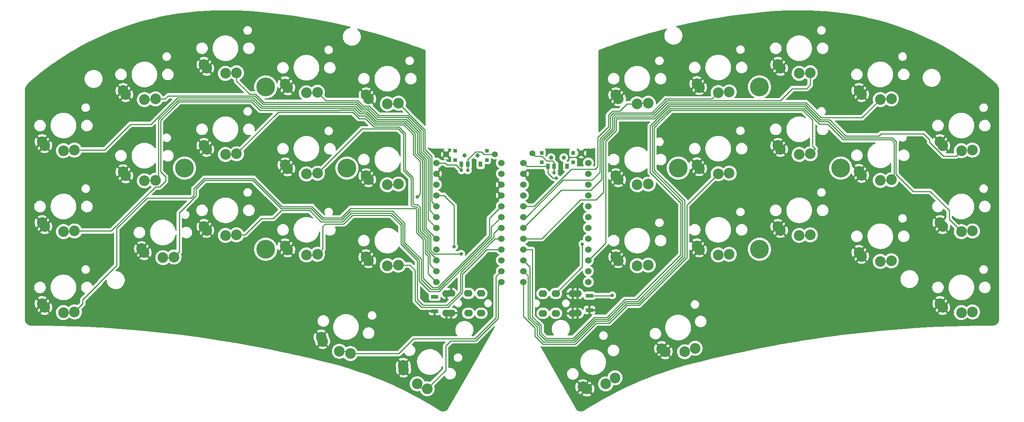
<source format=gbr>
%TF.GenerationSoftware,KiCad,Pcbnew,6.0.4+dfsg-1+b1*%
%TF.CreationDate,2022-04-16T20:30:22+01:00*%
%TF.ProjectId,sweep-mid,73776565-702d-46d6-9964-2e6b69636164,rev?*%
%TF.SameCoordinates,Original*%
%TF.FileFunction,Copper,L1,Top*%
%TF.FilePolarity,Positive*%
%FSLAX46Y46*%
G04 Gerber Fmt 4.6, Leading zero omitted, Abs format (unit mm)*
G04 Created by KiCad (PCBNEW 6.0.4+dfsg-1+b1) date 2022-04-16 20:30:22*
%MOMM*%
%LPD*%
G01*
G04 APERTURE LIST*
%TA.AperFunction,ComponentPad*%
%ADD10C,2.500000*%
%TD*%
%TA.AperFunction,ComponentPad*%
%ADD11C,1.397000*%
%TD*%
%TA.AperFunction,ComponentPad*%
%ADD12C,4.400000*%
%TD*%
%TA.AperFunction,SMDPad,CuDef*%
%ADD13R,0.900000X0.900000*%
%TD*%
%TA.AperFunction,SMDPad,CuDef*%
%ADD14R,0.900000X1.250000*%
%TD*%
%TA.AperFunction,SMDPad,CuDef*%
%ADD15R,1.700000X0.900000*%
%TD*%
%TA.AperFunction,ComponentPad*%
%ADD16C,1.524000*%
%TD*%
%TA.AperFunction,ComponentPad*%
%ADD17O,2.000000X1.600000*%
%TD*%
%TA.AperFunction,WasherPad*%
%ADD18C,1.000000*%
%TD*%
%TA.AperFunction,ViaPad*%
%ADD19C,0.800000*%
%TD*%
%TA.AperFunction,Conductor*%
%ADD20C,0.250000*%
%TD*%
G04 APERTURE END LIST*
D10*
%TO.P,SW2,1*%
%TO.N,Switch1*%
X47600000Y-82750000D03*
X45000000Y-82900000D03*
%TO.P,SW2,2*%
%TO.N,gnd*%
X40000000Y-80800000D03*
X40600000Y-81700000D03*
%TD*%
%TO.P,SW3,1*%
%TO.N,Switch2*%
X66600000Y-70750000D03*
X64000000Y-70900000D03*
%TO.P,SW3,2*%
%TO.N,gnd*%
X59000000Y-68800000D03*
X59600000Y-69700000D03*
%TD*%
%TO.P,SW4,1*%
%TO.N,Switch3*%
X85600000Y-64610000D03*
X83000000Y-64760000D03*
%TO.P,SW4,2*%
%TO.N,gnd*%
X78000000Y-62660000D03*
X78600000Y-63560000D03*
%TD*%
%TO.P,SW5,1*%
%TO.N,Switch4*%
X104594000Y-69182000D03*
X101994000Y-69332000D03*
%TO.P,SW5,2*%
%TO.N,gnd*%
X96994000Y-67232000D03*
X97594000Y-68132000D03*
%TD*%
%TO.P,SW6,1*%
%TO.N,Switch5*%
X123600000Y-71750000D03*
X121000000Y-71900000D03*
%TO.P,SW6,2*%
%TO.N,gnd*%
X116000000Y-69800000D03*
X116600000Y-70700000D03*
%TD*%
%TO.P,SW8,1*%
%TO.N,Switch6*%
X47600000Y-101750000D03*
X45000000Y-101900000D03*
%TO.P,SW8,2*%
%TO.N,gnd*%
X40000000Y-99800000D03*
X40600000Y-100700000D03*
%TD*%
%TO.P,SW9,1*%
%TO.N,Switch7*%
X66600000Y-89824000D03*
X64000000Y-89974000D03*
%TO.P,SW9,2*%
%TO.N,gnd*%
X59000000Y-87874000D03*
X59600000Y-88774000D03*
%TD*%
%TO.P,SW10,1*%
%TO.N,Switch8*%
X85600000Y-83628000D03*
X83000000Y-83778000D03*
%TO.P,SW10,2*%
%TO.N,gnd*%
X78000000Y-81678000D03*
X78600000Y-82578000D03*
%TD*%
%TO.P,SW11,1*%
%TO.N,Switch9*%
X104600000Y-88200000D03*
X102000000Y-88350000D03*
%TO.P,SW11,2*%
%TO.N,gnd*%
X97000000Y-86250000D03*
X97600000Y-87150000D03*
%TD*%
%TO.P,SW12,1*%
%TO.N,Switch10*%
X123580000Y-90740000D03*
X120980000Y-90890000D03*
%TO.P,SW12,2*%
%TO.N,gnd*%
X115980000Y-88790000D03*
X116580000Y-89690000D03*
%TD*%
%TO.P,SW14,1*%
%TO.N,Switch11*%
X47600000Y-120750000D03*
X45000000Y-120900000D03*
%TO.P,SW14,2*%
%TO.N,gnd*%
X40000000Y-118800000D03*
X40600000Y-119700000D03*
%TD*%
%TO.P,SW15,2*%
%TO.N,gnd*%
X63926000Y-106808000D03*
X63326000Y-105908000D03*
%TO.P,SW15,1*%
%TO.N,Switch12*%
X68326000Y-108008000D03*
X70926000Y-107858000D03*
%TD*%
%TO.P,SW16,1*%
%TO.N,Switch13*%
X85600000Y-102646000D03*
X83000000Y-102796000D03*
%TO.P,SW16,2*%
%TO.N,gnd*%
X78000000Y-100696000D03*
X78600000Y-101596000D03*
%TD*%
%TO.P,SW17,1*%
%TO.N,Switch14*%
X104600000Y-107218000D03*
X102000000Y-107368000D03*
%TO.P,SW17,2*%
%TO.N,gnd*%
X97000000Y-105268000D03*
X97600000Y-106168000D03*
%TD*%
%TO.P,SW20,1*%
%TO.N,Switch17*%
X130326666Y-138783646D03*
X128000000Y-137613550D03*
%TO.P,SW20,2*%
%TO.N,gnd*%
X124719873Y-133294897D03*
X124789488Y-134374319D03*
%TD*%
%TO.P,SW21,1*%
%TO.N,Switch16*%
X112295198Y-130515003D03*
X109744968Y-129986962D03*
%TO.P,SW21,2*%
%TO.N,gnd*%
X105458858Y-126664423D03*
X105805477Y-127689048D03*
%TD*%
%TO.P,SW18,1*%
%TO.N,Switch15*%
X123580000Y-109758000D03*
X120980000Y-109908000D03*
%TO.P,SW18,2*%
%TO.N,gnd*%
X115980000Y-107808000D03*
X116580000Y-108708000D03*
%TD*%
%TO.P,SW11_r1,1*%
%TO.N,Switch9_r*%
X201185840Y-88168000D03*
X198585840Y-88318000D03*
%TO.P,SW11_r1,2*%
%TO.N,gnd*%
X193585840Y-86218000D03*
X194185840Y-87118000D03*
%TD*%
%TO.P,SW13_r1,1*%
%TO.N,Switch11_r*%
X258231840Y-120750000D03*
X255631840Y-120900000D03*
%TO.P,SW13_r1,2*%
%TO.N,gnd*%
X250631840Y-118800000D03*
X251231840Y-119700000D03*
%TD*%
%TO.P,SW15_r1,1*%
%TO.N,Switch13_r*%
X220187840Y-102646000D03*
X217587840Y-102796000D03*
%TO.P,SW15_r1,2*%
%TO.N,gnd*%
X212587840Y-100696000D03*
X213187840Y-101596000D03*
%TD*%
%TO.P,SW16_r1,1*%
%TO.N,Switch14_r*%
X201185840Y-107218000D03*
X198585840Y-107368000D03*
%TO.P,SW16_r1,2*%
%TO.N,gnd*%
X193585840Y-105268000D03*
X194185840Y-106168000D03*
%TD*%
%TO.P,SW5_r1,1*%
%TO.N,Switch4_r*%
X201185840Y-69118000D03*
X198585840Y-69268000D03*
%TO.P,SW5_r1,2*%
%TO.N,gnd*%
X193585840Y-67168000D03*
X194185840Y-68068000D03*
%TD*%
%TO.P,SW3_r1,1*%
%TO.N,Switch2_r*%
X239213840Y-70750000D03*
X236613840Y-70900000D03*
%TO.P,SW3_r1,2*%
%TO.N,gnd*%
X231613840Y-68800000D03*
X232213840Y-69700000D03*
%TD*%
%TO.P,SW4_r1,1*%
%TO.N,Switch3_r*%
X220187840Y-64610000D03*
X217587840Y-64760000D03*
%TO.P,SW4_r1,2*%
%TO.N,gnd*%
X212587840Y-62660000D03*
X213187840Y-63560000D03*
%TD*%
%TO.P,SW8_r1,1*%
%TO.N,Switch7_r*%
X239213840Y-89724000D03*
X236613840Y-89874000D03*
%TO.P,SW8_r1,2*%
%TO.N,gnd*%
X231613840Y-87774000D03*
X232213840Y-88674000D03*
%TD*%
%TO.P,SW9_r1,1*%
%TO.N,Switch8_r*%
X220187840Y-83628000D03*
X217587840Y-83778000D03*
%TO.P,SW9_r1,2*%
%TO.N,gnd*%
X212587840Y-81678000D03*
X213187840Y-82578000D03*
%TD*%
%TO.P,SW18_r1,1*%
%TO.N,Switch12_r*%
X239213840Y-108742000D03*
X236613840Y-108892000D03*
%TO.P,SW18_r1,2*%
%TO.N,gnd*%
X231613840Y-106792000D03*
X232213840Y-107692000D03*
%TD*%
%TO.P,SW12_r1,1*%
%TO.N,Switch10_r*%
X182185840Y-90740000D03*
X179585840Y-90890000D03*
%TO.P,SW12_r1,2*%
%TO.N,gnd*%
X174585840Y-88790000D03*
X175185840Y-89690000D03*
%TD*%
%TO.P,SW7_r1,1*%
%TO.N,Switch6_r*%
X258231840Y-101750000D03*
X255631840Y-101900000D03*
%TO.P,SW7_r1,2*%
%TO.N,gnd*%
X250631840Y-99800000D03*
X251231840Y-100700000D03*
%TD*%
%TO.P,SW2_r1,1*%
%TO.N,Switch1_r*%
X258231840Y-82750000D03*
X255631840Y-82900000D03*
%TO.P,SW2_r1,2*%
%TO.N,gnd*%
X250631840Y-80800000D03*
X251231840Y-81700000D03*
%TD*%
%TO.P,SW6_r1,1*%
%TO.N,Switch5_r*%
X182185840Y-71750000D03*
X179585840Y-71900000D03*
%TO.P,SW6_r1,2*%
%TO.N,gnd*%
X174585840Y-69800000D03*
X175185840Y-70700000D03*
%TD*%
%TO.P,SW20_r1,1*%
%TO.N,Switch17_r*%
X174377666Y-136221646D03*
X172201000Y-137651550D03*
%TO.P,SW20_r1,2*%
%TO.N,gnd*%
X166820873Y-138332897D03*
X167790488Y-138812319D03*
%TD*%
%TO.P,SW17_r1,1*%
%TO.N,Switch15_r*%
X182185840Y-109758000D03*
X179585840Y-109908000D03*
%TO.P,SW17_r1,2*%
%TO.N,gnd*%
X174585840Y-107808000D03*
X175185840Y-108708000D03*
%TD*%
%TO.P,SW21_r1,1*%
%TO.N,Switch16_r*%
X193179457Y-129291144D03*
X190706872Y-130108962D03*
%TO.P,SW21_r1,2*%
%TO.N,gnd*%
X185333723Y-129374613D03*
X186146216Y-130088655D03*
%TD*%
D11*
%TO.P,Bat+r1,1*%
%TO.N,BT+_r*%
X146190000Y-83736000D03*
%TD*%
%TO.P,BatGND1,1*%
%TO.N,gnd*%
X134760000Y-83736000D03*
%TD*%
D12*
%TO.P,REF\u002A\u002A,1*%
%TO.N,N/C*%
X92456000Y-67945000D03*
X92456000Y-106045000D03*
X111506000Y-86995000D03*
X73406000Y-86995000D03*
%TD*%
D13*
%TO.P,SW2,0*%
%TO.N,N/C*%
X136902000Y-85090000D03*
X144302000Y-85090000D03*
X136902000Y-82890000D03*
X144302000Y-82890000D03*
D14*
%TO.P,SW2,1*%
X142852000Y-86065000D03*
%TO.P,SW2,2*%
%TO.N,BT+_r*%
X139852000Y-86065000D03*
%TO.P,SW2,3*%
%TO.N,raw*%
X138352000Y-86065000D03*
%TD*%
D15*
%TO.P,RSW1,1*%
%TO.N,gnd*%
X132080000Y-120572000D03*
%TO.P,RSW1,2*%
%TO.N,reset*%
X132080000Y-117172000D03*
%TD*%
D16*
%TO.P,U1,1*%
%TO.N,Switch10*%
X147705400Y-85768000D03*
%TO.P,U1,2*%
%TO.N,Switch18*%
X147705400Y-88308000D03*
%TO.P,U1,3*%
%TO.N,gnd*%
X147705400Y-90848000D03*
%TO.P,U1,4*%
X147705400Y-93388000D03*
%TO.P,U1,5*%
%TO.N,Switch11*%
X147705400Y-95928000D03*
%TO.P,U1,6*%
%TO.N,Switch12*%
X147705400Y-98468000D03*
%TO.P,U1,7*%
%TO.N,Switch13*%
X147705400Y-101008000D03*
%TO.P,U1,8*%
%TO.N,Switch14*%
X147705400Y-103548000D03*
%TO.P,U1,9*%
%TO.N,Switch15*%
X147705400Y-106088000D03*
%TO.P,U1,10*%
%TO.N,Switch1*%
X147705400Y-108628000D03*
%TO.P,U1,11*%
%TO.N,Switch16*%
X147705400Y-111168000D03*
%TO.P,U1,12*%
%TO.N,Switch17*%
X147705400Y-113708000D03*
%TO.P,U1,13*%
%TO.N,Switch9*%
X132485400Y-113708000D03*
%TO.P,U1,14*%
%TO.N,Switch8*%
X132485400Y-111168000D03*
%TO.P,U1,15*%
%TO.N,Switch7*%
X132485400Y-108628000D03*
%TO.P,U1,16*%
%TO.N,Switch6*%
X132485400Y-106088000D03*
%TO.P,U1,17*%
%TO.N,Switch2*%
X132485400Y-103548000D03*
%TO.P,U1,18*%
%TO.N,Switch3*%
X132485400Y-101008000D03*
%TO.P,U1,19*%
%TO.N,Switch4*%
X132485400Y-98468000D03*
%TO.P,U1,20*%
%TO.N,Switch5*%
X132485400Y-95928000D03*
%TO.P,U1,21*%
%TO.N,vcc*%
X132485400Y-93388000D03*
%TO.P,U1,22*%
%TO.N,reset*%
X132485400Y-90848000D03*
%TO.P,U1,23*%
%TO.N,gnd*%
X132485400Y-88308000D03*
%TO.P,U1,24*%
%TO.N,raw*%
X132485400Y-85768000D03*
%TD*%
D11*
%TO.P,BatGND4,1*%
%TO.N,gnd*%
X166459840Y-83482000D03*
%TD*%
D15*
%TO.P,RSW2,1*%
%TO.N,gnd*%
X168402000Y-120318000D03*
%TO.P,RSW2,2*%
%TO.N,reset_r*%
X168402000Y-116918000D03*
%TD*%
D11*
%TO.P,Bat+1,1*%
%TO.N,BT+*%
X155029840Y-83482000D03*
%TD*%
D12*
%TO.P,REF\u002A\u002A,1*%
%TO.N,N/C*%
X208280000Y-106045000D03*
X189230000Y-86995000D03*
X208280000Y-67945000D03*
X227330000Y-86995000D03*
%TD*%
D13*
%TO.P,SW2,0*%
%TO.N,N/C*%
X157171840Y-85598000D03*
X164571840Y-83398000D03*
X164571840Y-85598000D03*
X157171840Y-83398000D03*
D14*
%TO.P,SW2,1*%
X163121840Y-86573000D03*
%TO.P,SW2,2*%
%TO.N,BT+*%
X160121840Y-86573000D03*
%TO.P,SW2,3*%
%TO.N,raw*%
X158621840Y-86573000D03*
%TD*%
D17*
%TO.P,J1,R1*%
%TO.N,Switch18_r*%
X160487840Y-121064000D03*
X160467840Y-116434000D03*
%TO.P,J1,R2*%
%TO.N,vcc*%
X157487840Y-121064000D03*
X157467840Y-116434000D03*
%TO.P,J1,S*%
%TO.N,gnd*%
X165587840Y-116464000D03*
X165567840Y-121034000D03*
%TO.P,J1,T*%
X164467840Y-116434000D03*
X164487840Y-121064000D03*
%TD*%
D16*
%TO.P,U2,1*%
%TO.N,Switch10_r*%
X168129240Y-85768000D03*
%TO.P,U2,2*%
%TO.N,Switch18_r*%
X168129240Y-88308000D03*
%TO.P,U2,3*%
%TO.N,gnd*%
X168129240Y-90848000D03*
%TO.P,U2,4*%
X168129240Y-93388000D03*
%TO.P,U2,5*%
%TO.N,Switch11_r*%
X168129240Y-95928000D03*
%TO.P,U2,6*%
%TO.N,Switch12_r*%
X168129240Y-98468000D03*
%TO.P,U2,7*%
%TO.N,Switch13_r*%
X168129240Y-101008000D03*
%TO.P,U2,8*%
%TO.N,Switch14_r*%
X168129240Y-103548000D03*
%TO.P,U2,9*%
%TO.N,Switch15_r*%
X168129240Y-106088000D03*
%TO.P,U2,10*%
%TO.N,Switch1_r*%
X168129240Y-108628000D03*
%TO.P,U2,11*%
%TO.N,Switch16_r*%
X168129240Y-111168000D03*
%TO.P,U2,12*%
%TO.N,Switch17_r*%
X168129240Y-113708000D03*
%TO.P,U2,13*%
%TO.N,Switch9_r*%
X152909240Y-113708000D03*
%TO.P,U2,14*%
%TO.N,Switch8_r*%
X152909240Y-111168000D03*
%TO.P,U2,15*%
%TO.N,Switch7_r*%
X152909240Y-108628000D03*
%TO.P,U2,16*%
%TO.N,Switch6_r*%
X152909240Y-106088000D03*
%TO.P,U2,17*%
%TO.N,Switch2_r*%
X152909240Y-103548000D03*
%TO.P,U2,18*%
%TO.N,Switch3_r*%
X152909240Y-101008000D03*
%TO.P,U2,19*%
%TO.N,Switch4_r*%
X152909240Y-98468000D03*
%TO.P,U2,20*%
%TO.N,Switch5_r*%
X152909240Y-95928000D03*
%TO.P,U2,21*%
%TO.N,vcc*%
X152909240Y-93388000D03*
%TO.P,U2,22*%
%TO.N,reset_r*%
X152909240Y-90848000D03*
%TO.P,U2,23*%
%TO.N,gnd*%
X152909240Y-88308000D03*
%TO.P,U2,24*%
%TO.N,raw*%
X152909240Y-85768000D03*
%TD*%
D17*
%TO.P,J2,R1*%
%TO.N,Switch18*%
X139970000Y-116404000D03*
X139990000Y-121034000D03*
%TO.P,J2,R2*%
%TO.N,vcc*%
X142970000Y-116404000D03*
X142990000Y-121034000D03*
%TO.P,J2,S*%
%TO.N,gnd*%
X134890000Y-116434000D03*
X134870000Y-121004000D03*
%TO.P,J2,T*%
X135970000Y-116404000D03*
X135990000Y-121034000D03*
%TD*%
D18*
%TO.P,SW_POWERR1,*%
%TO.N,*%
X142102000Y-83990000D03*
X139102000Y-83990000D03*
%TD*%
%TO.P,SW_POWER1,*%
%TO.N,*%
X159371840Y-84498000D03*
X162371840Y-84498000D03*
%TD*%
D19*
%TO.N,BT+*%
X160109840Y-88054000D03*
%TO.N,vcc*%
X136652000Y-105410000D03*
%TO.N,reset*%
X132119000Y-117133000D03*
%TO.N,Switch1*%
X138316000Y-107104000D03*
%TO.N,Switch6*%
X128016000Y-93726000D03*
%TO.N,raw*%
X160617840Y-89324000D03*
X138352000Y-87510000D03*
%TO.N,BT+_r*%
X139852000Y-87534000D03*
%TO.N,Switch18_r*%
X166713840Y-104818000D03*
%TO.N,reset_r*%
X173736000Y-116840000D03*
%TD*%
D20*
%TO.N,Switch14*%
X105849999Y-105968001D02*
X105849999Y-100593521D01*
X104600000Y-107218000D02*
X105849999Y-105968001D01*
X110744000Y-100076000D02*
X112776000Y-98044000D01*
X105849999Y-100593521D02*
X106367520Y-100076000D01*
X106367520Y-100076000D02*
X110744000Y-100076000D01*
%TO.N,Switch12*%
X95944197Y-96461520D02*
X103065520Y-96461520D01*
X95944197Y-96325915D02*
X95944197Y-96461520D01*
X105722480Y-99118480D02*
X110314560Y-99118480D01*
X70926000Y-107858000D02*
X72175999Y-106608001D01*
X89475802Y-89857520D02*
X95944197Y-96325915D01*
X76097010Y-93516668D02*
X76097010Y-91924708D01*
X76097010Y-91924708D02*
X78164198Y-89857520D01*
X75184158Y-94429520D02*
X76097010Y-93516668D01*
X72175999Y-97496001D02*
X75184158Y-94487842D01*
X112341182Y-97091859D02*
X122237859Y-97091859D01*
X75184158Y-94487842D02*
X75184158Y-94429520D01*
X103065520Y-96461520D02*
X105722480Y-99118480D01*
X78164198Y-89857520D02*
X89475802Y-89857520D01*
X131208601Y-115460601D02*
X132977971Y-115460601D01*
X145370010Y-100803390D02*
X147705400Y-98468000D01*
X72175999Y-106608001D02*
X72175999Y-97496001D01*
X110314560Y-99118480D02*
X112341182Y-97091859D01*
X122237859Y-97091859D02*
X125058739Y-99912739D01*
X125058739Y-99912739D02*
X125058739Y-104483303D01*
X125058739Y-104483303D02*
X128896940Y-108321504D01*
X128896940Y-108321504D02*
X128896940Y-113148940D01*
X128896940Y-113148940D02*
X131208601Y-115460601D01*
X132977971Y-115460601D02*
X145370010Y-103068562D01*
X145370010Y-103068562D02*
X145370010Y-100803390D01*
%TO.N,Switch13*%
X83000000Y-102796000D02*
X85450000Y-102796000D01*
X85450000Y-102796000D02*
X85600000Y-102646000D01*
%TO.N,Switch11*%
X49552000Y-117878000D02*
X53684501Y-113745499D01*
X49552000Y-117878000D02*
X49552000Y-118798000D01*
X49552000Y-118798000D02*
X47600000Y-120750000D01*
X103378000Y-96138282D02*
X105908678Y-98668960D01*
X103378000Y-96012000D02*
X103378000Y-96138282D01*
X64643718Y-93980000D02*
X74997960Y-93980000D01*
X89662000Y-89408000D02*
X96266000Y-96012000D01*
X74997960Y-93980000D02*
X75598980Y-93378980D01*
X75598980Y-93378980D02*
X75598980Y-91787020D01*
X96266000Y-96012000D02*
X103378000Y-96012000D01*
X75598980Y-91787020D02*
X77978000Y-89408000D01*
X57482990Y-101140728D02*
X64643718Y-93980000D01*
X105908678Y-98668960D02*
X110128362Y-98668960D01*
X77978000Y-89408000D02*
X89662000Y-89408000D01*
X57482990Y-109830012D02*
X57482990Y-101140728D01*
X53684501Y-113628501D02*
X57482990Y-109830012D01*
X110128362Y-98668960D02*
X112335804Y-96461520D01*
X112335804Y-96461520D02*
X115374480Y-96461520D01*
%TO.N,Switch6*%
X70877738Y-72655738D02*
X72138416Y-71395060D01*
X67759520Y-75773956D02*
X67759520Y-87825520D01*
X70725421Y-72808055D02*
X70877738Y-72655738D01*
X67605489Y-91398511D02*
X68961000Y-90043000D01*
X70877738Y-72655738D02*
X67759520Y-75773956D01*
X67759520Y-87825520D02*
X68961000Y-89027000D01*
X68961000Y-89027000D02*
X68961000Y-90043000D01*
%TO.N,Switch7*%
X125052199Y-76417557D02*
X118186202Y-76417557D01*
X127529442Y-83622390D02*
X127529442Y-78894800D01*
X91380803Y-72966520D02*
X89359822Y-70945540D01*
X129148348Y-85241296D02*
X127529442Y-83622390D01*
X129148348Y-95999938D02*
X129148348Y-85241296D01*
X130717309Y-103315309D02*
X130696000Y-103294000D01*
X130717309Y-106565081D02*
X130717309Y-103315309D01*
X129156929Y-101492349D02*
X129148349Y-101492349D01*
X129148349Y-101492349D02*
X129148348Y-95999938D01*
X130696000Y-103031420D02*
X129156929Y-101492349D01*
X67310000Y-89114000D02*
X66600000Y-89824000D01*
X130696000Y-103294000D02*
X130696000Y-103031420D01*
X132485400Y-108333172D02*
X130717309Y-106565081D01*
X127529442Y-78894800D02*
X125052199Y-76417557D01*
X132485400Y-108628000D02*
X132485400Y-108333172D01*
X115958191Y-74189548D02*
X114570603Y-74189548D01*
X108157028Y-72966520D02*
X91380803Y-72966520D01*
X89359822Y-70945540D02*
X71952218Y-70945540D01*
X71952218Y-70945540D02*
X67310000Y-75587758D01*
X67310000Y-75587758D02*
X67310000Y-89114000D01*
X118186202Y-76417557D02*
X115958191Y-74189548D01*
X114570603Y-74189548D02*
X113300601Y-72919548D01*
X113300601Y-72919548D02*
X108204000Y-72919548D01*
X108204000Y-72919548D02*
X108157028Y-72966520D01*
%TO.N,Switch13*%
X128447420Y-113461420D02*
X130896121Y-115910121D01*
X124609219Y-104669501D02*
X128447420Y-108507702D01*
X124609219Y-100190104D02*
X124609219Y-104669501D01*
X105410000Y-99568000D02*
X110500758Y-99568000D01*
X112527379Y-97541379D02*
X121960495Y-97541379D01*
X110500758Y-99568000D02*
X112527379Y-97541379D01*
X96130395Y-96911040D02*
X102753040Y-96911040D01*
X130896121Y-115910121D02*
X133263879Y-115910121D01*
X102753040Y-96911040D02*
X105410000Y-99568000D01*
X128447420Y-108507702D02*
X128447420Y-113461420D01*
X94235434Y-98806000D02*
X96130395Y-96911040D01*
X147206000Y-101008000D02*
X147705400Y-101008000D01*
X121960495Y-97541379D02*
X124609219Y-100190104D01*
X91440000Y-98806000D02*
X94235434Y-98806000D01*
X133263879Y-115910121D02*
X133263879Y-115811796D01*
X133263879Y-115811796D02*
X145936000Y-103139675D01*
X145936000Y-103139675D02*
X145936000Y-102278000D01*
X145936000Y-102278000D02*
X147206000Y-101008000D01*
%TO.N,Switch14*%
X112776000Y-98044000D02*
X121827398Y-98044000D01*
X124159699Y-104855699D02*
X127997900Y-108693900D01*
X121827398Y-98044000D02*
X124159699Y-100376301D01*
X124159699Y-100376301D02*
X124159699Y-104855699D01*
X127997900Y-108693900D02*
X127997900Y-117837900D01*
X134981014Y-119183990D02*
X137623502Y-116541502D01*
X127997900Y-117837900D02*
X129343990Y-119183990D01*
X129343990Y-119183990D02*
X134981014Y-119183990D01*
%TO.N,Switch11*%
X115129802Y-96461520D02*
X115374480Y-96461520D01*
X115374480Y-96461520D02*
X120454480Y-96461520D01*
%TO.N,Switch9*%
X124898762Y-87688480D02*
X126550480Y-89340198D01*
X126550480Y-95562480D02*
X127000000Y-96012000D01*
X124772480Y-79026794D02*
X124772480Y-87688480D01*
X124772480Y-87688480D02*
X124898762Y-87688480D01*
X127000000Y-96012000D02*
X127762000Y-96012000D01*
X126550480Y-89340198D02*
X126550480Y-95562480D01*
%TO.N,Switch8*%
X127311990Y-95561990D02*
X128073990Y-95561990D01*
X127000000Y-95250000D02*
X127311990Y-95561990D01*
X123698000Y-77316596D02*
X125222000Y-78840596D01*
X127000000Y-89154000D02*
X127000000Y-95250000D01*
X112853842Y-73865560D02*
X114370678Y-75382396D01*
X130062593Y-103099915D02*
X130128085Y-103099915D01*
X125222000Y-87376000D02*
X127000000Y-89154000D01*
X117813805Y-77316596D02*
X123698000Y-77316596D01*
X95362440Y-73865560D02*
X112853842Y-73865560D01*
X125222000Y-78840596D02*
X125222000Y-87376000D01*
X115879604Y-75382396D02*
X117813805Y-77316596D01*
X85600000Y-83628000D02*
X95362440Y-73865560D01*
X114370678Y-75382396D02*
X115879604Y-75382396D01*
X128073990Y-95561990D02*
X128698339Y-96186339D01*
X130245990Y-103605990D02*
X130267299Y-103627299D01*
X128698339Y-96186339D02*
X128698339Y-101735661D01*
X128698339Y-101735661D02*
X130062593Y-103099915D01*
X130128085Y-103099915D02*
X130245990Y-103217820D01*
X130950000Y-109632600D02*
X132485400Y-111168000D01*
X130245990Y-103217820D02*
X130245990Y-103605990D01*
X130267299Y-103627299D02*
X130267299Y-106751481D01*
X130950000Y-107434182D02*
X130950000Y-109632600D01*
X130267299Y-106751481D02*
X130950000Y-107434182D01*
%TO.N,Switch9*%
X104600000Y-88200000D02*
X115033884Y-77766116D01*
X115033884Y-77766116D02*
X123511802Y-77766116D01*
X123511802Y-77766116D02*
X124772480Y-79026794D01*
%TO.N,Switch6*%
X109681028Y-73416040D02*
X109728000Y-73369068D01*
X112993068Y-73369068D02*
X114307537Y-74683537D01*
X89154000Y-71395060D02*
X91174980Y-73416040D01*
X72138416Y-71395060D02*
X89154000Y-71395060D01*
X91174980Y-73416040D02*
X109681028Y-73416040D01*
X109728000Y-73369068D02*
X112993068Y-73369068D01*
X114307537Y-74683537D02*
X114315074Y-74676000D01*
X114315074Y-74676000D02*
X115808926Y-74676000D01*
X115808926Y-74676000D02*
X118000002Y-76867076D01*
X127079922Y-83808587D02*
X128698828Y-85427493D01*
X118000002Y-76867076D02*
X124866000Y-76867076D01*
X124866000Y-76867076D02*
X127079922Y-79080998D01*
X127079922Y-79080998D02*
X127079922Y-83808587D01*
X128698828Y-85427493D02*
X128698828Y-93043172D01*
X128698828Y-93043172D02*
X128016000Y-93726000D01*
%TO.N,Switch9_r*%
X198585840Y-88318000D02*
X201035840Y-88318000D01*
X201035840Y-88318000D02*
X201185840Y-88168000D01*
X198585840Y-88318000D02*
X191203520Y-95700320D01*
X191203520Y-95700320D02*
X191203520Y-108014320D01*
X191203520Y-108014320D02*
X180044035Y-119173805D01*
X180044035Y-119173805D02*
X179734036Y-119173804D01*
%TO.N,Switch8_r*%
X157666198Y-127820480D02*
X156071360Y-126225642D01*
X156071360Y-124273110D02*
X153996241Y-122197991D01*
X164913802Y-127820480D02*
X157666198Y-127820480D01*
X169829682Y-122904600D02*
X164913802Y-127820480D01*
X186319040Y-90170000D02*
X190754000Y-94604960D01*
X177063635Y-118723795D02*
X172882830Y-122904600D01*
X186251238Y-90170000D02*
X186319040Y-90170000D01*
X179857635Y-118723795D02*
X177063635Y-118723795D01*
X153996241Y-112255001D02*
X152909240Y-111168000D01*
X190754000Y-107827430D02*
X179857635Y-118723795D01*
X172882830Y-122904600D02*
X169829682Y-122904600D01*
X190754000Y-94604960D02*
X190754000Y-107827430D01*
X183525040Y-87443802D02*
X186251238Y-90170000D01*
X183525040Y-77462114D02*
X183525040Y-87443802D01*
X153996241Y-122197991D02*
X153996241Y-112255001D01*
X187008577Y-73978577D02*
X183525040Y-77462114D01*
X156071360Y-126225642D02*
X156071360Y-124273110D01*
%TO.N,Switch7_r*%
X158068160Y-127370960D02*
X156601040Y-125903840D01*
X164727604Y-127370960D02*
X158068160Y-127370960D01*
X169643974Y-122454590D02*
X164727604Y-127370960D01*
X156601040Y-124068960D02*
X156093040Y-123560960D01*
X172696430Y-122454590D02*
X169643974Y-122454590D01*
X183075520Y-77275916D02*
X183075520Y-87630000D01*
X176867625Y-118283395D02*
X172696430Y-122454590D01*
X179671235Y-118273785D02*
X176867625Y-118273785D01*
X183075520Y-87630000D02*
X190264360Y-94818840D01*
X176867625Y-118273785D02*
X176867625Y-118283395D01*
X187368171Y-72983265D02*
X183075520Y-77275916D01*
X190264360Y-107680660D02*
X179671235Y-118273785D01*
X190264360Y-94818840D02*
X190264360Y-107680660D01*
X213020735Y-72983265D02*
X187368171Y-72983265D01*
X156601040Y-125903840D02*
X156601040Y-124068960D01*
X156093040Y-123560960D02*
X155994928Y-123560960D01*
X155994928Y-123560960D02*
X154446251Y-122012283D01*
X154446251Y-122012283D02*
X154446251Y-110165011D01*
X154446251Y-110165011D02*
X152909240Y-108628000D01*
%TO.N,Switch6_r*%
X154973840Y-121904154D02*
X154973840Y-106088000D01*
X240288661Y-88396661D02*
X240288661Y-81021339D01*
X156181126Y-123111440D02*
X154973840Y-121904154D01*
X156279238Y-123111440D02*
X156181126Y-123111440D01*
X169457776Y-122005070D02*
X164541406Y-126921440D01*
X157050560Y-125717642D02*
X157050560Y-123882763D01*
X158254358Y-126921440D02*
X157050560Y-125717642D01*
X179306065Y-117823775D02*
X176681225Y-117823775D01*
X172499930Y-122005070D02*
X169457776Y-122005070D01*
X189814840Y-107315000D02*
X179306065Y-117823775D01*
X187181973Y-72533745D02*
X182626000Y-77089718D01*
X189814840Y-95173160D02*
X189814840Y-107315000D01*
X182626000Y-77089718D02*
X182626000Y-87984320D01*
X157050560Y-123882763D02*
X156279238Y-123111440D01*
X176681225Y-117823775D02*
X172499930Y-122005070D01*
X255631840Y-101900000D02*
X252757319Y-99025479D01*
X252757319Y-99025479D02*
X252757319Y-96892471D01*
X164541406Y-126921440D02*
X158254358Y-126921440D01*
X182626000Y-87984320D02*
X189814840Y-95173160D01*
X240288661Y-81021339D02*
X240411000Y-80899000D01*
X252757319Y-96892471D02*
X248325768Y-92460920D01*
X240411000Y-80899000D02*
X239395000Y-79883000D01*
X244352920Y-92460920D02*
X240288661Y-88396661D01*
X248325768Y-92460920D02*
X244352920Y-92460920D01*
X222377000Y-76073000D02*
X218837745Y-72533745D01*
X228219000Y-79883000D02*
X224409000Y-76073000D01*
X224409000Y-76073000D02*
X222377000Y-76073000D01*
X239395000Y-79883000D02*
X228219000Y-79883000D01*
X218837745Y-72533745D02*
X187181973Y-72533745D01*
X154973840Y-106088000D02*
X152909240Y-106088000D01*
%TO.N,Switch8_r*%
X220725282Y-75692718D02*
X218465349Y-73432785D01*
X220725282Y-81835998D02*
X220725282Y-75692718D01*
X221352562Y-82463278D02*
X220725282Y-81835998D01*
X218465349Y-73432785D02*
X187554369Y-73432785D01*
X220187840Y-83628000D02*
X221352562Y-82463278D01*
X187008577Y-73978577D02*
X187384916Y-73602238D01*
X187554369Y-73432785D02*
X187008577Y-73978577D01*
%TO.N,Switch2_r*%
X219195785Y-71634215D02*
X219202718Y-71627282D01*
X152909240Y-103548000D02*
X157203842Y-103548000D01*
X174210867Y-77966201D02*
X174210868Y-75169792D01*
X183503262Y-74941020D02*
X183503262Y-74814738D01*
X174439640Y-74941020D02*
X183503262Y-74941020D01*
X171699912Y-80477156D02*
X174210867Y-77966201D01*
X169888839Y-94475001D02*
X171699912Y-92663928D01*
X166276841Y-94475001D02*
X169888839Y-94475001D01*
X171699912Y-92663928D02*
X171699912Y-80477156D01*
X222749396Y-75173960D02*
X232339880Y-75173960D01*
X183503262Y-74814738D02*
X186683785Y-71634215D01*
X174210868Y-75169792D02*
X174439640Y-74941020D01*
X186683785Y-71634215D02*
X219195785Y-71634215D01*
X157203842Y-103548000D02*
X166276841Y-94475001D01*
X219202718Y-71627282D02*
X222749396Y-75173960D01*
X232339880Y-75173960D02*
X236613840Y-70900000D01*
%TO.N,Switch7_r*%
X219015802Y-73347520D02*
X218651547Y-72983265D01*
X213020735Y-72983265D02*
X213308225Y-72983265D01*
X218651547Y-72983265D02*
X213020735Y-72983265D01*
%TO.N,Switch1_r*%
X222563198Y-75623480D02*
X219023943Y-72084225D01*
%TO.N,Switch7_r*%
X222305421Y-76652579D02*
X224226579Y-76652579D01*
X221551141Y-75898299D02*
X222305421Y-76652579D01*
X221551141Y-75882859D02*
X221551141Y-75898299D01*
X219015802Y-73347520D02*
X221551141Y-75882859D01*
X239839141Y-80962859D02*
X239839141Y-89098699D01*
X224226579Y-76652579D02*
X227906520Y-80332520D01*
X227906520Y-80332520D02*
X239208802Y-80332520D01*
X239208802Y-80332520D02*
X239839141Y-80962859D01*
X239839141Y-89098699D02*
X239213840Y-89724000D01*
%TO.N,Switch1_r*%
X224917000Y-75819000D02*
X224721480Y-75623480D01*
X228531480Y-79433480D02*
X224917000Y-75819000D01*
X219023943Y-72084225D02*
X213681795Y-72084225D01*
X224721480Y-75623480D02*
X222563198Y-75623480D01*
X236817821Y-78904179D02*
X236288520Y-79433480D01*
X248158000Y-80264000D02*
X246798179Y-78904179D01*
X248158000Y-80264000D02*
X248158000Y-80852856D01*
X236288520Y-79433480D02*
X228531480Y-79433480D01*
X246798179Y-78904179D02*
X236817821Y-78904179D01*
%TO.N,Switch13_r*%
X217587840Y-102796000D02*
X220037840Y-102796000D01*
X220037840Y-102796000D02*
X220187840Y-102646000D01*
%TO.N,Switch12_r*%
X236613840Y-108892000D02*
X239063840Y-108892000D01*
X239063840Y-108892000D02*
X239213840Y-108742000D01*
%TO.N,Switch8_r*%
X217587840Y-83778000D02*
X220037840Y-83778000D01*
X220037840Y-83778000D02*
X220187840Y-83628000D01*
%TO.N,Switch3_r*%
X217587840Y-64760000D02*
X220037840Y-64760000D01*
X220037840Y-64760000D02*
X220187840Y-64610000D01*
%TO.N,Switch1_r*%
X251455143Y-84149999D02*
X254381841Y-84149999D01*
X248158000Y-80852856D02*
X251455143Y-84149999D01*
X254381841Y-84149999D02*
X255631840Y-82900000D01*
%TO.N,Switch7_r*%
X236613840Y-89874000D02*
X239063840Y-89874000D01*
X239063840Y-89874000D02*
X239213840Y-89724000D01*
%TO.N,Switch5_r*%
X172860839Y-77406999D02*
X172860839Y-74535161D01*
X179585840Y-71900000D02*
X177205480Y-71900000D01*
X177205480Y-71900000D02*
X175514000Y-73591480D01*
X175514000Y-73591480D02*
X173804520Y-73591480D01*
X173804520Y-73591480D02*
X172860839Y-74535161D01*
X182185840Y-71750000D02*
X179735840Y-71750000D01*
X179735840Y-71750000D02*
X179585840Y-71900000D01*
%TO.N,Switch4_r*%
X198585840Y-69268000D02*
X197119155Y-70734685D01*
X197119155Y-70734685D02*
X186304685Y-70734685D01*
X186304685Y-70734685D02*
X186283920Y-70713920D01*
X201185840Y-69118000D02*
X198735840Y-69118000D01*
X198735840Y-69118000D02*
X198585840Y-69268000D01*
%TO.N,Switch3_r*%
X220187840Y-64610000D02*
X220187840Y-67464640D01*
X215900000Y-68452282D02*
X213167587Y-71184695D01*
X220187840Y-67464640D02*
X219326480Y-68326000D01*
X219326480Y-68326000D02*
X215900000Y-68326000D01*
X215900000Y-68326000D02*
X215900000Y-68452282D01*
X213167587Y-71184695D02*
X212533305Y-71184695D01*
X210122695Y-71184695D02*
X212533305Y-71184695D01*
X210247305Y-71184695D02*
X210122695Y-71184695D01*
X210122695Y-71184695D02*
X203644285Y-71184695D01*
%TO.N,Switch2_r*%
X239213840Y-70750000D02*
X236763840Y-70750000D01*
X236763840Y-70750000D02*
X236613840Y-70900000D01*
%TO.N,Switch1_r*%
X172149922Y-104607318D02*
X172149922Y-80663556D01*
X186892225Y-72187775D02*
X186892225Y-72084225D01*
X172149922Y-80663556D02*
X174660878Y-78152600D01*
X183688970Y-75391030D02*
X186892225Y-72187775D01*
X174748810Y-75391030D02*
X183688970Y-75391030D01*
X174660877Y-75478963D02*
X174748810Y-75391030D01*
X174660878Y-78152600D02*
X174660877Y-75478963D01*
X186892225Y-72084225D02*
X213681795Y-72084225D01*
X168129240Y-108628000D02*
X172149922Y-104607318D01*
%TO.N,reset_r*%
X173736000Y-116840000D02*
X173663840Y-116840000D01*
X173663840Y-116840000D02*
X173585840Y-116918000D01*
X173585840Y-116918000D02*
X168402000Y-116918000D01*
%TO.N,Switch17*%
X134663000Y-131275000D02*
X134663000Y-128735000D01*
X134663000Y-134447312D02*
X131634156Y-137476156D01*
X130326666Y-138783646D02*
X131634156Y-137476156D01*
X131634156Y-137476156D02*
X131799528Y-137310784D01*
X134663000Y-131275000D02*
X134663000Y-134447312D01*
%TO.N,Switch12*%
X68326000Y-108008000D02*
X70776000Y-108008000D01*
X70776000Y-108008000D02*
X70926000Y-107858000D01*
%TO.N,Switch2*%
X64000000Y-70900000D02*
X66450000Y-70900000D01*
X66450000Y-70900000D02*
X66600000Y-70750000D01*
%TO.N,Switch10*%
X120980000Y-90890000D02*
X123430000Y-90890000D01*
X123430000Y-90890000D02*
X123580000Y-90740000D01*
%TO.N,Switch16*%
X147705400Y-111168000D02*
X146493391Y-112380009D01*
X146493391Y-122110891D02*
X141545802Y-127058480D01*
X146493391Y-112380009D02*
X146493391Y-122110891D01*
X141545802Y-127058480D02*
X127149372Y-127058480D01*
X127149372Y-127058480D02*
X123692849Y-130515003D01*
X123692849Y-130515003D02*
X112295198Y-130515003D01*
%TO.N,Switch17*%
X146943401Y-114469999D02*
X147705400Y-113708000D01*
X134663000Y-128735000D02*
X135890000Y-127508000D01*
X141732000Y-127508000D02*
X146943401Y-122296599D01*
X135890000Y-127508000D02*
X141732000Y-127508000D01*
X146943401Y-122296599D02*
X146943401Y-114469999D01*
X128000000Y-137613550D02*
X129170096Y-138783646D01*
X129170096Y-138783646D02*
X130326666Y-138783646D01*
%TO.N,Switch16*%
X109744968Y-129986962D02*
X111767157Y-129986962D01*
X111767157Y-129986962D02*
X112295198Y-130515003D01*
%TO.N,Switch14*%
X102000000Y-107368000D02*
X104450000Y-107368000D01*
X104450000Y-107368000D02*
X104600000Y-107218000D01*
%TO.N,Switch15*%
X120980000Y-109908000D02*
X123430000Y-109908000D01*
X123430000Y-109908000D02*
X123580000Y-109758000D01*
X127508000Y-110998000D02*
X127508000Y-118110000D01*
X126268000Y-109758000D02*
X127508000Y-110998000D01*
X123580000Y-109758000D02*
X126268000Y-109758000D01*
%TO.N,Switch11*%
X120200480Y-96461520D02*
X120454480Y-96461520D01*
X120454480Y-96461520D02*
X127575802Y-96461520D01*
%TO.N,Switch8*%
X83000000Y-83778000D02*
X85450000Y-83778000D01*
X85450000Y-83778000D02*
X85600000Y-83628000D01*
%TO.N,Switch9*%
X102000000Y-88350000D02*
X104450000Y-88350000D01*
X104450000Y-88350000D02*
X104600000Y-88200000D01*
%TO.N,Switch5*%
X121000000Y-71900000D02*
X123450000Y-71900000D01*
X123450000Y-71900000D02*
X123600000Y-71750000D01*
%TO.N,Switch4*%
X101994000Y-69332000D02*
X104444000Y-69332000D01*
X104444000Y-69332000D02*
X104594000Y-69182000D01*
%TO.N,Switch3*%
X83000000Y-64760000D02*
X85450000Y-64760000D01*
X85450000Y-64760000D02*
X85600000Y-64610000D01*
%TO.N,Switch1*%
X45000000Y-82900000D02*
X47450000Y-82900000D01*
X47450000Y-82900000D02*
X47600000Y-82750000D01*
%TO.N,Switch7*%
X66600000Y-89824000D02*
X64150000Y-89824000D01*
X64150000Y-89824000D02*
X64000000Y-89974000D01*
%TO.N,Switch1*%
X54991000Y-82423000D02*
X56769000Y-80645000D01*
X47600000Y-82750000D02*
X54664000Y-82750000D01*
X54664000Y-82750000D02*
X54991000Y-82423000D01*
%TO.N,Switch11*%
X49171000Y-119179000D02*
X47600000Y-120750000D01*
X45000000Y-120900000D02*
X47450000Y-120900000D01*
X47450000Y-120900000D02*
X47600000Y-120750000D01*
%TO.N,Switch6*%
X45000000Y-101900000D02*
X47450000Y-101900000D01*
X47450000Y-101900000D02*
X47600000Y-101750000D01*
%TO.N,Switch4*%
X114046000Y-71120000D02*
X114427000Y-71501000D01*
X114427000Y-71501000D02*
X115316000Y-72390000D01*
X104594000Y-69182000D02*
X106532490Y-71120490D01*
X106532490Y-71120490D02*
X114045798Y-71120490D01*
X114045798Y-71120490D02*
X114426308Y-71501000D01*
X114426308Y-71501000D02*
X114427000Y-71501000D01*
%TO.N,Switch5*%
X123600000Y-71750000D02*
X125984000Y-74134000D01*
X125984000Y-74134000D02*
X125984000Y-74168000D01*
%TO.N,Switch6*%
X47600000Y-101750000D02*
X56238000Y-101750000D01*
X66589489Y-91398511D02*
X67605489Y-91398511D01*
X56238000Y-101750000D02*
X66589489Y-91398511D01*
%TO.N,Switch13*%
X85600000Y-102646000D02*
X87600000Y-102646000D01*
X87600000Y-102646000D02*
X91440000Y-98806000D01*
%TO.N,Switch3*%
X87249000Y-68199000D02*
X88646000Y-69596000D01*
X85600000Y-64610000D02*
X85600000Y-66550000D01*
X85600000Y-66550000D02*
X87249000Y-68199000D01*
%TO.N,Switch2*%
X66600000Y-70750000D02*
X68834020Y-70750000D01*
X68834020Y-70750000D02*
X69538010Y-70046010D01*
%TO.N,BT+*%
X158381843Y-85323001D02*
X157231843Y-84173001D01*
X157231843Y-84173001D02*
X155720841Y-84173001D01*
X155720841Y-84173001D02*
X155029840Y-83482000D01*
X160109840Y-86585000D02*
X160121840Y-86573000D01*
X160121840Y-85698000D02*
X159746841Y-85323001D01*
X159746841Y-85323001D02*
X158381843Y-85323001D01*
X160109840Y-88054000D02*
X160109840Y-86585000D01*
X160121840Y-86573000D02*
X160121840Y-85698000D01*
%TO.N,vcc*%
X136652000Y-105410000D02*
X136652000Y-105410000D01*
X157467840Y-121044000D02*
X157487840Y-121064000D01*
X136652000Y-95758000D02*
X136652000Y-105410000D01*
X132485400Y-93388000D02*
X134282000Y-93388000D01*
X134282000Y-93388000D02*
X136652000Y-95758000D01*
%TO.N,Switch1*%
X133672999Y-107175001D02*
X133926999Y-107175001D01*
X118372399Y-75968037D02*
X125238397Y-75968037D01*
X99347056Y-72517000D02*
X99394028Y-72470028D01*
X129598359Y-85055589D02*
X129598359Y-96070359D01*
X125238397Y-75968037D02*
X127978962Y-78708602D01*
X91567000Y-72517000D02*
X99347056Y-72517000D01*
X71766020Y-70496020D02*
X89546020Y-70496020D01*
X129598359Y-101297369D02*
X131167319Y-102866329D01*
X89546020Y-70496020D02*
X91567000Y-72517000D01*
X60706000Y-76708000D02*
X65554040Y-76708000D01*
X129598359Y-96070359D02*
X129598359Y-101297369D01*
X131167319Y-106378681D02*
X131963639Y-107175001D01*
X127978962Y-83349038D02*
X127978964Y-83436194D01*
X131963639Y-107175001D02*
X133672999Y-107175001D01*
X116144388Y-73740028D02*
X118372399Y-75968037D01*
X114756800Y-73740028D02*
X116144388Y-73740028D01*
X127978962Y-78708602D02*
X127978962Y-83349038D01*
X138316000Y-107104000D02*
X133744000Y-107104000D01*
X65554040Y-76708000D02*
X71766020Y-70496020D01*
X56769000Y-80645000D02*
X60706000Y-76708000D01*
X133744000Y-107104000D02*
X133672999Y-107175001D01*
X99394028Y-72470028D02*
X113486798Y-72470028D01*
X131167319Y-102866329D02*
X131167319Y-106378681D01*
X113486798Y-72470028D02*
X114756800Y-73740028D01*
X127978964Y-83436194D02*
X129598359Y-85055589D01*
X129598359Y-95846359D02*
X129598359Y-96070359D01*
%TO.N,Switch2*%
X116330790Y-73290020D02*
X118558798Y-75518028D01*
X128428973Y-80168973D02*
X128428973Y-80676973D01*
X114943199Y-73290019D02*
X116330790Y-73290020D01*
X130048369Y-101110969D02*
X132485400Y-103548000D01*
X128428973Y-80676973D02*
X128428973Y-83249793D01*
X69538010Y-70046010D02*
X89858010Y-70046010D01*
X128428972Y-78522202D02*
X128428973Y-80676973D01*
X91832019Y-72020019D02*
X113673200Y-72020020D01*
X130048369Y-84869189D02*
X130048369Y-101110969D01*
X118558798Y-75518028D02*
X125424799Y-75518029D01*
X89858010Y-70046010D02*
X91832019Y-72020019D01*
X125424799Y-75518029D02*
X128428972Y-78522202D01*
X113673200Y-72020020D02*
X114943199Y-73290019D01*
X128428973Y-83249793D02*
X130048369Y-84869189D01*
%TO.N,Switch3*%
X128878982Y-79909018D02*
X128878981Y-79605801D01*
X113859600Y-71570010D02*
X115129600Y-72840010D01*
X130498379Y-99020979D02*
X130498379Y-84682789D01*
X125611200Y-75068020D02*
X128878982Y-78335802D01*
X90043718Y-69596000D02*
X92017728Y-71570010D01*
X92017728Y-71570010D02*
X113859600Y-71570010D01*
X115129600Y-72840010D02*
X116517190Y-72840010D01*
X128878982Y-78335802D02*
X128878982Y-79909018D01*
X118745199Y-75068019D02*
X123305980Y-75068020D01*
X132485400Y-101008000D02*
X130498379Y-99020979D01*
X128878982Y-83063392D02*
X128878982Y-79909018D01*
X123305980Y-75068020D02*
X125611200Y-75068020D01*
X88646000Y-69596000D02*
X90043718Y-69596000D01*
X130498379Y-84682789D02*
X128878982Y-83063392D01*
X116517190Y-72840010D02*
X118745199Y-75068019D01*
X124341200Y-75068020D02*
X123305980Y-75068020D01*
%TO.N,Switch4*%
X129328991Y-78149401D02*
X129328991Y-79713009D01*
%TO.N,gnd*%
X96994000Y-67232000D02*
X96994000Y-67532000D01*
%TO.N,Switch4*%
X125797600Y-74618010D02*
X129328991Y-78149401D01*
%TO.N,gnd*%
X96994000Y-67532000D02*
X97594000Y-68132000D01*
%TO.N,Switch4*%
X130948389Y-84496389D02*
X130948389Y-96930989D01*
X129328991Y-82876991D02*
X130948389Y-84496389D01*
%TO.N,gnd*%
X97594000Y-68132000D02*
X97594000Y-69287286D01*
%TO.N,Switch4*%
X129328991Y-79419401D02*
X129328991Y-79713009D01*
X129328991Y-79713009D02*
X129328991Y-82876991D01*
X116703590Y-72390000D02*
X118931600Y-74618010D01*
X118931600Y-74618010D02*
X125797600Y-74618010D01*
X115316000Y-72390000D02*
X116703590Y-72390000D01*
X130948389Y-96930989D02*
X132485400Y-98468000D01*
%TO.N,Switch5*%
X129794000Y-79502000D02*
X129794000Y-77978000D01*
X129794000Y-79502000D02*
X129794000Y-82550000D01*
X129794000Y-77978000D02*
X125984000Y-74168000D01*
X129794000Y-82550000D02*
X129779000Y-82565000D01*
X131398399Y-84184399D02*
X131398399Y-94840999D01*
X131398399Y-94840999D02*
X132485400Y-95928000D01*
X129794000Y-79248000D02*
X129794000Y-79502000D01*
X129779000Y-82565000D02*
X131398399Y-84184399D01*
%TO.N,gnd*%
X97418000Y-86868000D02*
X96900000Y-86350000D01*
%TO.N,Switch9*%
X127762000Y-96012000D02*
X128248330Y-96498330D01*
X129795980Y-103469712D02*
X129795980Y-103792390D01*
X130701700Y-111924300D02*
X132485400Y-113708000D01*
X129817289Y-103813699D02*
X129817289Y-106937881D01*
X130499990Y-107620582D02*
X130499990Y-111722590D01*
X128248330Y-97049670D02*
X128248330Y-101922062D01*
X128248329Y-96782329D02*
X128248330Y-97049670D01*
X130499990Y-111722590D02*
X130701700Y-111924300D01*
X128248330Y-101922062D02*
X129795980Y-103469712D01*
X129817289Y-106937881D02*
X130499990Y-107620582D01*
X128248330Y-96498330D02*
X128248330Y-97049670D01*
X129795980Y-103792390D02*
X129817289Y-103813699D01*
%TO.N,gnd*%
X97000000Y-86250000D02*
X97790000Y-85460000D01*
%TO.N,Switch11*%
X131521081Y-115011081D02*
X132791081Y-115011081D01*
X129346460Y-103655909D02*
X129346460Y-112836460D01*
X127575802Y-96461520D02*
X127798810Y-96684528D01*
X144920000Y-102882162D02*
X144920000Y-98713400D01*
X127798810Y-102108259D02*
X129346460Y-103655909D01*
X127575802Y-96461520D02*
X127698141Y-96583859D01*
X144920000Y-98713400D02*
X147705400Y-95928000D01*
X129346460Y-112836460D02*
X131521081Y-115011081D01*
X127798810Y-96684528D02*
X127798810Y-102108259D01*
X53684501Y-113745499D02*
X53684501Y-113628501D01*
X132791081Y-115011081D02*
X144920000Y-102882162D01*
%TO.N,Switch14*%
X146163392Y-103548000D02*
X147705400Y-103548000D01*
X138116502Y-111730502D02*
X138316000Y-111531004D01*
%TO.N,gnd*%
X96900000Y-105368000D02*
X98002000Y-105368000D01*
%TO.N,Switch14*%
X138116502Y-116048502D02*
X138116502Y-111730502D01*
X138316000Y-111395392D02*
X146163392Y-103548000D01*
X138316000Y-111531004D02*
X138316000Y-111395392D01*
X136037993Y-118127011D02*
X137623502Y-116541502D01*
X137623502Y-116541502D02*
X138116502Y-116048502D01*
%TO.N,Switch15*%
X135167414Y-119634000D02*
X138566512Y-116234902D01*
X143650000Y-106833414D02*
X143650000Y-106697802D01*
X138566512Y-116234902D02*
X138566512Y-111916902D01*
X143650000Y-106697802D02*
X144259802Y-106088000D01*
X127508000Y-118110000D02*
X129032000Y-119634000D01*
X138566512Y-111916902D02*
X143650000Y-106833414D01*
%TO.N,gnd*%
X115980000Y-107808000D02*
X116098080Y-107689920D01*
%TO.N,Switch15*%
X129032000Y-119634000D02*
X135167414Y-119634000D01*
X144259802Y-106088000D02*
X147705400Y-106088000D01*
%TO.N,raw*%
X138352000Y-87510000D02*
X138352000Y-87510000D01*
X158621840Y-88147002D02*
X159798838Y-89324000D01*
X158621840Y-86573000D02*
X153714240Y-86573000D01*
X159798838Y-89324000D02*
X160617840Y-89324000D01*
X153714240Y-86573000D02*
X152909240Y-85768000D01*
X158621840Y-86573000D02*
X158621840Y-88147002D01*
X134933783Y-86205001D02*
X137047001Y-86205001D01*
X138352000Y-86065000D02*
X138352000Y-87510000D01*
X134496782Y-85768000D02*
X132485400Y-85768000D01*
X134933783Y-86205001D02*
X134496782Y-85768000D01*
X137047001Y-86205001D02*
X138352000Y-87510000D01*
%TO.N,BT+_r*%
X139852000Y-87534000D02*
X139852000Y-87534000D01*
X143662998Y-83736000D02*
X146190000Y-83736000D01*
X143091997Y-83164999D02*
X143662998Y-83736000D01*
X141681001Y-83164999D02*
X143091997Y-83164999D01*
X139852000Y-86065000D02*
X139852000Y-84994000D01*
X139852000Y-84994000D02*
X141681001Y-83164999D01*
X139852000Y-86065000D02*
X139852000Y-87534000D01*
%TO.N,Switch18_r*%
X160467840Y-121044000D02*
X160487840Y-121064000D01*
X166713840Y-110188000D02*
X160467840Y-116434000D01*
X166713840Y-104818000D02*
X166713840Y-110188000D01*
%TO.N,Switch9_r*%
X180044036Y-119173804D02*
X179734036Y-119173804D01*
X165100000Y-128270000D02*
X170015390Y-123354610D01*
X152909240Y-121747400D02*
X155621840Y-124460000D01*
X155621840Y-126411840D02*
X157480000Y-128270000D01*
X157480000Y-128270000D02*
X165100000Y-128270000D01*
X170015390Y-123354610D02*
X173069230Y-123354610D01*
X177250036Y-119173804D02*
X179734036Y-119173804D01*
X152909240Y-113708000D02*
X152909240Y-121747400D01*
X173069230Y-123354610D02*
X177250036Y-119173804D01*
X155621840Y-124460000D02*
X155621840Y-126411840D01*
%TO.N,Switch3_r*%
X173760859Y-74983391D02*
X174253240Y-74491010D01*
X171249902Y-80290756D02*
X173760858Y-77779800D01*
X186498077Y-71184205D02*
X203643795Y-71184205D01*
X168745840Y-92118000D02*
X171249902Y-89613938D01*
X173760858Y-77779800D02*
X173760859Y-74983391D01*
X203643795Y-71184205D02*
X204063635Y-71184205D01*
X171249902Y-89613938D02*
X171249902Y-80290756D01*
X203644285Y-71184695D02*
X203643795Y-71184205D01*
X174253240Y-74491010D02*
X183191272Y-74491010D01*
X161799240Y-92118000D02*
X168745840Y-92118000D01*
X183191272Y-74491010D02*
X186498077Y-71184205D01*
X152909240Y-101008000D02*
X161799240Y-92118000D01*
%TO.N,Switch4_r*%
X153523252Y-98468000D02*
X152909240Y-98468000D01*
X168427839Y-89760999D02*
X162230253Y-89760999D01*
X162230253Y-89760999D02*
X153523252Y-98468000D01*
X170799892Y-80104356D02*
X173310849Y-77593399D01*
X170799892Y-87975948D02*
X170799892Y-80104356D01*
X174066840Y-74041000D02*
X183005564Y-74041000D01*
X167843840Y-89760999D02*
X169014841Y-89760999D01*
X169014841Y-89760999D02*
X170799892Y-87975948D01*
X173310849Y-74796991D02*
X174066840Y-74041000D01*
X173310849Y-77593399D02*
X173310849Y-74796991D01*
X183005564Y-74041000D02*
X186283920Y-70762644D01*
%TO.N,Switch5_r*%
X164133843Y-87220999D02*
X155426842Y-95928000D01*
X169776841Y-87220999D02*
X170349882Y-86647958D01*
X170349882Y-79789958D02*
X172732841Y-77406999D01*
X169880994Y-87220999D02*
X169776841Y-87220999D01*
X170349882Y-86647958D02*
X170349882Y-79789958D01*
X169776841Y-87220999D02*
X164133843Y-87220999D01*
X172732841Y-77406999D02*
X172860839Y-77406999D01*
X155426842Y-95928000D02*
X152909240Y-95928000D01*
%TD*%
%TA.AperFunction,Conductor*%
%TO.N,gnd*%
G36*
X215040112Y-49972485D02*
G01*
X218540259Y-49976444D01*
X218559499Y-49977944D01*
X218568295Y-49979313D01*
X218574694Y-49980310D01*
X218574695Y-49980310D01*
X218583564Y-49981691D01*
X218611603Y-49978024D01*
X218629424Y-49976970D01*
X220210338Y-49995764D01*
X220213317Y-49995835D01*
X221831409Y-50053562D01*
X221834390Y-50053704D01*
X223450719Y-50149884D01*
X223453648Y-50150094D01*
X224904998Y-50271140D01*
X225067151Y-50284664D01*
X225070133Y-50284948D01*
X225389820Y-50319280D01*
X226680046Y-50457842D01*
X226683004Y-50458196D01*
X228288263Y-50669301D01*
X228291188Y-50669720D01*
X228900794Y-50764681D01*
X229891097Y-50918945D01*
X229894051Y-50919442D01*
X231487455Y-51206605D01*
X231490396Y-51207171D01*
X233076591Y-51532146D01*
X233079480Y-51532774D01*
X233544972Y-51639732D01*
X234657469Y-51895356D01*
X234660381Y-51896061D01*
X236229363Y-52296067D01*
X236232256Y-52296842D01*
X237015388Y-52516452D01*
X237791198Y-52734009D01*
X237794066Y-52734850D01*
X238312333Y-52893567D01*
X239342228Y-53208968D01*
X239345081Y-53209879D01*
X240881528Y-53720664D01*
X240884359Y-53721643D01*
X242408218Y-54268803D01*
X242411025Y-54269849D01*
X243921421Y-54853071D01*
X243924203Y-54854183D01*
X245420352Y-55473162D01*
X245423106Y-55474340D01*
X246904099Y-56128703D01*
X246906824Y-56129946D01*
X248371825Y-56819321D01*
X248374520Y-56820628D01*
X248948509Y-57107586D01*
X249819031Y-57542791D01*
X249822751Y-57544651D01*
X249825414Y-57546023D01*
X251256041Y-58304277D01*
X251258671Y-58305711D01*
X252670806Y-59097724D01*
X252673401Y-59099220D01*
X253626291Y-59663849D01*
X254066339Y-59924597D01*
X254068877Y-59926141D01*
X255441858Y-60784433D01*
X255444338Y-60786025D01*
X255842736Y-61048449D01*
X256796506Y-61676698D01*
X256798988Y-61678376D01*
X257481664Y-62151701D01*
X258129565Y-62600915D01*
X258131985Y-62602636D01*
X259440302Y-63556580D01*
X259442631Y-63558321D01*
X260648102Y-64481954D01*
X260727901Y-64543096D01*
X260730246Y-64544937D01*
X261957179Y-65532177D01*
X261991734Y-65559981D01*
X261994041Y-65561883D01*
X262161565Y-65703371D01*
X263195992Y-66577025D01*
X263210808Y-66591814D01*
X263223998Y-66607376D01*
X263231493Y-66612321D01*
X263237786Y-66617901D01*
X263244447Y-66623049D01*
X263250700Y-66629490D01*
X263258508Y-66633916D01*
X263258513Y-66633920D01*
X263268563Y-66639617D01*
X263286613Y-66652038D01*
X263496279Y-66825019D01*
X263504528Y-66832460D01*
X263574280Y-66901189D01*
X263691299Y-67016491D01*
X263719830Y-67044604D01*
X263727391Y-67052742D01*
X263919700Y-67278942D01*
X263923164Y-67283017D01*
X263929977Y-67291785D01*
X264104720Y-67538427D01*
X264104724Y-67538433D01*
X264110738Y-67547768D01*
X264161662Y-67635040D01*
X264263071Y-67808831D01*
X264268241Y-67818662D01*
X264322825Y-67934600D01*
X264396994Y-68092135D01*
X264396995Y-68092138D01*
X264401277Y-68102382D01*
X264449842Y-68234678D01*
X264475779Y-68305332D01*
X264483497Y-68348735D01*
X264491330Y-122482531D01*
X264489076Y-122506274D01*
X264486682Y-122518759D01*
X264488042Y-122533023D01*
X264487812Y-122559139D01*
X264466713Y-122745642D01*
X264463017Y-122764826D01*
X264416553Y-122934048D01*
X264406876Y-122969290D01*
X264400252Y-122987686D01*
X264313156Y-123180997D01*
X264303766Y-123198145D01*
X264187812Y-123375659D01*
X264175881Y-123391150D01*
X264155551Y-123413687D01*
X264043887Y-123537472D01*
X264033869Y-123548577D01*
X264019689Y-123562033D01*
X263927541Y-123636780D01*
X263855015Y-123695610D01*
X263838920Y-123706711D01*
X263655585Y-123813191D01*
X263637967Y-123821670D01*
X263440349Y-123898511D01*
X263421633Y-123904161D01*
X263362627Y-123917079D01*
X263214512Y-123949505D01*
X263195152Y-123952191D01*
X263130483Y-123956088D01*
X263015002Y-123963047D01*
X262997908Y-123962091D01*
X262997904Y-123962216D01*
X262988929Y-123961949D01*
X262980087Y-123960414D01*
X262971169Y-123961422D01*
X262971166Y-123961422D01*
X262942123Y-123964705D01*
X262928277Y-123965503D01*
X262742310Y-123965945D01*
X262721235Y-123964219D01*
X262701882Y-123960983D01*
X262697019Y-123960928D01*
X262697015Y-123960928D01*
X262695652Y-123960913D01*
X262689330Y-123960842D01*
X262685606Y-123961379D01*
X262681004Y-123961547D01*
X259466659Y-123983079D01*
X259466582Y-123983080D01*
X259466285Y-123983082D01*
X259465905Y-123983089D01*
X259465896Y-123983089D01*
X258878935Y-123993720D01*
X256243696Y-124041450D01*
X253316065Y-124127904D01*
X253022422Y-124136575D01*
X253022416Y-124136575D01*
X253021983Y-124136588D01*
X249801566Y-124268484D01*
X249801147Y-124268506D01*
X249801146Y-124268506D01*
X246583278Y-124437098D01*
X246583236Y-124437100D01*
X246582863Y-124437120D01*
X244144361Y-124592800D01*
X243366700Y-124642448D01*
X243366686Y-124642449D01*
X243366294Y-124642474D01*
X243365929Y-124642502D01*
X243365864Y-124642506D01*
X240152630Y-124884493D01*
X240152570Y-124884498D01*
X240152277Y-124884520D01*
X236941233Y-125163226D01*
X236940976Y-125163251D01*
X236940946Y-125163254D01*
X235228052Y-125331641D01*
X233733577Y-125478556D01*
X233733222Y-125478595D01*
X233733193Y-125478598D01*
X230529971Y-125830442D01*
X230529908Y-125830449D01*
X230529729Y-125830469D01*
X227330105Y-126218919D01*
X225666900Y-126440127D01*
X224135458Y-126643810D01*
X224135413Y-126643816D01*
X224135122Y-126643855D01*
X220945196Y-127105222D01*
X220944889Y-127105270D01*
X220944856Y-127105275D01*
X217930433Y-127576437D01*
X217760743Y-127602960D01*
X217760347Y-127603027D01*
X217760338Y-127603028D01*
X214582568Y-128136939D01*
X214582521Y-128136947D01*
X214582177Y-128137005D01*
X213038248Y-128414558D01*
X211410215Y-128707230D01*
X211410151Y-128707242D01*
X211409911Y-128707285D01*
X211409703Y-128707325D01*
X211409632Y-128707338D01*
X209895531Y-128997404D01*
X208244360Y-129313729D01*
X208244028Y-129313797D01*
X208243985Y-129313805D01*
X206871256Y-129593063D01*
X205085936Y-129956255D01*
X202618150Y-130487679D01*
X201935523Y-130634679D01*
X201935049Y-130634781D01*
X201934691Y-130634862D01*
X201934661Y-130634869D01*
X200305405Y-131005224D01*
X198792110Y-131349219D01*
X197588779Y-131637234D01*
X195657941Y-132099376D01*
X195657916Y-132099382D01*
X195657528Y-132099475D01*
X195657157Y-132099568D01*
X195657097Y-132099583D01*
X194413888Y-132412184D01*
X192551642Y-132880439D01*
X192546406Y-132881522D01*
X192544458Y-132881686D01*
X192543797Y-132881847D01*
X192543746Y-132881851D01*
X192538456Y-132883145D01*
X192538272Y-132883190D01*
X192536366Y-132883653D01*
X192536364Y-132883654D01*
X192532260Y-132884651D01*
X192532208Y-132884673D01*
X192531552Y-132884833D01*
X192527040Y-132886710D01*
X192525618Y-132887176D01*
X192518830Y-132889191D01*
X190858987Y-133331678D01*
X190858969Y-133331683D01*
X190858380Y-133331840D01*
X190857845Y-133331994D01*
X190857809Y-133332004D01*
X189193993Y-133811035D01*
X189193962Y-133811044D01*
X189193435Y-133811196D01*
X189192854Y-133811376D01*
X189192840Y-133811380D01*
X188539157Y-134013683D01*
X187538309Y-134323427D01*
X187330546Y-134392263D01*
X185894239Y-134868140D01*
X185894194Y-134868155D01*
X185893652Y-134868335D01*
X184900257Y-135219446D01*
X184341127Y-135417068D01*
X184260107Y-135445704D01*
X184259560Y-135445910D01*
X184259537Y-135445918D01*
X182953483Y-135936843D01*
X182638317Y-136055309D01*
X182194872Y-136232092D01*
X181029522Y-136696668D01*
X181029487Y-136696683D01*
X181028916Y-136696910D01*
X181028336Y-136697155D01*
X181028301Y-136697169D01*
X180182310Y-137054005D01*
X179432537Y-137370256D01*
X177849804Y-138075083D01*
X177314258Y-138326398D01*
X176281970Y-138810818D01*
X176281942Y-138810832D01*
X176281340Y-138811114D01*
X174727758Y-139578061D01*
X173189669Y-140375622D01*
X171667676Y-141203486D01*
X170162375Y-142061327D01*
X168674356Y-142948809D01*
X167276144Y-143820722D01*
X167224719Y-143852790D01*
X167217858Y-143856699D01*
X167214369Y-143858178D01*
X167205757Y-143863522D01*
X167205602Y-143863591D01*
X167205486Y-143863689D01*
X167203703Y-143864796D01*
X167200018Y-143867962D01*
X167200015Y-143867964D01*
X167193277Y-143873753D01*
X167171954Y-143888548D01*
X167107521Y-143924034D01*
X167027569Y-143968066D01*
X167011123Y-143975638D01*
X166831988Y-144042980D01*
X166814625Y-144048118D01*
X166750558Y-144062160D01*
X166627667Y-144089093D01*
X166609759Y-144091686D01*
X166418866Y-144105440D01*
X166400765Y-144105440D01*
X166283748Y-144097012D01*
X166209877Y-144091691D01*
X166191957Y-144089096D01*
X166146718Y-144079182D01*
X166005014Y-144048128D01*
X165987659Y-144042995D01*
X165808502Y-143975650D01*
X165792057Y-143968078D01*
X165712080Y-143924034D01*
X165624413Y-143875754D01*
X165609229Y-143865907D01*
X165532888Y-143808208D01*
X165456551Y-143750510D01*
X165442928Y-143738583D01*
X165308367Y-143602493D01*
X165296594Y-143588736D01*
X165251464Y-143527603D01*
X165202313Y-143461024D01*
X165192972Y-143444810D01*
X165188900Y-143438195D01*
X165185326Y-143429962D01*
X165174433Y-143416872D01*
X165161809Y-143398654D01*
X163351618Y-140221452D01*
X166746100Y-140221452D01*
X166754813Y-140232972D01*
X166852506Y-140304603D01*
X166860416Y-140309546D01*
X167083378Y-140426852D01*
X167091941Y-140430575D01*
X167329792Y-140513637D01*
X167338801Y-140516051D01*
X167586330Y-140563046D01*
X167595586Y-140564100D01*
X167847345Y-140573992D01*
X167856659Y-140573666D01*
X168107103Y-140546239D01*
X168116280Y-140544538D01*
X168359919Y-140480393D01*
X168368739Y-140477356D01*
X168600224Y-140377902D01*
X168608496Y-140373595D01*
X168822737Y-140241019D01*
X168829676Y-140235977D01*
X168838006Y-140223338D01*
X168831944Y-140212985D01*
X167803300Y-139184341D01*
X167789356Y-139176727D01*
X167787523Y-139176858D01*
X167780908Y-139181109D01*
X166752758Y-140209259D01*
X166746100Y-140221452D01*
X163351618Y-140221452D01*
X163078470Y-139742030D01*
X165776485Y-139742030D01*
X165785198Y-139753550D01*
X165882891Y-139825181D01*
X165890801Y-139830124D01*
X166113763Y-139947430D01*
X166122326Y-139951153D01*
X166360177Y-140034215D01*
X166369186Y-140036629D01*
X166478347Y-140057354D01*
X166489784Y-140056230D01*
X166489180Y-140053767D01*
X166428600Y-139993187D01*
X166394574Y-139930875D01*
X166399639Y-139860060D01*
X166428600Y-139814997D01*
X167430146Y-138813451D01*
X168154896Y-138813451D01*
X168155027Y-138815284D01*
X168159278Y-138821899D01*
X169190401Y-139853022D01*
X169202781Y-139859782D01*
X169211122Y-139853538D01*
X169337253Y-139657446D01*
X169341700Y-139649255D01*
X169445179Y-139419541D01*
X169448370Y-139410774D01*
X169516757Y-139168295D01*
X169518617Y-139159153D01*
X169550604Y-138907715D01*
X169551085Y-138901427D01*
X169553335Y-138815479D01*
X169553184Y-138809170D01*
X169534400Y-138556393D01*
X169533024Y-138547187D01*
X169477417Y-138301445D01*
X169474693Y-138292534D01*
X169383376Y-138057711D01*
X169379365Y-138049302D01*
X169254342Y-137830559D01*
X169249131Y-137822833D01*
X169211879Y-137775580D01*
X169199954Y-137767109D01*
X169188422Y-137773595D01*
X168162510Y-138799507D01*
X168154896Y-138813451D01*
X167430146Y-138813451D01*
X168638208Y-137605389D01*
X170438173Y-137605389D01*
X170438397Y-137610055D01*
X170438397Y-137610061D01*
X170440352Y-137650750D01*
X170450713Y-137866458D01*
X170501704Y-138122806D01*
X170590026Y-138368802D01*
X170592242Y-138372926D01*
X170690822Y-138556393D01*
X170713737Y-138599041D01*
X170716532Y-138602784D01*
X170716534Y-138602787D01*
X170867330Y-138804727D01*
X170867335Y-138804733D01*
X170870122Y-138808465D01*
X170873431Y-138811745D01*
X170873436Y-138811751D01*
X171014093Y-138951185D01*
X171055743Y-138992473D01*
X171059505Y-138995231D01*
X171059508Y-138995234D01*
X171256565Y-139139722D01*
X171266524Y-139147024D01*
X171270667Y-139149204D01*
X171270669Y-139149205D01*
X171493684Y-139266539D01*
X171493689Y-139266541D01*
X171497834Y-139268722D01*
X171631360Y-139315352D01*
X171723280Y-139347452D01*
X171744590Y-139354894D01*
X171749183Y-139355766D01*
X171996785Y-139402774D01*
X171996788Y-139402774D01*
X172001374Y-139403645D01*
X172131959Y-139408776D01*
X172257875Y-139413724D01*
X172257881Y-139413724D01*
X172262543Y-139413907D01*
X172341977Y-139405207D01*
X172517707Y-139385962D01*
X172517712Y-139385961D01*
X172522360Y-139385452D01*
X172560548Y-139375398D01*
X172770594Y-139320098D01*
X172770596Y-139320097D01*
X172775117Y-139318907D01*
X172779803Y-139316894D01*
X173010972Y-139217575D01*
X173015262Y-139215732D01*
X173071213Y-139181109D01*
X173233547Y-139080654D01*
X173233548Y-139080654D01*
X173237519Y-139078196D01*
X173241082Y-139075179D01*
X173241087Y-139075176D01*
X173433439Y-138912337D01*
X173433440Y-138912336D01*
X173437005Y-138909318D01*
X173523131Y-138811110D01*
X173606257Y-138716324D01*
X173606261Y-138716319D01*
X173609339Y-138712809D01*
X173750733Y-138492987D01*
X173858083Y-138254679D01*
X173894036Y-138127201D01*
X173918211Y-138041484D01*
X173955953Y-137981350D01*
X174020214Y-137951168D01*
X174062981Y-137951897D01*
X174178040Y-137973741D01*
X174319452Y-137979297D01*
X174434541Y-137983820D01*
X174434547Y-137983820D01*
X174439209Y-137984003D01*
X174518643Y-137975303D01*
X174694373Y-137956058D01*
X174694378Y-137956057D01*
X174699026Y-137955548D01*
X174712894Y-137951897D01*
X174947260Y-137890194D01*
X174947262Y-137890193D01*
X174951783Y-137889003D01*
X175191928Y-137785828D01*
X175211697Y-137773595D01*
X175410213Y-137650750D01*
X175410214Y-137650750D01*
X175414185Y-137648292D01*
X175417748Y-137645275D01*
X175417753Y-137645272D01*
X175610105Y-137482433D01*
X175610106Y-137482432D01*
X175613671Y-137479414D01*
X175670433Y-137414690D01*
X175782923Y-137286420D01*
X175782927Y-137286415D01*
X175786005Y-137282905D01*
X175927399Y-137063083D01*
X176034749Y-136824775D01*
X176070879Y-136696668D01*
X176104426Y-136577722D01*
X176104427Y-136577719D01*
X176105696Y-136573218D01*
X176125314Y-136419008D01*
X176138282Y-136317067D01*
X176138282Y-136317063D01*
X176138680Y-136313937D01*
X176141097Y-136221646D01*
X176138874Y-136191737D01*
X176122073Y-135965646D01*
X176122072Y-135965642D01*
X176121727Y-135960994D01*
X176116955Y-135939902D01*
X176065074Y-135710626D01*
X176064043Y-135706069D01*
X176057410Y-135689011D01*
X175971006Y-135466822D01*
X175971005Y-135466819D01*
X175969313Y-135462469D01*
X175959619Y-135445507D01*
X175898994Y-135339437D01*
X175839617Y-135235548D01*
X175677804Y-135030289D01*
X175487429Y-134851203D01*
X175325485Y-134738858D01*
X175276517Y-134704887D01*
X175276514Y-134704885D01*
X175272675Y-134702222D01*
X175238519Y-134685378D01*
X175042447Y-134588686D01*
X175042444Y-134588685D01*
X175038259Y-134586621D01*
X175031615Y-134584494D01*
X174793789Y-134508366D01*
X174789331Y-134506939D01*
X174531359Y-134464925D01*
X174416919Y-134463427D01*
X174274688Y-134461565D01*
X174274685Y-134461565D01*
X174270011Y-134461504D01*
X174011028Y-134496750D01*
X173760099Y-134569889D01*
X173755846Y-134571849D01*
X173755845Y-134571850D01*
X173722800Y-134587084D01*
X173522738Y-134679314D01*
X173483733Y-134704887D01*
X173308070Y-134820056D01*
X173308065Y-134820060D01*
X173304157Y-134822622D01*
X173109160Y-134996664D01*
X172942029Y-135197616D01*
X172939600Y-135201619D01*
X172809723Y-135415650D01*
X172806437Y-135421065D01*
X172705363Y-135662101D01*
X172704214Y-135666626D01*
X172663096Y-135828524D01*
X172626941Y-135889625D01*
X172563492Y-135921479D01*
X172520722Y-135921869D01*
X172354693Y-135894829D01*
X172240942Y-135893340D01*
X172098022Y-135891469D01*
X172098019Y-135891469D01*
X172093345Y-135891408D01*
X171834362Y-135926654D01*
X171829876Y-135927962D01*
X171829874Y-135927962D01*
X171799405Y-135936843D01*
X171583433Y-135999793D01*
X171346072Y-136109218D01*
X171342163Y-136111781D01*
X171131404Y-136249960D01*
X171131399Y-136249964D01*
X171127491Y-136252526D01*
X170932494Y-136426568D01*
X170765363Y-136627520D01*
X170762934Y-136631523D01*
X170650647Y-136816567D01*
X170629771Y-136850969D01*
X170528697Y-137092005D01*
X170464359Y-137345333D01*
X170463891Y-137349984D01*
X170463890Y-137349988D01*
X170459772Y-137390889D01*
X170438173Y-137605389D01*
X168638208Y-137605389D01*
X168828907Y-137414690D01*
X168835291Y-137403000D01*
X168825879Y-137390889D01*
X168689081Y-137295989D01*
X168681053Y-137291261D01*
X168455081Y-137179824D01*
X168446448Y-137176336D01*
X168206494Y-137099526D01*
X168197412Y-137097346D01*
X168132469Y-137086769D01*
X168121066Y-137088192D01*
X168121872Y-137091140D01*
X168182761Y-137152029D01*
X168216787Y-137214341D01*
X168211722Y-137285156D01*
X168182761Y-137330219D01*
X165783143Y-139729837D01*
X165776485Y-139742030D01*
X163078470Y-139742030D01*
X162251994Y-138291420D01*
X165058771Y-138291420D01*
X165070860Y-138543072D01*
X165071997Y-138552332D01*
X165121147Y-138799432D01*
X165123641Y-138808425D01*
X165208773Y-139045536D01*
X165212573Y-139054071D01*
X165331819Y-139275998D01*
X165336830Y-139283865D01*
X165400319Y-139368887D01*
X165411577Y-139377336D01*
X165423996Y-139370564D01*
X166448851Y-138345709D01*
X166456465Y-138331765D01*
X166456334Y-138329932D01*
X166452083Y-138323317D01*
X165422194Y-137293428D01*
X165408886Y-137286161D01*
X165398847Y-137293283D01*
X165388634Y-137305563D01*
X165383219Y-137313155D01*
X165252519Y-137528543D01*
X165248281Y-137536860D01*
X165150854Y-137769196D01*
X165147893Y-137778046D01*
X165085879Y-138022228D01*
X165084257Y-138031425D01*
X165059016Y-138282095D01*
X165058771Y-138291420D01*
X162251994Y-138291420D01*
X161471604Y-136921700D01*
X165774089Y-136921700D01*
X165778662Y-136931476D01*
X166808061Y-137960875D01*
X166822005Y-137968489D01*
X166823838Y-137968358D01*
X166830453Y-137964107D01*
X167859292Y-136935268D01*
X167865676Y-136923578D01*
X167856264Y-136911467D01*
X167719466Y-136816567D01*
X167711438Y-136811839D01*
X167485466Y-136700402D01*
X167476833Y-136696914D01*
X167236871Y-136620102D01*
X167227811Y-136617926D01*
X166979133Y-136577426D01*
X166969846Y-136576614D01*
X166717926Y-136573316D01*
X166708615Y-136573886D01*
X166458970Y-136607861D01*
X166449851Y-136609799D01*
X166207971Y-136680301D01*
X166199240Y-136683564D01*
X165970431Y-136789048D01*
X165962279Y-136793567D01*
X165783226Y-136910959D01*
X165774089Y-136921700D01*
X161471604Y-136921700D01*
X160506476Y-135227732D01*
X163125060Y-135227732D01*
X163133714Y-135458268D01*
X163181088Y-135684050D01*
X163265827Y-135898622D01*
X163385507Y-136095849D01*
X163389004Y-136099879D01*
X163524169Y-136255643D01*
X163536707Y-136270092D01*
X163540838Y-136273479D01*
X163710975Y-136412984D01*
X163710981Y-136412988D01*
X163715103Y-136416368D01*
X163915595Y-136530494D01*
X163920611Y-136532315D01*
X163920616Y-136532317D01*
X164127435Y-136607389D01*
X164127439Y-136607390D01*
X164132450Y-136609209D01*
X164137699Y-136610158D01*
X164137702Y-136610159D01*
X164355383Y-136649522D01*
X164355390Y-136649523D01*
X164359467Y-136650260D01*
X164377204Y-136651096D01*
X164382152Y-136651330D01*
X164382159Y-136651330D01*
X164383640Y-136651400D01*
X164545785Y-136651400D01*
X164612741Y-136645719D01*
X164712422Y-136637261D01*
X164712426Y-136637260D01*
X164717733Y-136636810D01*
X164722888Y-136635472D01*
X164722894Y-136635471D01*
X164935863Y-136580195D01*
X164935867Y-136580194D01*
X164941032Y-136578853D01*
X164945898Y-136576661D01*
X164945901Y-136576660D01*
X165146509Y-136486293D01*
X165151375Y-136484101D01*
X165155795Y-136481125D01*
X165155799Y-136481123D01*
X165257008Y-136412984D01*
X165342745Y-136355262D01*
X165509672Y-136196022D01*
X165543401Y-136150689D01*
X165644197Y-136015214D01*
X165644199Y-136015211D01*
X165647381Y-136010934D01*
X165704371Y-135898843D01*
X165749518Y-135810046D01*
X165749518Y-135810045D01*
X165751937Y-135805288D01*
X165801382Y-135646050D01*
X165818765Y-135590070D01*
X165818766Y-135590064D01*
X165820349Y-135584967D01*
X165836450Y-135463486D01*
X165849960Y-135361553D01*
X165849960Y-135361548D01*
X165850660Y-135356268D01*
X165850199Y-135343973D01*
X165842206Y-135131063D01*
X165842006Y-135125732D01*
X165794632Y-134899950D01*
X165779468Y-134861551D01*
X165746753Y-134778712D01*
X165709893Y-134685378D01*
X165590213Y-134488151D01*
X165503288Y-134387978D01*
X165442513Y-134317941D01*
X165442511Y-134317939D01*
X165439013Y-134313908D01*
X165356969Y-134246636D01*
X165264745Y-134171016D01*
X165264739Y-134171012D01*
X165260617Y-134167632D01*
X165060125Y-134053506D01*
X165055109Y-134051685D01*
X165055104Y-134051683D01*
X164848285Y-133976611D01*
X164848281Y-133976610D01*
X164843270Y-133974791D01*
X164838021Y-133973842D01*
X164838018Y-133973841D01*
X164620337Y-133934478D01*
X164620330Y-133934477D01*
X164616253Y-133933740D01*
X164598516Y-133932904D01*
X164593568Y-133932670D01*
X164593561Y-133932670D01*
X164592080Y-133932600D01*
X164429935Y-133932600D01*
X164380543Y-133936791D01*
X164263298Y-133946739D01*
X164263294Y-133946740D01*
X164257987Y-133947190D01*
X164252832Y-133948528D01*
X164252826Y-133948529D01*
X164039857Y-134003805D01*
X164039853Y-134003806D01*
X164034688Y-134005147D01*
X164029822Y-134007339D01*
X164029819Y-134007340D01*
X163877295Y-134076047D01*
X163824345Y-134099899D01*
X163819925Y-134102875D01*
X163819921Y-134102877D01*
X163780181Y-134129632D01*
X163632975Y-134228738D01*
X163466048Y-134387978D01*
X163462860Y-134392263D01*
X163385120Y-134496750D01*
X163328339Y-134573066D01*
X163325924Y-134577816D01*
X163241885Y-134743109D01*
X163223783Y-134778712D01*
X163209860Y-134823551D01*
X163156955Y-134993930D01*
X163156954Y-134993936D01*
X163155371Y-134999033D01*
X163146326Y-135067276D01*
X163127244Y-135211255D01*
X163125060Y-135227732D01*
X160506476Y-135227732D01*
X159756008Y-133910530D01*
X159048196Y-132668196D01*
X166240044Y-132668196D01*
X166240405Y-132671810D01*
X166240405Y-132671816D01*
X166261776Y-132885923D01*
X166274503Y-133013431D01*
X166348414Y-133352417D01*
X166349587Y-133355844D01*
X166349589Y-133355850D01*
X166431117Y-133593973D01*
X166460797Y-133680661D01*
X166610163Y-133993812D01*
X166794532Y-134287721D01*
X166796804Y-134290557D01*
X166796809Y-134290564D01*
X166961995Y-134496750D01*
X167011459Y-134558491D01*
X167037736Y-134584494D01*
X167221936Y-134766775D01*
X167258071Y-134802534D01*
X167260929Y-134804775D01*
X167486368Y-134981541D01*
X167531098Y-135016614D01*
X167534187Y-135018507D01*
X167534190Y-135018509D01*
X167555254Y-135031417D01*
X167826921Y-135197895D01*
X167830206Y-135199420D01*
X167830210Y-135199422D01*
X168038344Y-135296034D01*
X168141620Y-135343973D01*
X168245926Y-135378469D01*
X168467578Y-135451774D01*
X168467583Y-135451775D01*
X168471023Y-135452913D01*
X168474578Y-135453649D01*
X168474581Y-135453650D01*
X168807214Y-135522535D01*
X168807217Y-135522535D01*
X168810764Y-135523270D01*
X168949221Y-135535627D01*
X169113076Y-135550251D01*
X169113082Y-135550251D01*
X169115869Y-135550500D01*
X169339432Y-135550500D01*
X169341251Y-135550395D01*
X169341255Y-135550395D01*
X169593754Y-135535836D01*
X169593759Y-135535835D01*
X169597374Y-135535627D01*
X169672388Y-135522535D01*
X169935585Y-135476600D01*
X169935592Y-135476598D01*
X169939158Y-135475976D01*
X169942633Y-135474947D01*
X169942640Y-135474945D01*
X170075863Y-135435482D01*
X170271820Y-135377437D01*
X170309060Y-135361553D01*
X170587614Y-135242740D01*
X170587617Y-135242738D01*
X170590952Y-135241316D01*
X170594099Y-135239521D01*
X170594103Y-135239519D01*
X170889184Y-135071208D01*
X170892324Y-135069417D01*
X170941617Y-135033208D01*
X171023887Y-134972774D01*
X171171940Y-134864018D01*
X171196868Y-134840854D01*
X171423441Y-134630309D01*
X171426096Y-134627842D01*
X171651422Y-134364019D01*
X171844931Y-134076047D01*
X171874815Y-134018149D01*
X172002398Y-133770961D01*
X172004060Y-133767741D01*
X172126698Y-133443189D01*
X172154625Y-133332009D01*
X172210337Y-133110206D01*
X172211220Y-133106692D01*
X172234435Y-132930358D01*
X172256032Y-132766315D01*
X172256033Y-132766307D01*
X172256506Y-132762711D01*
X172260000Y-132540289D01*
X172261899Y-132419446D01*
X172261899Y-132419442D01*
X172261956Y-132415804D01*
X172260977Y-132405990D01*
X172230130Y-132096949D01*
X172227497Y-132070569D01*
X172157342Y-131748810D01*
X172154359Y-131735128D01*
X172154359Y-131735127D01*
X172153586Y-131731583D01*
X172152250Y-131727679D01*
X172073540Y-131497787D01*
X185101828Y-131497787D01*
X185110541Y-131509308D01*
X185208234Y-131580939D01*
X185216144Y-131585882D01*
X185439106Y-131703188D01*
X185447669Y-131706911D01*
X185685520Y-131789973D01*
X185694529Y-131792387D01*
X185942058Y-131839382D01*
X185951314Y-131840436D01*
X186203073Y-131850328D01*
X186212387Y-131850002D01*
X186462831Y-131822575D01*
X186472008Y-131820874D01*
X186715647Y-131756729D01*
X186724467Y-131753692D01*
X186955952Y-131654238D01*
X186964224Y-131649931D01*
X187178465Y-131517355D01*
X187185404Y-131512313D01*
X187193734Y-131499674D01*
X187187672Y-131489321D01*
X186487534Y-130789183D01*
X186473590Y-130781569D01*
X186445014Y-130783613D01*
X186375640Y-130768522D01*
X186346929Y-130747029D01*
X186109803Y-130509903D01*
X186095859Y-130502289D01*
X186094026Y-130502420D01*
X186087411Y-130506671D01*
X185108484Y-131485597D01*
X185101828Y-131497787D01*
X172073540Y-131497787D01*
X172042376Y-131406765D01*
X172041203Y-131403339D01*
X171891837Y-131090188D01*
X171879932Y-131071209D01*
X171799096Y-130942347D01*
X171707468Y-130796279D01*
X171705196Y-130793443D01*
X171705191Y-130793436D01*
X171492813Y-130528345D01*
X171490541Y-130525509D01*
X171243929Y-130281466D01*
X171142416Y-130201870D01*
X170973759Y-130069626D01*
X170973757Y-130069625D01*
X170970902Y-130067386D01*
X170955826Y-130058147D01*
X170822725Y-129976583D01*
X170675079Y-129886105D01*
X170671794Y-129884580D01*
X170671790Y-129884578D01*
X170432347Y-129773433D01*
X170360380Y-129740027D01*
X170323204Y-129727732D01*
X172651340Y-129727732D01*
X172651540Y-129733062D01*
X172651540Y-129733063D01*
X172652242Y-129751770D01*
X172659994Y-129958268D01*
X172707368Y-130184050D01*
X172709326Y-130189009D01*
X172709327Y-130189011D01*
X172729948Y-130241225D01*
X172792107Y-130398622D01*
X172911787Y-130595849D01*
X172915284Y-130599879D01*
X173026513Y-130728059D01*
X173062987Y-130770092D01*
X173076148Y-130780883D01*
X173237255Y-130912984D01*
X173237261Y-130912988D01*
X173241383Y-130916368D01*
X173441875Y-131030494D01*
X173446891Y-131032315D01*
X173446896Y-131032317D01*
X173653715Y-131107389D01*
X173653719Y-131107390D01*
X173658730Y-131109209D01*
X173663979Y-131110158D01*
X173663982Y-131110159D01*
X173881663Y-131149522D01*
X173881670Y-131149523D01*
X173885747Y-131150260D01*
X173903484Y-131151096D01*
X173908432Y-131151330D01*
X173908439Y-131151330D01*
X173909920Y-131151400D01*
X174072065Y-131151400D01*
X174139524Y-131145676D01*
X174238702Y-131137261D01*
X174238706Y-131137260D01*
X174244013Y-131136810D01*
X174249168Y-131135472D01*
X174249174Y-131135471D01*
X174462143Y-131080195D01*
X174462147Y-131080194D01*
X174467312Y-131078853D01*
X174472178Y-131076661D01*
X174472181Y-131076660D01*
X174672789Y-130986293D01*
X174677655Y-130984101D01*
X174682075Y-130981125D01*
X174682079Y-130981123D01*
X174830783Y-130881008D01*
X174869025Y-130855262D01*
X174943993Y-130783746D01*
X184289335Y-130783746D01*
X184298048Y-130795266D01*
X184395741Y-130866897D01*
X184403651Y-130871840D01*
X184603192Y-130976824D01*
X184654638Y-131027824D01*
X184654651Y-131027816D01*
X184654686Y-131027872D01*
X184655517Y-131028695D01*
X184657165Y-131031762D01*
X184662171Y-131039621D01*
X184725662Y-131124645D01*
X184736920Y-131133094D01*
X184749339Y-131126322D01*
X185724971Y-130150691D01*
X185732583Y-130136750D01*
X185732452Y-130134915D01*
X185728201Y-130128301D01*
X185689687Y-130089787D01*
X186510624Y-130089787D01*
X186510755Y-130091620D01*
X186515006Y-130098235D01*
X187546129Y-131129358D01*
X187558509Y-131136118D01*
X187566850Y-131129874D01*
X187692981Y-130933782D01*
X187697428Y-130925591D01*
X187800907Y-130695877D01*
X187804098Y-130687110D01*
X187872485Y-130444631D01*
X187874345Y-130435489D01*
X187906332Y-130184050D01*
X187906813Y-130177763D01*
X187909063Y-130091815D01*
X187908912Y-130085506D01*
X187907225Y-130062801D01*
X188944045Y-130062801D01*
X188944269Y-130067467D01*
X188944269Y-130067473D01*
X188947597Y-130136750D01*
X188956585Y-130323870D01*
X189007576Y-130580218D01*
X189095898Y-130826214D01*
X189098114Y-130830338D01*
X189215372Y-131048567D01*
X189219609Y-131056453D01*
X189222404Y-131060196D01*
X189222406Y-131060199D01*
X189373202Y-131262139D01*
X189373207Y-131262145D01*
X189375994Y-131265877D01*
X189379303Y-131269157D01*
X189379308Y-131269163D01*
X189538938Y-131427405D01*
X189561615Y-131449885D01*
X189565377Y-131452643D01*
X189565380Y-131452646D01*
X189768622Y-131601669D01*
X189772396Y-131604436D01*
X189776539Y-131606616D01*
X189776541Y-131606617D01*
X189999556Y-131723951D01*
X189999561Y-131723953D01*
X190003706Y-131726134D01*
X190250462Y-131812306D01*
X190255055Y-131813178D01*
X190502657Y-131860186D01*
X190502660Y-131860186D01*
X190507246Y-131861057D01*
X190637830Y-131866188D01*
X190763747Y-131871136D01*
X190763753Y-131871136D01*
X190768415Y-131871319D01*
X190847849Y-131862619D01*
X191023579Y-131843374D01*
X191023584Y-131843373D01*
X191028232Y-131842864D01*
X191041458Y-131839382D01*
X191276466Y-131777510D01*
X191276468Y-131777509D01*
X191280989Y-131776319D01*
X191286762Y-131773839D01*
X191412835Y-131719673D01*
X191521134Y-131673144D01*
X191549631Y-131655510D01*
X191739419Y-131538066D01*
X191739420Y-131538066D01*
X191743391Y-131535608D01*
X191746954Y-131532591D01*
X191746959Y-131532588D01*
X191939311Y-131369749D01*
X191939312Y-131369748D01*
X191942877Y-131366730D01*
X192066495Y-131225771D01*
X192112129Y-131173736D01*
X192112133Y-131173731D01*
X192115211Y-131170221D01*
X192127925Y-131150455D01*
X192254080Y-130954325D01*
X192254082Y-130954322D01*
X192256605Y-130950399D01*
X192259007Y-130945067D01*
X192259278Y-130944751D01*
X192260755Y-130942030D01*
X192261339Y-130942347D01*
X192305220Y-130891171D01*
X192373236Y-130870816D01*
X192432555Y-130885305D01*
X192476291Y-130908316D01*
X192596797Y-130950399D01*
X192709769Y-130989851D01*
X192723047Y-130994488D01*
X192727640Y-130995360D01*
X192975242Y-131042368D01*
X192975245Y-131042368D01*
X192979831Y-131043239D01*
X193110415Y-131048370D01*
X193236332Y-131053318D01*
X193236338Y-131053318D01*
X193241000Y-131053501D01*
X193320434Y-131044801D01*
X193496164Y-131025556D01*
X193496169Y-131025555D01*
X193500817Y-131025046D01*
X193506374Y-131023583D01*
X193749051Y-130959692D01*
X193749053Y-130959691D01*
X193753574Y-130958501D01*
X193778626Y-130947738D01*
X193933943Y-130881008D01*
X193993719Y-130855326D01*
X194034100Y-130830338D01*
X194212004Y-130720248D01*
X194212005Y-130720248D01*
X194215976Y-130717790D01*
X194219539Y-130714773D01*
X194219544Y-130714770D01*
X194411896Y-130551931D01*
X194411897Y-130551930D01*
X194415462Y-130548912D01*
X194452934Y-130506184D01*
X194584714Y-130355918D01*
X194584718Y-130355913D01*
X194587796Y-130352403D01*
X194605049Y-130325581D01*
X194726662Y-130136511D01*
X194729190Y-130132581D01*
X194836540Y-129894273D01*
X194849561Y-129848105D01*
X194906217Y-129647220D01*
X194906218Y-129647217D01*
X194907487Y-129642716D01*
X194914856Y-129584788D01*
X194940073Y-129386565D01*
X194940073Y-129386561D01*
X194940471Y-129383435D01*
X194942888Y-129291144D01*
X194934806Y-129182384D01*
X194923864Y-129035144D01*
X194923863Y-129035140D01*
X194923518Y-129030492D01*
X194921107Y-129019834D01*
X194872169Y-128803564D01*
X194865834Y-128775567D01*
X194863988Y-128770819D01*
X194772797Y-128536320D01*
X194772796Y-128536317D01*
X194771104Y-128531967D01*
X194767685Y-128525984D01*
X194714311Y-128432600D01*
X194641408Y-128305046D01*
X194479595Y-128099787D01*
X194289220Y-127920701D01*
X194136894Y-127815028D01*
X194078308Y-127774385D01*
X194078305Y-127774383D01*
X194074466Y-127771720D01*
X194062133Y-127765638D01*
X193844238Y-127658184D01*
X193844235Y-127658183D01*
X193840050Y-127656119D01*
X193793906Y-127641348D01*
X193595580Y-127577864D01*
X193591122Y-127576437D01*
X193333150Y-127534423D01*
X193219399Y-127532934D01*
X193076479Y-127531063D01*
X193076476Y-127531063D01*
X193071802Y-127531002D01*
X192812819Y-127566248D01*
X192561890Y-127639387D01*
X192557637Y-127641347D01*
X192557636Y-127641348D01*
X192513233Y-127661818D01*
X192324529Y-127748812D01*
X192285524Y-127774385D01*
X192109861Y-127889554D01*
X192109856Y-127889558D01*
X192105948Y-127892120D01*
X191910951Y-128066162D01*
X191743820Y-128267114D01*
X191691708Y-128352993D01*
X191620436Y-128470445D01*
X191567997Y-128518306D01*
X191498007Y-128530218D01*
X191456993Y-128518088D01*
X191367465Y-128473937D01*
X191347475Y-128467538D01*
X191122995Y-128395682D01*
X191118537Y-128394255D01*
X190860565Y-128352241D01*
X190746814Y-128350752D01*
X190603894Y-128348881D01*
X190603891Y-128348881D01*
X190599217Y-128348820D01*
X190340234Y-128384066D01*
X190089305Y-128457205D01*
X190085052Y-128459165D01*
X190085051Y-128459166D01*
X190047210Y-128476611D01*
X189851944Y-128566630D01*
X189848035Y-128569193D01*
X189637276Y-128707372D01*
X189637271Y-128707376D01*
X189633363Y-128709938D01*
X189438366Y-128883980D01*
X189271235Y-129084932D01*
X189263195Y-129098181D01*
X189138556Y-129303581D01*
X189135643Y-129308381D01*
X189034569Y-129549417D01*
X188970231Y-129802745D01*
X188969763Y-129807396D01*
X188969762Y-129807400D01*
X188961991Y-129884578D01*
X188944045Y-130062801D01*
X187907225Y-130062801D01*
X187890128Y-129832729D01*
X187888752Y-129823523D01*
X187833145Y-129577781D01*
X187830421Y-129568870D01*
X187739104Y-129334047D01*
X187735093Y-129325638D01*
X187610070Y-129106895D01*
X187604859Y-129099169D01*
X187567607Y-129051916D01*
X187555682Y-129043445D01*
X187544150Y-129049931D01*
X186518238Y-130075843D01*
X186510624Y-130089787D01*
X185689687Y-130089787D01*
X185346535Y-129746635D01*
X185332591Y-129739021D01*
X185330758Y-129739152D01*
X185324143Y-129743403D01*
X184295993Y-130771553D01*
X184289335Y-130783746D01*
X174943993Y-130783746D01*
X175035952Y-130696022D01*
X175081451Y-130634869D01*
X175170477Y-130515214D01*
X175170479Y-130515211D01*
X175173661Y-130510934D01*
X175228445Y-130403183D01*
X175275798Y-130310046D01*
X175275798Y-130310045D01*
X175278217Y-130305288D01*
X175331120Y-130134915D01*
X175345045Y-130090070D01*
X175345046Y-130090064D01*
X175346629Y-130084967D01*
X175363688Y-129956255D01*
X175376240Y-129861553D01*
X175376240Y-129861548D01*
X175376940Y-129856268D01*
X175376373Y-129841148D01*
X175369093Y-129647220D01*
X175368286Y-129625732D01*
X175320912Y-129399950D01*
X175318081Y-129392780D01*
X175294526Y-129333136D01*
X183571621Y-129333136D01*
X183583710Y-129584788D01*
X183584847Y-129594048D01*
X183633997Y-129841148D01*
X183636491Y-129850141D01*
X183721623Y-130087252D01*
X183725423Y-130095787D01*
X183844669Y-130317714D01*
X183849680Y-130325581D01*
X183913169Y-130410603D01*
X183924427Y-130419052D01*
X183936846Y-130412280D01*
X184961701Y-129387425D01*
X184969315Y-129373481D01*
X184969184Y-129371648D01*
X184964933Y-129365033D01*
X184926420Y-129326520D01*
X185747357Y-129326520D01*
X185747488Y-129328354D01*
X185751737Y-129334966D01*
X186133404Y-129716633D01*
X186147348Y-129724247D01*
X186149181Y-129724116D01*
X186155796Y-129719865D01*
X187184635Y-128691026D01*
X187191019Y-128679336D01*
X187181607Y-128667225D01*
X187044809Y-128572325D01*
X187036781Y-128567597D01*
X186877319Y-128488959D01*
X186823654Y-128438477D01*
X186797578Y-128392855D01*
X186792363Y-128385122D01*
X186755114Y-128337874D01*
X186743189Y-128329403D01*
X186731657Y-128335889D01*
X185754971Y-129312576D01*
X185747357Y-129326520D01*
X184926420Y-129326520D01*
X183935044Y-128335144D01*
X183921736Y-128327877D01*
X183911697Y-128334999D01*
X183901484Y-128347279D01*
X183896069Y-128354871D01*
X183765369Y-128570259D01*
X183761131Y-128578576D01*
X183663704Y-128810912D01*
X183660743Y-128819762D01*
X183598729Y-129063944D01*
X183597107Y-129073141D01*
X183571866Y-129323811D01*
X183571621Y-129333136D01*
X175294526Y-129333136D01*
X175273033Y-129278712D01*
X175236173Y-129185378D01*
X175135719Y-129019834D01*
X175119262Y-128992714D01*
X175119261Y-128992713D01*
X175116493Y-128988151D01*
X175033280Y-128892256D01*
X174968793Y-128817941D01*
X174968791Y-128817939D01*
X174965293Y-128813908D01*
X174905493Y-128764875D01*
X174791025Y-128671016D01*
X174791019Y-128671012D01*
X174786897Y-128667632D01*
X174586405Y-128553506D01*
X174581389Y-128551685D01*
X174581384Y-128551683D01*
X174374565Y-128476611D01*
X174374561Y-128476610D01*
X174369550Y-128474791D01*
X174364301Y-128473842D01*
X174364298Y-128473841D01*
X174146617Y-128434478D01*
X174146610Y-128434477D01*
X174142533Y-128433740D01*
X174124796Y-128432904D01*
X174119848Y-128432670D01*
X174119841Y-128432670D01*
X174118360Y-128432600D01*
X173956215Y-128432600D01*
X173889259Y-128438281D01*
X173789578Y-128446739D01*
X173789574Y-128446740D01*
X173784267Y-128447190D01*
X173779112Y-128448528D01*
X173779106Y-128448529D01*
X173566137Y-128503805D01*
X173566133Y-128503806D01*
X173560968Y-128505147D01*
X173556102Y-128507339D01*
X173556099Y-128507340D01*
X173370258Y-128591055D01*
X173350625Y-128599899D01*
X173346205Y-128602875D01*
X173346201Y-128602877D01*
X173268826Y-128654970D01*
X173159255Y-128728738D01*
X172992328Y-128887978D01*
X172979625Y-128905051D01*
X172876658Y-129043445D01*
X172854619Y-129073066D01*
X172852204Y-129077816D01*
X172797517Y-129185378D01*
X172750063Y-129278712D01*
X172722596Y-129367169D01*
X172683235Y-129493930D01*
X172683234Y-129493936D01*
X172681651Y-129499033D01*
X172671214Y-129577781D01*
X172652383Y-129719865D01*
X172651340Y-129727732D01*
X170323204Y-129727732D01*
X170167416Y-129676210D01*
X170034422Y-129632226D01*
X170034417Y-129632225D01*
X170030977Y-129631087D01*
X170027422Y-129630351D01*
X170027419Y-129630350D01*
X169694786Y-129561465D01*
X169694783Y-129561465D01*
X169691236Y-129560730D01*
X169516196Y-129545108D01*
X169388924Y-129533749D01*
X169388918Y-129533749D01*
X169386131Y-129533500D01*
X169162568Y-129533500D01*
X169160749Y-129533605D01*
X169160745Y-129533605D01*
X168908246Y-129548164D01*
X168908241Y-129548165D01*
X168904626Y-129548373D01*
X168835669Y-129560408D01*
X168566415Y-129607400D01*
X168566408Y-129607402D01*
X168562842Y-129608024D01*
X168559367Y-129609053D01*
X168559360Y-129609055D01*
X168481137Y-129632226D01*
X168230180Y-129706563D01*
X168226844Y-129707986D01*
X168226841Y-129707987D01*
X167914386Y-129841260D01*
X167914383Y-129841262D01*
X167911048Y-129842684D01*
X167907901Y-129844479D01*
X167907897Y-129844481D01*
X167813127Y-129898537D01*
X167609676Y-130014583D01*
X167606764Y-130016722D01*
X167606761Y-130016724D01*
X167558644Y-130052070D01*
X167330060Y-130219982D01*
X167327407Y-130222448D01*
X167327405Y-130222449D01*
X167238260Y-130305288D01*
X167075904Y-130456158D01*
X166850578Y-130719981D01*
X166848561Y-130722983D01*
X166848560Y-130722984D01*
X166826753Y-130755436D01*
X166657069Y-131007953D01*
X166655408Y-131011170D01*
X166655408Y-131011171D01*
X166595974Y-131126322D01*
X166497940Y-131316259D01*
X166375302Y-131640811D01*
X166374418Y-131644332D01*
X166374416Y-131644337D01*
X166341398Y-131775790D01*
X166290780Y-131977308D01*
X166290307Y-131980901D01*
X166248157Y-132301063D01*
X166245494Y-132321289D01*
X166244926Y-132357451D01*
X166242186Y-132531880D01*
X166240044Y-132668196D01*
X159048196Y-132668196D01*
X156935399Y-128959869D01*
X156919056Y-128890779D01*
X156942660Y-128823822D01*
X156998718Y-128780255D01*
X157069430Y-128773910D01*
X157105583Y-128787083D01*
X157122436Y-128796349D01*
X157138953Y-128807199D01*
X157154959Y-128819614D01*
X157162228Y-128822759D01*
X157162232Y-128822762D01*
X157195537Y-128837174D01*
X157206187Y-128842391D01*
X157244940Y-128863695D01*
X157252615Y-128865666D01*
X157252616Y-128865666D01*
X157264562Y-128868733D01*
X157283267Y-128875137D01*
X157301855Y-128883181D01*
X157309678Y-128884420D01*
X157309688Y-128884423D01*
X157345524Y-128890099D01*
X157357144Y-128892505D01*
X157388959Y-128900673D01*
X157399970Y-128903500D01*
X157420224Y-128903500D01*
X157439934Y-128905051D01*
X157459943Y-128908220D01*
X157467835Y-128907474D01*
X157486580Y-128905702D01*
X157503962Y-128904059D01*
X157515819Y-128903500D01*
X165021233Y-128903500D01*
X165032416Y-128904027D01*
X165039909Y-128905702D01*
X165047835Y-128905453D01*
X165047836Y-128905453D01*
X165107986Y-128903562D01*
X165111945Y-128903500D01*
X165139856Y-128903500D01*
X165143791Y-128903003D01*
X165143856Y-128902995D01*
X165155693Y-128902062D01*
X165187951Y-128901048D01*
X165191970Y-128900922D01*
X165199889Y-128900673D01*
X165219343Y-128895021D01*
X165238700Y-128891013D01*
X165250930Y-128889468D01*
X165250931Y-128889468D01*
X165258797Y-128888474D01*
X165266168Y-128885555D01*
X165266170Y-128885555D01*
X165299912Y-128872196D01*
X165311142Y-128868351D01*
X165345983Y-128858229D01*
X165345984Y-128858229D01*
X165353593Y-128856018D01*
X165360412Y-128851985D01*
X165360417Y-128851983D01*
X165371028Y-128845707D01*
X165388776Y-128837012D01*
X165407617Y-128829552D01*
X165423599Y-128817941D01*
X165443387Y-128803564D01*
X165453307Y-128797048D01*
X165484535Y-128778580D01*
X165484538Y-128778578D01*
X165491362Y-128774542D01*
X165505683Y-128760221D01*
X165520717Y-128747380D01*
X165530694Y-128740131D01*
X165537107Y-128735472D01*
X165565298Y-128701395D01*
X165573288Y-128692616D01*
X166302488Y-127963416D01*
X184286939Y-127963416D01*
X184291512Y-127973192D01*
X184992406Y-128674086D01*
X185006350Y-128681700D01*
X185034926Y-128679656D01*
X185104300Y-128694747D01*
X185133011Y-128716240D01*
X185370137Y-128953366D01*
X185384081Y-128960980D01*
X185385914Y-128960849D01*
X185392529Y-128956598D01*
X186372142Y-127976984D01*
X186378526Y-127965293D01*
X186369115Y-127953184D01*
X186232316Y-127858283D01*
X186224288Y-127853555D01*
X185998316Y-127742118D01*
X185989683Y-127738630D01*
X185749721Y-127661818D01*
X185740661Y-127659642D01*
X185491983Y-127619142D01*
X185482696Y-127618330D01*
X185230776Y-127615032D01*
X185221465Y-127615602D01*
X184971820Y-127649577D01*
X184962701Y-127651515D01*
X184720821Y-127722017D01*
X184712090Y-127725280D01*
X184483281Y-127830764D01*
X184475129Y-127835283D01*
X184296076Y-127952675D01*
X184286939Y-127963416D01*
X166302488Y-127963416D01*
X167921923Y-126343981D01*
X170663881Y-126343981D01*
X170694375Y-126545615D01*
X170696581Y-126551610D01*
X170696581Y-126551611D01*
X170753859Y-126707288D01*
X170764790Y-126736999D01*
X170831940Y-126845300D01*
X170861572Y-126893091D01*
X170872251Y-126910315D01*
X171012367Y-127058484D01*
X171017597Y-127062146D01*
X171017598Y-127062147D01*
X171174181Y-127171787D01*
X171179414Y-127175451D01*
X171219748Y-127192905D01*
X171341143Y-127245437D01*
X171366569Y-127256440D01*
X171372817Y-127257745D01*
X171372816Y-127257745D01*
X171561441Y-127297152D01*
X171561445Y-127297152D01*
X171566186Y-127298143D01*
X171571023Y-127298396D01*
X171571027Y-127298397D01*
X171571093Y-127298400D01*
X171572865Y-127298493D01*
X171722620Y-127298493D01*
X171795266Y-127291114D01*
X171868187Y-127283707D01*
X171868188Y-127283707D01*
X171874536Y-127283062D01*
X172069131Y-127222079D01*
X172247490Y-127123214D01*
X172402326Y-126990503D01*
X172527314Y-126829369D01*
X172617349Y-126646394D01*
X172620092Y-126635864D01*
X172667143Y-126455234D01*
X172667143Y-126455231D01*
X172668753Y-126449052D01*
X172673747Y-126353754D01*
X172679091Y-126251787D01*
X172679091Y-126251783D01*
X172679425Y-126245405D01*
X172648931Y-126043771D01*
X172644098Y-126030636D01*
X172580720Y-125858377D01*
X172580719Y-125858376D01*
X172578516Y-125852387D01*
X172526961Y-125769237D01*
X182504448Y-125769237D01*
X182504648Y-125774567D01*
X182504648Y-125774568D01*
X182506746Y-125830463D01*
X182513102Y-125999773D01*
X182560476Y-126225555D01*
X182562434Y-126230514D01*
X182562435Y-126230516D01*
X182577214Y-126267938D01*
X182645215Y-126440127D01*
X182714277Y-126553938D01*
X182761436Y-126631653D01*
X182764895Y-126637354D01*
X182768392Y-126641384D01*
X182884136Y-126774767D01*
X182916095Y-126811597D01*
X182941575Y-126832489D01*
X183090363Y-126954489D01*
X183090369Y-126954493D01*
X183094491Y-126957873D01*
X183294983Y-127071999D01*
X183299999Y-127073820D01*
X183300004Y-127073822D01*
X183506823Y-127148894D01*
X183506827Y-127148895D01*
X183511838Y-127150714D01*
X183517087Y-127151663D01*
X183517090Y-127151664D01*
X183734771Y-127191027D01*
X183734778Y-127191028D01*
X183738855Y-127191765D01*
X183756592Y-127192601D01*
X183761540Y-127192835D01*
X183761547Y-127192835D01*
X183763028Y-127192905D01*
X183925173Y-127192905D01*
X183992129Y-127187224D01*
X184091810Y-127178766D01*
X184091814Y-127178765D01*
X184097121Y-127178315D01*
X184102276Y-127176977D01*
X184102282Y-127176976D01*
X184315251Y-127121700D01*
X184315255Y-127121699D01*
X184320420Y-127120358D01*
X184325286Y-127118166D01*
X184325289Y-127118165D01*
X184525897Y-127027798D01*
X184530763Y-127025606D01*
X184535183Y-127022630D01*
X184535187Y-127022628D01*
X184654945Y-126942001D01*
X184722133Y-126896767D01*
X184889060Y-126737527D01*
X184958754Y-126643855D01*
X185023585Y-126556719D01*
X185023587Y-126556716D01*
X185026769Y-126552439D01*
X185082577Y-126442673D01*
X185128906Y-126351551D01*
X185128906Y-126351550D01*
X185131325Y-126346793D01*
X185170591Y-126220336D01*
X185198153Y-126131575D01*
X185198154Y-126131569D01*
X185199737Y-126126472D01*
X185215838Y-126004991D01*
X185229348Y-125903058D01*
X185229348Y-125903053D01*
X185230048Y-125897773D01*
X185227521Y-125830442D01*
X185221838Y-125679071D01*
X185221394Y-125667237D01*
X185174020Y-125441455D01*
X185159583Y-125404897D01*
X185125840Y-125319455D01*
X185089281Y-125226883D01*
X184992119Y-125066764D01*
X184972370Y-125034219D01*
X184972369Y-125034218D01*
X184969601Y-125029656D01*
X184933706Y-124988291D01*
X184821901Y-124859446D01*
X184821899Y-124859444D01*
X184818401Y-124855413D01*
X184755456Y-124803801D01*
X184644133Y-124712521D01*
X184644127Y-124712517D01*
X184640005Y-124709137D01*
X184439513Y-124595011D01*
X184434497Y-124593190D01*
X184434492Y-124593188D01*
X184277482Y-124536196D01*
X186168884Y-124536196D01*
X186169245Y-124539810D01*
X186169245Y-124539816D01*
X186187470Y-124722404D01*
X186203343Y-124881431D01*
X186228611Y-124997321D01*
X186271187Y-125192589D01*
X186277254Y-125220417D01*
X186278427Y-125223844D01*
X186278429Y-125223850D01*
X186351234Y-125436494D01*
X186389637Y-125548661D01*
X186539003Y-125861812D01*
X186723372Y-126155721D01*
X186725644Y-126158557D01*
X186725649Y-126158564D01*
X186849509Y-126313166D01*
X186940299Y-126426491D01*
X187002275Y-126487821D01*
X187127924Y-126612161D01*
X187186911Y-126670534D01*
X187189769Y-126672775D01*
X187371688Y-126815417D01*
X187459938Y-126884614D01*
X187755761Y-127065895D01*
X187759046Y-127067420D01*
X187759050Y-127067422D01*
X187938488Y-127150714D01*
X188070460Y-127211973D01*
X188208861Y-127257745D01*
X188396418Y-127319774D01*
X188396423Y-127319775D01*
X188399863Y-127320913D01*
X188403418Y-127321649D01*
X188403421Y-127321650D01*
X188736054Y-127390535D01*
X188736057Y-127390535D01*
X188739604Y-127391270D01*
X188878061Y-127403627D01*
X189041916Y-127418251D01*
X189041922Y-127418251D01*
X189044709Y-127418500D01*
X189268272Y-127418500D01*
X189270091Y-127418395D01*
X189270095Y-127418395D01*
X189522594Y-127403836D01*
X189522599Y-127403835D01*
X189526214Y-127403627D01*
X189633475Y-127384907D01*
X189864425Y-127344600D01*
X189864432Y-127344598D01*
X189867998Y-127343976D01*
X189871473Y-127342947D01*
X189871480Y-127342945D01*
X190022636Y-127298170D01*
X190200660Y-127245437D01*
X190254201Y-127222600D01*
X190516454Y-127110740D01*
X190516457Y-127110738D01*
X190519792Y-127109316D01*
X190522939Y-127107521D01*
X190522943Y-127107519D01*
X190818024Y-126939208D01*
X190821164Y-126937417D01*
X190825084Y-126934538D01*
X190990161Y-126813276D01*
X191100780Y-126732018D01*
X191146431Y-126689597D01*
X191295821Y-126550775D01*
X191354936Y-126495842D01*
X191580262Y-126232019D01*
X191773771Y-125944047D01*
X191777272Y-125937265D01*
X191931238Y-125638961D01*
X191932900Y-125635741D01*
X192055538Y-125311189D01*
X192140060Y-124974692D01*
X192148822Y-124908140D01*
X192184872Y-124634315D01*
X192184873Y-124634307D01*
X192185346Y-124630711D01*
X192189501Y-124366244D01*
X192190739Y-124287446D01*
X192190739Y-124287442D01*
X192190796Y-124283804D01*
X192189887Y-124274690D01*
X192161749Y-123992792D01*
X192156337Y-123938569D01*
X192082426Y-123599583D01*
X192080507Y-123593976D01*
X191971216Y-123274765D01*
X191970043Y-123271339D01*
X191820677Y-122958188D01*
X191807747Y-122937575D01*
X191798119Y-122922227D01*
X193129632Y-122922227D01*
X193129832Y-122927557D01*
X193129832Y-122927558D01*
X193130076Y-122934048D01*
X193138286Y-123152763D01*
X193185660Y-123378545D01*
X193187618Y-123383504D01*
X193187619Y-123383506D01*
X193214697Y-123452070D01*
X193270399Y-123593117D01*
X193339315Y-123706688D01*
X193364012Y-123747386D01*
X193390079Y-123790344D01*
X193393576Y-123794374D01*
X193537468Y-123960195D01*
X193541279Y-123964587D01*
X193574105Y-123991503D01*
X193715547Y-124107479D01*
X193715553Y-124107483D01*
X193719675Y-124110863D01*
X193920167Y-124224989D01*
X193925183Y-124226810D01*
X193925188Y-124226812D01*
X194132007Y-124301884D01*
X194132011Y-124301885D01*
X194137022Y-124303704D01*
X194142271Y-124304653D01*
X194142274Y-124304654D01*
X194359955Y-124344017D01*
X194359962Y-124344018D01*
X194364039Y-124344755D01*
X194381776Y-124345591D01*
X194386724Y-124345825D01*
X194386731Y-124345825D01*
X194388212Y-124345895D01*
X194550357Y-124345895D01*
X194617313Y-124340214D01*
X194716994Y-124331756D01*
X194716998Y-124331755D01*
X194722305Y-124331305D01*
X194727460Y-124329967D01*
X194727466Y-124329966D01*
X194940435Y-124274690D01*
X194940439Y-124274689D01*
X194945604Y-124273348D01*
X194950470Y-124271156D01*
X194950473Y-124271155D01*
X195151081Y-124180788D01*
X195155947Y-124178596D01*
X195160367Y-124175620D01*
X195160371Y-124175618D01*
X195326629Y-124063685D01*
X195347317Y-124049757D01*
X195514244Y-123890517D01*
X195563183Y-123824741D01*
X195648769Y-123709709D01*
X195648771Y-123709706D01*
X195651953Y-123705429D01*
X195708619Y-123593976D01*
X195754090Y-123504541D01*
X195754090Y-123504540D01*
X195756509Y-123499783D01*
X195795051Y-123375659D01*
X195823337Y-123284565D01*
X195823338Y-123284559D01*
X195824921Y-123279462D01*
X195841022Y-123157981D01*
X195854532Y-123056048D01*
X195854532Y-123056043D01*
X195855232Y-123050763D01*
X195846578Y-122820227D01*
X195799204Y-122594445D01*
X195795721Y-122585624D01*
X195749657Y-122468984D01*
X195714465Y-122379873D01*
X195594785Y-122182646D01*
X195591288Y-122178616D01*
X195447085Y-122012436D01*
X195447083Y-122012434D01*
X195443585Y-122008403D01*
X195390356Y-121964758D01*
X195269317Y-121865511D01*
X195269311Y-121865507D01*
X195265189Y-121862127D01*
X195064697Y-121748001D01*
X195059681Y-121746180D01*
X195059676Y-121746178D01*
X194852857Y-121671106D01*
X194852853Y-121671105D01*
X194847842Y-121669286D01*
X194842593Y-121668337D01*
X194842590Y-121668336D01*
X194624909Y-121628973D01*
X194624902Y-121628972D01*
X194620825Y-121628235D01*
X194603088Y-121627399D01*
X194598140Y-121627165D01*
X194598133Y-121627165D01*
X194596652Y-121627095D01*
X194434507Y-121627095D01*
X194371833Y-121632413D01*
X194267870Y-121641234D01*
X194267866Y-121641235D01*
X194262559Y-121641685D01*
X194257404Y-121643023D01*
X194257398Y-121643024D01*
X194044429Y-121698300D01*
X194044425Y-121698301D01*
X194039260Y-121699642D01*
X194034394Y-121701834D01*
X194034391Y-121701835D01*
X193914151Y-121755999D01*
X193828917Y-121794394D01*
X193824497Y-121797370D01*
X193824493Y-121797372D01*
X193797380Y-121815626D01*
X193637547Y-121923233D01*
X193470620Y-122082473D01*
X193445063Y-122116823D01*
X193343513Y-122253312D01*
X193332911Y-122267561D01*
X193330496Y-122272311D01*
X193232007Y-122466025D01*
X193228355Y-122473207D01*
X193198751Y-122568548D01*
X193161527Y-122688425D01*
X193161526Y-122688431D01*
X193159943Y-122693528D01*
X193148965Y-122776359D01*
X193131750Y-122906250D01*
X193129632Y-122922227D01*
X191798119Y-122922227D01*
X191694579Y-122757171D01*
X191636308Y-122664279D01*
X191634036Y-122661443D01*
X191634031Y-122661436D01*
X191421653Y-122396345D01*
X191419381Y-122393509D01*
X191228803Y-122204916D01*
X191175347Y-122152017D01*
X191175346Y-122152016D01*
X191172769Y-122149466D01*
X191131138Y-122116823D01*
X190902599Y-121937626D01*
X190902597Y-121937625D01*
X190899742Y-121935386D01*
X190887148Y-121927668D01*
X190763465Y-121851875D01*
X190603919Y-121754105D01*
X190600634Y-121752580D01*
X190600630Y-121752578D01*
X190333636Y-121628644D01*
X190289220Y-121608027D01*
X190053286Y-121529999D01*
X189963262Y-121500226D01*
X189963257Y-121500225D01*
X189959817Y-121499087D01*
X189956262Y-121498351D01*
X189956259Y-121498350D01*
X189623626Y-121429465D01*
X189623623Y-121429465D01*
X189620076Y-121428730D01*
X189465787Y-121414960D01*
X189317764Y-121401749D01*
X189317758Y-121401749D01*
X189314971Y-121401500D01*
X189091408Y-121401500D01*
X189089589Y-121401605D01*
X189089585Y-121401605D01*
X188837086Y-121416164D01*
X188837081Y-121416165D01*
X188833466Y-121416373D01*
X188768061Y-121427788D01*
X188495255Y-121475400D01*
X188495248Y-121475402D01*
X188491682Y-121476024D01*
X188488207Y-121477053D01*
X188488200Y-121477055D01*
X188383959Y-121507933D01*
X188159020Y-121574563D01*
X188155684Y-121575986D01*
X188155681Y-121575987D01*
X187843226Y-121709260D01*
X187843223Y-121709262D01*
X187839888Y-121710684D01*
X187836741Y-121712479D01*
X187836737Y-121712481D01*
X187614811Y-121839065D01*
X187538516Y-121882583D01*
X187535604Y-121884722D01*
X187535601Y-121884724D01*
X187477140Y-121927668D01*
X187258900Y-122087982D01*
X187256247Y-122090448D01*
X187256245Y-122090449D01*
X187138687Y-122199691D01*
X187004744Y-122324158D01*
X186779418Y-122587981D01*
X186777401Y-122590983D01*
X186777400Y-122590984D01*
X186767646Y-122605500D01*
X186585909Y-122875953D01*
X186584248Y-122879170D01*
X186584248Y-122879171D01*
X186569000Y-122908713D01*
X186426780Y-123184259D01*
X186304142Y-123508811D01*
X186303258Y-123512332D01*
X186303256Y-123512337D01*
X186297683Y-123534525D01*
X186219620Y-123845308D01*
X186219147Y-123848901D01*
X186175208Y-124182654D01*
X186174334Y-124189289D01*
X186172537Y-124303704D01*
X186169197Y-124516296D01*
X186168884Y-124536196D01*
X184277482Y-124536196D01*
X184227673Y-124518116D01*
X184227669Y-124518115D01*
X184222658Y-124516296D01*
X184217409Y-124515347D01*
X184217406Y-124515346D01*
X183999725Y-124475983D01*
X183999718Y-124475982D01*
X183995641Y-124475245D01*
X183977904Y-124474409D01*
X183972956Y-124474175D01*
X183972949Y-124474175D01*
X183971468Y-124474105D01*
X183809323Y-124474105D01*
X183742367Y-124479786D01*
X183642686Y-124488244D01*
X183642682Y-124488245D01*
X183637375Y-124488695D01*
X183632220Y-124490033D01*
X183632214Y-124490034D01*
X183419245Y-124545310D01*
X183419241Y-124545311D01*
X183414076Y-124546652D01*
X183409210Y-124548844D01*
X183409207Y-124548845D01*
X183310769Y-124593188D01*
X183203733Y-124641404D01*
X183199313Y-124644380D01*
X183199309Y-124644382D01*
X183138237Y-124685499D01*
X183012363Y-124770243D01*
X182845436Y-124929483D01*
X182842248Y-124933768D01*
X182717192Y-125101850D01*
X182707727Y-125114571D01*
X182705312Y-125119321D01*
X182610235Y-125306324D01*
X182603171Y-125320217D01*
X182577417Y-125403159D01*
X182536343Y-125535435D01*
X182536342Y-125535441D01*
X182534759Y-125540538D01*
X182527577Y-125594729D01*
X182506338Y-125754978D01*
X182504448Y-125769237D01*
X172526961Y-125769237D01*
X172482047Y-125696799D01*
X172474417Y-125684493D01*
X172474416Y-125684492D01*
X172471055Y-125679071D01*
X172464906Y-125672568D01*
X172335324Y-125535539D01*
X172330939Y-125530902D01*
X172306431Y-125513741D01*
X172169125Y-125417599D01*
X172169124Y-125417598D01*
X172163892Y-125413935D01*
X171976737Y-125332946D01*
X171888414Y-125314494D01*
X171781865Y-125292234D01*
X171781861Y-125292234D01*
X171777120Y-125291243D01*
X171772283Y-125290990D01*
X171772279Y-125290989D01*
X171772213Y-125290986D01*
X171770441Y-125290893D01*
X171620686Y-125290893D01*
X171548040Y-125298272D01*
X171475119Y-125305679D01*
X171475118Y-125305679D01*
X171468770Y-125306324D01*
X171274175Y-125367307D01*
X171095816Y-125466172D01*
X170940980Y-125598883D01*
X170815992Y-125760017D01*
X170725957Y-125942992D01*
X170724348Y-125949170D01*
X170724347Y-125949172D01*
X170676835Y-126131575D01*
X170674553Y-126140334D01*
X170670421Y-126219175D01*
X170664997Y-126322688D01*
X170663881Y-126343981D01*
X167921923Y-126343981D01*
X170240889Y-124025015D01*
X170303201Y-123990989D01*
X170329984Y-123988110D01*
X172990463Y-123988110D01*
X173001646Y-123988637D01*
X173009139Y-123990312D01*
X173017065Y-123990063D01*
X173017066Y-123990063D01*
X173077216Y-123988172D01*
X173081175Y-123988110D01*
X173109086Y-123988110D01*
X173113021Y-123987613D01*
X173113086Y-123987605D01*
X173124923Y-123986672D01*
X173157181Y-123985658D01*
X173161200Y-123985532D01*
X173169119Y-123985283D01*
X173188573Y-123979631D01*
X173207930Y-123975623D01*
X173220160Y-123974078D01*
X173220161Y-123974078D01*
X173228027Y-123973084D01*
X173235398Y-123970165D01*
X173235400Y-123970165D01*
X173269142Y-123956806D01*
X173280372Y-123952961D01*
X173315213Y-123942839D01*
X173315214Y-123942839D01*
X173322823Y-123940628D01*
X173329642Y-123936595D01*
X173329647Y-123936593D01*
X173340258Y-123930317D01*
X173358006Y-123921622D01*
X173376847Y-123914162D01*
X173390613Y-123904161D01*
X173412617Y-123888174D01*
X173422537Y-123881658D01*
X173453765Y-123863190D01*
X173453768Y-123863188D01*
X173460592Y-123859152D01*
X173474913Y-123844831D01*
X173489947Y-123831990D01*
X173499924Y-123824741D01*
X173506337Y-123820082D01*
X173534528Y-123786005D01*
X173542518Y-123777226D01*
X176210611Y-121109133D01*
X250187452Y-121109133D01*
X250196165Y-121120653D01*
X250293858Y-121192284D01*
X250301768Y-121197227D01*
X250524730Y-121314533D01*
X250533293Y-121318256D01*
X250771144Y-121401318D01*
X250780153Y-121403732D01*
X251027682Y-121450727D01*
X251036938Y-121451781D01*
X251288697Y-121461673D01*
X251298011Y-121461347D01*
X251548455Y-121433920D01*
X251557632Y-121432219D01*
X251801271Y-121368074D01*
X251810091Y-121365037D01*
X252041576Y-121265583D01*
X252049848Y-121261276D01*
X252264089Y-121128700D01*
X252271028Y-121123658D01*
X252279358Y-121111019D01*
X252273296Y-121100666D01*
X252026469Y-120853839D01*
X253869013Y-120853839D01*
X253881553Y-121114908D01*
X253932544Y-121371256D01*
X254020866Y-121617252D01*
X254046526Y-121665007D01*
X254140050Y-121839065D01*
X254144577Y-121847491D01*
X254147372Y-121851234D01*
X254147374Y-121851237D01*
X254298170Y-122053177D01*
X254298175Y-122053183D01*
X254300962Y-122056915D01*
X254304271Y-122060195D01*
X254304276Y-122060201D01*
X254447478Y-122202158D01*
X254486583Y-122240923D01*
X254490345Y-122243681D01*
X254490348Y-122243684D01*
X254663969Y-122370988D01*
X254697364Y-122395474D01*
X254701507Y-122397654D01*
X254701509Y-122397655D01*
X254924524Y-122514989D01*
X254924529Y-122514991D01*
X254928674Y-122517172D01*
X255083273Y-122571161D01*
X255166662Y-122600282D01*
X255175430Y-122603344D01*
X255180023Y-122604216D01*
X255427625Y-122651224D01*
X255427628Y-122651224D01*
X255432214Y-122652095D01*
X255562798Y-122657226D01*
X255688715Y-122662174D01*
X255688721Y-122662174D01*
X255693383Y-122662357D01*
X255772817Y-122653657D01*
X255948547Y-122634412D01*
X255948552Y-122634411D01*
X255953200Y-122633902D01*
X255990211Y-122624158D01*
X256201434Y-122568548D01*
X256201436Y-122568547D01*
X256205957Y-122567357D01*
X256218829Y-122561827D01*
X256385297Y-122490306D01*
X256446102Y-122464182D01*
X256645183Y-122340988D01*
X256664387Y-122329104D01*
X256664388Y-122329104D01*
X256668359Y-122326646D01*
X256671922Y-122323629D01*
X256671927Y-122323626D01*
X256864279Y-122160787D01*
X256864280Y-122160786D01*
X256867845Y-122157768D01*
X256870919Y-122154263D01*
X256870932Y-122154250D01*
X256913269Y-122105974D01*
X256973223Y-122067946D01*
X257044218Y-122068370D01*
X257086296Y-122091314D01*
X257086583Y-122090923D01*
X257089498Y-122093061D01*
X257089501Y-122093063D01*
X257090345Y-122093681D01*
X257090348Y-122093684D01*
X257286673Y-122237635D01*
X257297364Y-122245474D01*
X257301507Y-122247654D01*
X257301509Y-122247655D01*
X257524524Y-122364989D01*
X257524529Y-122364991D01*
X257528674Y-122367172D01*
X257775430Y-122453344D01*
X257780023Y-122454216D01*
X258027625Y-122501224D01*
X258027628Y-122501224D01*
X258032214Y-122502095D01*
X258162799Y-122507226D01*
X258288715Y-122512174D01*
X258288721Y-122512174D01*
X258293383Y-122512357D01*
X258377067Y-122503192D01*
X258548547Y-122484412D01*
X258548552Y-122484411D01*
X258553200Y-122483902D01*
X258557724Y-122482711D01*
X258801434Y-122418548D01*
X258801436Y-122418547D01*
X258805957Y-122417357D01*
X258851815Y-122397655D01*
X258948047Y-122356310D01*
X259046102Y-122314182D01*
X259051264Y-122310988D01*
X259264387Y-122179104D01*
X259264388Y-122179104D01*
X259268359Y-122176646D01*
X259271922Y-122173629D01*
X259271927Y-122173626D01*
X259464279Y-122010787D01*
X259464280Y-122010786D01*
X259467845Y-122007768D01*
X259529358Y-121937626D01*
X259637097Y-121814774D01*
X259637101Y-121814769D01*
X259640179Y-121811259D01*
X259644264Y-121804909D01*
X259749252Y-121641685D01*
X259781573Y-121591437D01*
X259888923Y-121353129D01*
X259893319Y-121337542D01*
X259958600Y-121106076D01*
X259958601Y-121106073D01*
X259959870Y-121101572D01*
X259988093Y-120879717D01*
X259992456Y-120845421D01*
X259992456Y-120845417D01*
X259992854Y-120842291D01*
X259993161Y-120830598D01*
X259994589Y-120776027D01*
X259995271Y-120750000D01*
X259994580Y-120740703D01*
X259976247Y-120494000D01*
X259976246Y-120493996D01*
X259975901Y-120489348D01*
X259973966Y-120480793D01*
X259926200Y-120269702D01*
X259918217Y-120234423D01*
X259914116Y-120223876D01*
X259825180Y-119995176D01*
X259825179Y-119995173D01*
X259823487Y-119990823D01*
X259693791Y-119763902D01*
X259531978Y-119558643D01*
X259341603Y-119379557D01*
X259176435Y-119264975D01*
X259130691Y-119233241D01*
X259130688Y-119233239D01*
X259126849Y-119230576D01*
X259100881Y-119217770D01*
X258896621Y-119117040D01*
X258896618Y-119117039D01*
X258892433Y-119114975D01*
X258846289Y-119100204D01*
X258647963Y-119036720D01*
X258643505Y-119035293D01*
X258385533Y-118993279D01*
X258271782Y-118991790D01*
X258128862Y-118989919D01*
X258128859Y-118989919D01*
X258124185Y-118989858D01*
X257865202Y-119025104D01*
X257860716Y-119026412D01*
X257860714Y-119026412D01*
X257797004Y-119044982D01*
X257614273Y-119098243D01*
X257610020Y-119100203D01*
X257610019Y-119100204D01*
X257576258Y-119115768D01*
X257376912Y-119207668D01*
X257337907Y-119233241D01*
X257162244Y-119348410D01*
X257162239Y-119348414D01*
X257158331Y-119350976D01*
X257129298Y-119376889D01*
X256990271Y-119500976D01*
X256963334Y-119525018D01*
X256949535Y-119541610D01*
X256890599Y-119581194D01*
X256819617Y-119582631D01*
X256766328Y-119552816D01*
X256749252Y-119536752D01*
X256741603Y-119529557D01*
X256526849Y-119380576D01*
X256521861Y-119378116D01*
X256296621Y-119267040D01*
X256296618Y-119267039D01*
X256292433Y-119264975D01*
X256273749Y-119258994D01*
X256047963Y-119186720D01*
X256043505Y-119185293D01*
X255785533Y-119143279D01*
X255671782Y-119141790D01*
X255528862Y-119139919D01*
X255528859Y-119139919D01*
X255524185Y-119139858D01*
X255265202Y-119175104D01*
X255260716Y-119176412D01*
X255260714Y-119176412D01*
X255211516Y-119190752D01*
X255014273Y-119248243D01*
X255010020Y-119250203D01*
X255010019Y-119250204D01*
X254974595Y-119266535D01*
X254776912Y-119357668D01*
X254741029Y-119381194D01*
X254562244Y-119498410D01*
X254562239Y-119498414D01*
X254558331Y-119500976D01*
X254363334Y-119675018D01*
X254196203Y-119875970D01*
X254193774Y-119879973D01*
X254067748Y-120087658D01*
X254060611Y-120099419D01*
X253959537Y-120340455D01*
X253895199Y-120593783D01*
X253894731Y-120598434D01*
X253894730Y-120598438D01*
X253891622Y-120629302D01*
X253869013Y-120853839D01*
X252026469Y-120853839D01*
X251244652Y-120072022D01*
X251230708Y-120064408D01*
X251228875Y-120064539D01*
X251222260Y-120068790D01*
X250194110Y-121096940D01*
X250187452Y-121109133D01*
X176210611Y-121109133D01*
X177083179Y-120236565D01*
X249560981Y-120236565D01*
X249561973Y-120251744D01*
X249619740Y-120412639D01*
X249623540Y-120421174D01*
X249742786Y-120643101D01*
X249747797Y-120650968D01*
X249811286Y-120735990D01*
X249822544Y-120744439D01*
X249834963Y-120737667D01*
X250859818Y-119712812D01*
X250867432Y-119698868D01*
X250867301Y-119697035D01*
X250863050Y-119690420D01*
X250723762Y-119551132D01*
X251746248Y-119551132D01*
X251746379Y-119552965D01*
X251750630Y-119559580D01*
X251993728Y-119802678D01*
X252027754Y-119864990D01*
X252022689Y-119935805D01*
X251993728Y-119980868D01*
X251945635Y-120028961D01*
X251938021Y-120042905D01*
X251938152Y-120044738D01*
X251942403Y-120051353D01*
X252631753Y-120740703D01*
X252644133Y-120747463D01*
X252652474Y-120741219D01*
X252778605Y-120545127D01*
X252783052Y-120536936D01*
X252886531Y-120307222D01*
X252889722Y-120298455D01*
X252958109Y-120055976D01*
X252959969Y-120046834D01*
X252991956Y-119795396D01*
X252992437Y-119789108D01*
X252994687Y-119703160D01*
X252994536Y-119696851D01*
X252975752Y-119444074D01*
X252974376Y-119434868D01*
X252918769Y-119189126D01*
X252916045Y-119180215D01*
X252824728Y-118945392D01*
X252820717Y-118936983D01*
X252695694Y-118718240D01*
X252690483Y-118710514D01*
X252653231Y-118663261D01*
X252641306Y-118654790D01*
X252629774Y-118661276D01*
X251753862Y-119537188D01*
X251746248Y-119551132D01*
X250723762Y-119551132D01*
X250494652Y-119322022D01*
X250480708Y-119314408D01*
X250478875Y-119314539D01*
X250472260Y-119318790D01*
X249568797Y-120222253D01*
X249560981Y-120236565D01*
X177083179Y-120236565D01*
X177475535Y-119844209D01*
X177537847Y-119810183D01*
X177564630Y-119807304D01*
X179654004Y-119807304D01*
X179965262Y-119807305D01*
X179976452Y-119807833D01*
X179983944Y-119809507D01*
X179991867Y-119809258D01*
X180052023Y-119807367D01*
X180055982Y-119807305D01*
X180083889Y-119807305D01*
X180087824Y-119806808D01*
X180087889Y-119806800D01*
X180099726Y-119805867D01*
X180131124Y-119804880D01*
X180136005Y-119804727D01*
X180143924Y-119804478D01*
X180163372Y-119798828D01*
X180182732Y-119794819D01*
X180194962Y-119793274D01*
X180202830Y-119792280D01*
X180243945Y-119776002D01*
X180255171Y-119772159D01*
X180290011Y-119762036D01*
X180297628Y-119759823D01*
X180304536Y-119755738D01*
X180313568Y-119750396D01*
X180315062Y-119749512D01*
X180332816Y-119740815D01*
X180339942Y-119737994D01*
X180344278Y-119736277D01*
X180344279Y-119736276D01*
X180351650Y-119733358D01*
X180362466Y-119725500D01*
X180362470Y-119725498D01*
X180387424Y-119707368D01*
X180397343Y-119700852D01*
X180400698Y-119698868D01*
X180435397Y-119678347D01*
X180449719Y-119664025D01*
X180464753Y-119651184D01*
X180473829Y-119644590D01*
X180481143Y-119639276D01*
X180509334Y-119605199D01*
X180517324Y-119596420D01*
X181062380Y-119051364D01*
X192127161Y-119051364D01*
X192157655Y-119252998D01*
X192159861Y-119258993D01*
X192159861Y-119258994D01*
X192224570Y-119434868D01*
X192228070Y-119444382D01*
X192335531Y-119617698D01*
X192339912Y-119622331D01*
X192339913Y-119622332D01*
X192470320Y-119760234D01*
X192475647Y-119765867D01*
X192480877Y-119769529D01*
X192480878Y-119769530D01*
X192587860Y-119844439D01*
X192642694Y-119882834D01*
X192829849Y-119963823D01*
X192836097Y-119965128D01*
X192836096Y-119965128D01*
X193024721Y-120004535D01*
X193024725Y-120004535D01*
X193029466Y-120005526D01*
X193034303Y-120005779D01*
X193034307Y-120005780D01*
X193034373Y-120005783D01*
X193036145Y-120005876D01*
X193185900Y-120005876D01*
X193291240Y-119995176D01*
X193331467Y-119991090D01*
X193331468Y-119991090D01*
X193337816Y-119990445D01*
X193532411Y-119929462D01*
X193710770Y-119830597D01*
X193865606Y-119697886D01*
X193990594Y-119536752D01*
X194070900Y-119373548D01*
X194077811Y-119359504D01*
X194080629Y-119353777D01*
X194082239Y-119347597D01*
X194130423Y-119162617D01*
X194130423Y-119162614D01*
X194132033Y-119156435D01*
X194138307Y-119036720D01*
X194142371Y-118959170D01*
X194142371Y-118959166D01*
X194142705Y-118952788D01*
X194113325Y-118758523D01*
X248869738Y-118758523D01*
X248881827Y-119010175D01*
X248882964Y-119019435D01*
X248932114Y-119266535D01*
X248934608Y-119275528D01*
X249019740Y-119512639D01*
X249023540Y-119521174D01*
X249142786Y-119743101D01*
X249147797Y-119750968D01*
X249211286Y-119835990D01*
X249222544Y-119844439D01*
X249234963Y-119837667D01*
X250109818Y-118962812D01*
X250117432Y-118948868D01*
X250117301Y-118947035D01*
X250113050Y-118940420D01*
X249973762Y-118801132D01*
X250996248Y-118801132D01*
X250996379Y-118802965D01*
X251000630Y-118809580D01*
X251369028Y-119177978D01*
X251382972Y-119185592D01*
X251384805Y-119185461D01*
X251391420Y-119181210D01*
X252296617Y-118276013D01*
X252304004Y-118262486D01*
X252302702Y-118245902D01*
X252224728Y-118045392D01*
X252220717Y-118036983D01*
X252095694Y-117818240D01*
X252090483Y-117810514D01*
X252053231Y-117763261D01*
X252041306Y-117754790D01*
X252029774Y-117761276D01*
X251003862Y-118787188D01*
X250996248Y-118801132D01*
X249973762Y-118801132D01*
X249869952Y-118697322D01*
X249835926Y-118635010D01*
X249840991Y-118564195D01*
X249869952Y-118519132D01*
X249918045Y-118471039D01*
X249925659Y-118457095D01*
X249925528Y-118455262D01*
X249921277Y-118448647D01*
X249233161Y-117760531D01*
X249219853Y-117753264D01*
X249209814Y-117760386D01*
X249199601Y-117772666D01*
X249194186Y-117780258D01*
X249063486Y-117995646D01*
X249059248Y-118003963D01*
X248961821Y-118236299D01*
X248958860Y-118245149D01*
X248896846Y-118489331D01*
X248895224Y-118498528D01*
X248869983Y-118749198D01*
X248869738Y-118758523D01*
X194113325Y-118758523D01*
X194112211Y-118751154D01*
X194041796Y-118559770D01*
X193934335Y-118386454D01*
X193912717Y-118363593D01*
X193798604Y-118242922D01*
X193794219Y-118238285D01*
X193697358Y-118170462D01*
X193632405Y-118124982D01*
X193632404Y-118124981D01*
X193627172Y-118121318D01*
X193440017Y-118040329D01*
X193389560Y-118029788D01*
X193245145Y-117999617D01*
X193245141Y-117999617D01*
X193240400Y-117998626D01*
X193235563Y-117998373D01*
X193235559Y-117998372D01*
X193235493Y-117998369D01*
X193233721Y-117998276D01*
X193083966Y-117998276D01*
X193011320Y-118005655D01*
X192938399Y-118013062D01*
X192938398Y-118013062D01*
X192932050Y-118013707D01*
X192737455Y-118074690D01*
X192559096Y-118173555D01*
X192404260Y-118306266D01*
X192279272Y-118467400D01*
X192248229Y-118530488D01*
X192196798Y-118635010D01*
X192189237Y-118650375D01*
X192187628Y-118656553D01*
X192187627Y-118656555D01*
X192140900Y-118835944D01*
X192137833Y-118847717D01*
X192135842Y-118885711D01*
X192128043Y-119034540D01*
X192127161Y-119051364D01*
X181062380Y-119051364D01*
X182724941Y-117388803D01*
X249585056Y-117388803D01*
X249589629Y-117398579D01*
X250619028Y-118427978D01*
X250632972Y-118435592D01*
X250634805Y-118435461D01*
X250641420Y-118431210D01*
X251670259Y-117402371D01*
X251676643Y-117390681D01*
X251667231Y-117378570D01*
X251530433Y-117283670D01*
X251522405Y-117278942D01*
X251296433Y-117167505D01*
X251287800Y-117164017D01*
X251047838Y-117087205D01*
X251038778Y-117085029D01*
X250790100Y-117044529D01*
X250780813Y-117043717D01*
X250528893Y-117040419D01*
X250519582Y-117040989D01*
X250269937Y-117074964D01*
X250260818Y-117076902D01*
X250018938Y-117147404D01*
X250010207Y-117150667D01*
X249781398Y-117256151D01*
X249773246Y-117260670D01*
X249594193Y-117378062D01*
X249585056Y-117388803D01*
X182724941Y-117388803D01*
X186951042Y-113162703D01*
X241349743Y-113162703D01*
X241350302Y-113166947D01*
X241350302Y-113166951D01*
X241363799Y-113269470D01*
X241387268Y-113447734D01*
X241463129Y-113725036D01*
X241464813Y-113728984D01*
X241572120Y-113980559D01*
X241575923Y-113989476D01*
X241620086Y-114063267D01*
X241715677Y-114222987D01*
X241723561Y-114236161D01*
X241903313Y-114460528D01*
X242026711Y-114577628D01*
X242098229Y-114645496D01*
X242111851Y-114658423D01*
X242345317Y-114826186D01*
X242349112Y-114828195D01*
X242349113Y-114828196D01*
X242369637Y-114839063D01*
X242599392Y-114960712D01*
X242869373Y-115059511D01*
X243150264Y-115120755D01*
X243173123Y-115122554D01*
X243373282Y-115138307D01*
X243373291Y-115138307D01*
X243375739Y-115138500D01*
X243531271Y-115138500D01*
X243533407Y-115138354D01*
X243533418Y-115138354D01*
X243741548Y-115124165D01*
X243741554Y-115124164D01*
X243745825Y-115123873D01*
X243750020Y-115123004D01*
X243750022Y-115123004D01*
X243900942Y-115091750D01*
X244027342Y-115065574D01*
X244298343Y-114969607D01*
X244363975Y-114935732D01*
X248769040Y-114935732D01*
X248769240Y-114941062D01*
X248769240Y-114941063D01*
X248769902Y-114958701D01*
X248777694Y-115166268D01*
X248825068Y-115392050D01*
X248827026Y-115397009D01*
X248827027Y-115397011D01*
X248837940Y-115424643D01*
X248909807Y-115606622D01*
X249029487Y-115803849D01*
X249032984Y-115807879D01*
X249177042Y-115973891D01*
X249180687Y-115978092D01*
X249184818Y-115981479D01*
X249354955Y-116120984D01*
X249354961Y-116120988D01*
X249359083Y-116124368D01*
X249559575Y-116238494D01*
X249564591Y-116240315D01*
X249564596Y-116240317D01*
X249771415Y-116315389D01*
X249771419Y-116315390D01*
X249776430Y-116317209D01*
X249781679Y-116318158D01*
X249781682Y-116318159D01*
X249999363Y-116357522D01*
X249999370Y-116357523D01*
X250003447Y-116358260D01*
X250021184Y-116359096D01*
X250026132Y-116359330D01*
X250026139Y-116359330D01*
X250027620Y-116359400D01*
X250189765Y-116359400D01*
X250256721Y-116353719D01*
X250356402Y-116345261D01*
X250356406Y-116345260D01*
X250361713Y-116344810D01*
X250366868Y-116343472D01*
X250366874Y-116343471D01*
X250579843Y-116288195D01*
X250579847Y-116288194D01*
X250585012Y-116286853D01*
X250589878Y-116284661D01*
X250589881Y-116284660D01*
X250790489Y-116194293D01*
X250795355Y-116192101D01*
X250799775Y-116189125D01*
X250799779Y-116189123D01*
X250933995Y-116098762D01*
X250986725Y-116063262D01*
X251153652Y-115904022D01*
X251225184Y-115807879D01*
X251288177Y-115723214D01*
X251288179Y-115723211D01*
X251291361Y-115718934D01*
X251346145Y-115611183D01*
X251393498Y-115518046D01*
X251393498Y-115518045D01*
X251395917Y-115513288D01*
X251438933Y-115374755D01*
X251462745Y-115298070D01*
X251462746Y-115298064D01*
X251464329Y-115292967D01*
X251480687Y-115169548D01*
X251486433Y-115126196D01*
X252620884Y-115126196D01*
X252621245Y-115129810D01*
X252621245Y-115129816D01*
X252639672Y-115314425D01*
X252655343Y-115471431D01*
X252729254Y-115810417D01*
X252730427Y-115813844D01*
X252730429Y-115813850D01*
X252837647Y-116127008D01*
X252841637Y-116138661D01*
X252991003Y-116451812D01*
X253175372Y-116745721D01*
X253177644Y-116748557D01*
X253177649Y-116748564D01*
X253310558Y-116914461D01*
X253392299Y-117016491D01*
X253462046Y-117085511D01*
X253612282Y-117234182D01*
X253638911Y-117260534D01*
X253641769Y-117262775D01*
X253891043Y-117458230D01*
X253911938Y-117474614D01*
X254207761Y-117655895D01*
X254211046Y-117657420D01*
X254211050Y-117657422D01*
X254380624Y-117736135D01*
X254522460Y-117801973D01*
X254691697Y-117857943D01*
X254848418Y-117909774D01*
X254848423Y-117909775D01*
X254851863Y-117910913D01*
X254855418Y-117911649D01*
X254855421Y-117911650D01*
X255188054Y-117980535D01*
X255188057Y-117980535D01*
X255191604Y-117981270D01*
X255330061Y-117993627D01*
X255493916Y-118008251D01*
X255493922Y-118008251D01*
X255496709Y-118008500D01*
X255720272Y-118008500D01*
X255722091Y-118008395D01*
X255722095Y-118008395D01*
X255974594Y-117993836D01*
X255974599Y-117993835D01*
X255978214Y-117993627D01*
X256067288Y-117978081D01*
X256316425Y-117934600D01*
X256316432Y-117934598D01*
X256319998Y-117933976D01*
X256323473Y-117932947D01*
X256323480Y-117932945D01*
X256456703Y-117893482D01*
X256652660Y-117835437D01*
X256655999Y-117834013D01*
X256968454Y-117700740D01*
X256968457Y-117700738D01*
X256971792Y-117699316D01*
X256974939Y-117697521D01*
X256974943Y-117697519D01*
X257270024Y-117529208D01*
X257273164Y-117527417D01*
X257278764Y-117523304D01*
X257398088Y-117435651D01*
X257552780Y-117322018D01*
X257560123Y-117315195D01*
X257719056Y-117167505D01*
X257806936Y-117085842D01*
X258032262Y-116822019D01*
X258225771Y-116534047D01*
X258384900Y-116225741D01*
X258507538Y-115901189D01*
X258592060Y-115564692D01*
X258598201Y-115518046D01*
X258636872Y-115224315D01*
X258636873Y-115224307D01*
X258637346Y-115220711D01*
X258639864Y-115060425D01*
X258641823Y-114935732D01*
X259769040Y-114935732D01*
X259769240Y-114941062D01*
X259769240Y-114941063D01*
X259769902Y-114958701D01*
X259777694Y-115166268D01*
X259825068Y-115392050D01*
X259827026Y-115397009D01*
X259827027Y-115397011D01*
X259837940Y-115424643D01*
X259909807Y-115606622D01*
X260029487Y-115803849D01*
X260032984Y-115807879D01*
X260177042Y-115973891D01*
X260180687Y-115978092D01*
X260184818Y-115981479D01*
X260354955Y-116120984D01*
X260354961Y-116120988D01*
X260359083Y-116124368D01*
X260559575Y-116238494D01*
X260564591Y-116240315D01*
X260564596Y-116240317D01*
X260771415Y-116315389D01*
X260771419Y-116315390D01*
X260776430Y-116317209D01*
X260781679Y-116318158D01*
X260781682Y-116318159D01*
X260999363Y-116357522D01*
X260999370Y-116357523D01*
X261003447Y-116358260D01*
X261021184Y-116359096D01*
X261026132Y-116359330D01*
X261026139Y-116359330D01*
X261027620Y-116359400D01*
X261189765Y-116359400D01*
X261256721Y-116353719D01*
X261356402Y-116345261D01*
X261356406Y-116345260D01*
X261361713Y-116344810D01*
X261366868Y-116343472D01*
X261366874Y-116343471D01*
X261579843Y-116288195D01*
X261579847Y-116288194D01*
X261585012Y-116286853D01*
X261589878Y-116284661D01*
X261589881Y-116284660D01*
X261790489Y-116194293D01*
X261795355Y-116192101D01*
X261799775Y-116189125D01*
X261799779Y-116189123D01*
X261933995Y-116098762D01*
X261986725Y-116063262D01*
X262153652Y-115904022D01*
X262225184Y-115807879D01*
X262288177Y-115723214D01*
X262288179Y-115723211D01*
X262291361Y-115718934D01*
X262346145Y-115611183D01*
X262393498Y-115518046D01*
X262393498Y-115518045D01*
X262395917Y-115513288D01*
X262438933Y-115374755D01*
X262462745Y-115298070D01*
X262462746Y-115298064D01*
X262464329Y-115292967D01*
X262480687Y-115169548D01*
X262493940Y-115069553D01*
X262493940Y-115069548D01*
X262494640Y-115064268D01*
X262485986Y-114833732D01*
X262438612Y-114607950D01*
X262418793Y-114557764D01*
X262390641Y-114486479D01*
X262353873Y-114393378D01*
X262255778Y-114231722D01*
X262236962Y-114200714D01*
X262236961Y-114200713D01*
X262234193Y-114196151D01*
X262207395Y-114165269D01*
X262086493Y-114025941D01*
X262086491Y-114025939D01*
X262082993Y-114021908D01*
X261996921Y-113951333D01*
X261908725Y-113879016D01*
X261908719Y-113879012D01*
X261904597Y-113875632D01*
X261704105Y-113761506D01*
X261699089Y-113759685D01*
X261699084Y-113759683D01*
X261492265Y-113684611D01*
X261492261Y-113684610D01*
X261487250Y-113682791D01*
X261482001Y-113681842D01*
X261481998Y-113681841D01*
X261264317Y-113642478D01*
X261264310Y-113642477D01*
X261260233Y-113641740D01*
X261242496Y-113640904D01*
X261237548Y-113640670D01*
X261237541Y-113640670D01*
X261236060Y-113640600D01*
X261073915Y-113640600D01*
X261006959Y-113646281D01*
X260907278Y-113654739D01*
X260907274Y-113654740D01*
X260901967Y-113655190D01*
X260896812Y-113656528D01*
X260896806Y-113656529D01*
X260683837Y-113711805D01*
X260683833Y-113711806D01*
X260678668Y-113713147D01*
X260673802Y-113715339D01*
X260673799Y-113715340D01*
X260473191Y-113805707D01*
X260468325Y-113807899D01*
X260463905Y-113810875D01*
X260463901Y-113810877D01*
X260371640Y-113872992D01*
X260276955Y-113936738D01*
X260110028Y-114095978D01*
X260106840Y-114100263D01*
X259985655Y-114263142D01*
X259972319Y-114281066D01*
X259969904Y-114285816D01*
X259874521Y-114473421D01*
X259867763Y-114486712D01*
X259855011Y-114527781D01*
X259800935Y-114701930D01*
X259800934Y-114701936D01*
X259799351Y-114707033D01*
X259789292Y-114782927D01*
X259771798Y-114914926D01*
X259769040Y-114935732D01*
X258641823Y-114935732D01*
X258642739Y-114877446D01*
X258642739Y-114877442D01*
X258642796Y-114873804D01*
X258640866Y-114854462D01*
X258608697Y-114532177D01*
X258608337Y-114528569D01*
X258547414Y-114249151D01*
X258535199Y-114193128D01*
X258535199Y-114193127D01*
X258534426Y-114189583D01*
X258532227Y-114183158D01*
X258423216Y-113864765D01*
X258422043Y-113861339D01*
X258272677Y-113548188D01*
X258088308Y-113254279D01*
X258086036Y-113251443D01*
X258086031Y-113251436D01*
X257873653Y-112986345D01*
X257871381Y-112983509D01*
X257678631Y-112792767D01*
X257627347Y-112742017D01*
X257627346Y-112742016D01*
X257624769Y-112739466D01*
X257467972Y-112616522D01*
X257354599Y-112527626D01*
X257354597Y-112527625D01*
X257351742Y-112525386D01*
X257345997Y-112521865D01*
X257226124Y-112448407D01*
X257055919Y-112344105D01*
X257052634Y-112342580D01*
X257052630Y-112342578D01*
X256744503Y-112199551D01*
X256741220Y-112198027D01*
X256559740Y-112138008D01*
X256415262Y-112090226D01*
X256415257Y-112090225D01*
X256411817Y-112089087D01*
X256408262Y-112088351D01*
X256408259Y-112088350D01*
X256075626Y-112019465D01*
X256075623Y-112019465D01*
X256072076Y-112018730D01*
X255914739Y-112004688D01*
X255769764Y-111991749D01*
X255769758Y-111991749D01*
X255766971Y-111991500D01*
X255543408Y-111991500D01*
X255541589Y-111991605D01*
X255541585Y-111991605D01*
X255289086Y-112006164D01*
X255289081Y-112006165D01*
X255285466Y-112006373D01*
X255255305Y-112011637D01*
X254947255Y-112065400D01*
X254947248Y-112065402D01*
X254943682Y-112066024D01*
X254940207Y-112067053D01*
X254940200Y-112067055D01*
X254806977Y-112106518D01*
X254611020Y-112164563D01*
X254607684Y-112165986D01*
X254607681Y-112165987D01*
X254295226Y-112299260D01*
X254295223Y-112299262D01*
X254291888Y-112300684D01*
X254288741Y-112302479D01*
X254288737Y-112302481D01*
X254172045Y-112369041D01*
X253990516Y-112472583D01*
X253987604Y-112474722D01*
X253987601Y-112474724D01*
X253950467Y-112502002D01*
X253710900Y-112677982D01*
X253708247Y-112680448D01*
X253708245Y-112680449D01*
X253653821Y-112731023D01*
X253456744Y-112914158D01*
X253231418Y-113177981D01*
X253037909Y-113465953D01*
X253036248Y-113469170D01*
X253036248Y-113469171D01*
X252997054Y-113545108D01*
X252878780Y-113774259D01*
X252756142Y-114098811D01*
X252755258Y-114102332D01*
X252755256Y-114102337D01*
X252727200Y-114214033D01*
X252671620Y-114435308D01*
X252671147Y-114438901D01*
X252627989Y-114766721D01*
X252626334Y-114779289D01*
X252625782Y-114814436D01*
X252621146Y-115109548D01*
X252620884Y-115126196D01*
X251486433Y-115126196D01*
X251493940Y-115069553D01*
X251493940Y-115069548D01*
X251494640Y-115064268D01*
X251485986Y-114833732D01*
X251438612Y-114607950D01*
X251418793Y-114557764D01*
X251390641Y-114486479D01*
X251353873Y-114393378D01*
X251255778Y-114231722D01*
X251236962Y-114200714D01*
X251236961Y-114200713D01*
X251234193Y-114196151D01*
X251207395Y-114165269D01*
X251086493Y-114025941D01*
X251086491Y-114025939D01*
X251082993Y-114021908D01*
X250996921Y-113951333D01*
X250908725Y-113879016D01*
X250908719Y-113879012D01*
X250904597Y-113875632D01*
X250704105Y-113761506D01*
X250699089Y-113759685D01*
X250699084Y-113759683D01*
X250492265Y-113684611D01*
X250492261Y-113684610D01*
X250487250Y-113682791D01*
X250482001Y-113681842D01*
X250481998Y-113681841D01*
X250264317Y-113642478D01*
X250264310Y-113642477D01*
X250260233Y-113641740D01*
X250242496Y-113640904D01*
X250237548Y-113640670D01*
X250237541Y-113640670D01*
X250236060Y-113640600D01*
X250073915Y-113640600D01*
X250006959Y-113646281D01*
X249907278Y-113654739D01*
X249907274Y-113654740D01*
X249901967Y-113655190D01*
X249896812Y-113656528D01*
X249896806Y-113656529D01*
X249683837Y-113711805D01*
X249683833Y-113711806D01*
X249678668Y-113713147D01*
X249673802Y-113715339D01*
X249673799Y-113715340D01*
X249473191Y-113805707D01*
X249468325Y-113807899D01*
X249463905Y-113810875D01*
X249463901Y-113810877D01*
X249371640Y-113872992D01*
X249276955Y-113936738D01*
X249110028Y-114095978D01*
X249106840Y-114100263D01*
X248985655Y-114263142D01*
X248972319Y-114281066D01*
X248969904Y-114285816D01*
X248874521Y-114473421D01*
X248867763Y-114486712D01*
X248855011Y-114527781D01*
X248800935Y-114701930D01*
X248800934Y-114701936D01*
X248799351Y-114707033D01*
X248789292Y-114782927D01*
X248771798Y-114914926D01*
X248769040Y-114935732D01*
X244363975Y-114935732D01*
X244476902Y-114877446D01*
X244550005Y-114839715D01*
X244550006Y-114839715D01*
X244553812Y-114837750D01*
X244557313Y-114835289D01*
X244557317Y-114835287D01*
X244733894Y-114711186D01*
X244789023Y-114672441D01*
X244940502Y-114531678D01*
X244996479Y-114479661D01*
X244996481Y-114479658D01*
X244999622Y-114476740D01*
X245181713Y-114254268D01*
X245331927Y-114009142D01*
X245346960Y-113974897D01*
X245445757Y-113749830D01*
X245447483Y-113745898D01*
X245460064Y-113701734D01*
X245521364Y-113486537D01*
X245526244Y-113469406D01*
X245566751Y-113184784D01*
X245566802Y-113175225D01*
X245568235Y-112901583D01*
X245568235Y-112901576D01*
X245568257Y-112897297D01*
X245563627Y-112862124D01*
X245539708Y-112680449D01*
X245530732Y-112612266D01*
X245522636Y-112582670D01*
X245478436Y-112421105D01*
X245454871Y-112334964D01*
X245409135Y-112227738D01*
X245343763Y-112074476D01*
X245343761Y-112074472D01*
X245342077Y-112070524D01*
X245263414Y-111939088D01*
X245196643Y-111827521D01*
X245196640Y-111827517D01*
X245194439Y-111823839D01*
X245014687Y-111599472D01*
X244867909Y-111460185D01*
X244809258Y-111404527D01*
X244809255Y-111404525D01*
X244806149Y-111401577D01*
X244572683Y-111233814D01*
X244567501Y-111231070D01*
X244497786Y-111194158D01*
X244318608Y-111099288D01*
X244169180Y-111044605D01*
X244052658Y-111001964D01*
X244052656Y-111001963D01*
X244048627Y-111000489D01*
X243767736Y-110939245D01*
X243736685Y-110936801D01*
X243544718Y-110921693D01*
X243544709Y-110921693D01*
X243542261Y-110921500D01*
X243386729Y-110921500D01*
X243384593Y-110921646D01*
X243384582Y-110921646D01*
X243176452Y-110935835D01*
X243176446Y-110935836D01*
X243172175Y-110936127D01*
X243167980Y-110936996D01*
X243167978Y-110936996D01*
X243031417Y-110965276D01*
X242890658Y-110994426D01*
X242619657Y-111090393D01*
X242364188Y-111222250D01*
X242360687Y-111224711D01*
X242360683Y-111224713D01*
X242316657Y-111255655D01*
X242128977Y-111387559D01*
X242103914Y-111410849D01*
X241926883Y-111575357D01*
X241918378Y-111583260D01*
X241736287Y-111805732D01*
X241586073Y-112050858D01*
X241584347Y-112054791D01*
X241584346Y-112054792D01*
X241521969Y-112196891D01*
X241470517Y-112314102D01*
X241469342Y-112318229D01*
X241469341Y-112318230D01*
X241440319Y-112420114D01*
X241391756Y-112590594D01*
X241351249Y-112875216D01*
X241351227Y-112879505D01*
X241351226Y-112879512D01*
X241349780Y-113155583D01*
X241349743Y-113162703D01*
X186951042Y-113162703D01*
X189264457Y-110849288D01*
X259844068Y-110849288D01*
X259874562Y-111050922D01*
X259876768Y-111056917D01*
X259876768Y-111056918D01*
X259941853Y-111233814D01*
X259944977Y-111242306D01*
X260012875Y-111351813D01*
X260040829Y-111396898D01*
X260052438Y-111415622D01*
X260192554Y-111563791D01*
X260197784Y-111567453D01*
X260197785Y-111567454D01*
X260328847Y-111659224D01*
X260359601Y-111680758D01*
X260546756Y-111761747D01*
X260553004Y-111763052D01*
X260553003Y-111763052D01*
X260741628Y-111802459D01*
X260741632Y-111802459D01*
X260746373Y-111803450D01*
X260751210Y-111803703D01*
X260751214Y-111803704D01*
X260751280Y-111803707D01*
X260753052Y-111803800D01*
X260902807Y-111803800D01*
X260975453Y-111796421D01*
X261048374Y-111789014D01*
X261048375Y-111789014D01*
X261054723Y-111788369D01*
X261249318Y-111727386D01*
X261427677Y-111628521D01*
X261582513Y-111495810D01*
X261707501Y-111334676D01*
X261797536Y-111151701D01*
X261807363Y-111113974D01*
X261847330Y-110960541D01*
X261847330Y-110960538D01*
X261848940Y-110954359D01*
X261859612Y-110750712D01*
X261829118Y-110549078D01*
X261792039Y-110448299D01*
X261760907Y-110363684D01*
X261760906Y-110363683D01*
X261758703Y-110357694D01*
X261659926Y-110198383D01*
X261654604Y-110189800D01*
X261654603Y-110189799D01*
X261651242Y-110184378D01*
X261638690Y-110171104D01*
X261515511Y-110040846D01*
X261511126Y-110036209D01*
X261500631Y-110028860D01*
X261349312Y-109922906D01*
X261349311Y-109922905D01*
X261344079Y-109919242D01*
X261177449Y-109847135D01*
X261162780Y-109840787D01*
X261162779Y-109840787D01*
X261156924Y-109838253D01*
X261106467Y-109827712D01*
X260962052Y-109797541D01*
X260962048Y-109797541D01*
X260957307Y-109796550D01*
X260952470Y-109796297D01*
X260952466Y-109796296D01*
X260952400Y-109796293D01*
X260950628Y-109796200D01*
X260800873Y-109796200D01*
X260762114Y-109800137D01*
X260655306Y-109810986D01*
X260655305Y-109810986D01*
X260648957Y-109811631D01*
X260454362Y-109872614D01*
X260276003Y-109971479D01*
X260121167Y-110104190D01*
X259996179Y-110265324D01*
X259906144Y-110448299D01*
X259904535Y-110454477D01*
X259904534Y-110454479D01*
X259858977Y-110629376D01*
X259854740Y-110645641D01*
X259853468Y-110669911D01*
X259844701Y-110837218D01*
X259844068Y-110849288D01*
X189264457Y-110849288D01*
X191595773Y-108517972D01*
X191604059Y-108510432D01*
X191610538Y-108506320D01*
X191657164Y-108456668D01*
X191659918Y-108453827D01*
X191679655Y-108434090D01*
X191682135Y-108430893D01*
X191689840Y-108421871D01*
X191698626Y-108412515D01*
X191720106Y-108389641D01*
X191723925Y-108382695D01*
X191723927Y-108382692D01*
X191729868Y-108371886D01*
X191740719Y-108355367D01*
X191748278Y-108345621D01*
X191753134Y-108339361D01*
X191756279Y-108332092D01*
X191756282Y-108332088D01*
X191770694Y-108298783D01*
X191775911Y-108288133D01*
X191797215Y-108249380D01*
X191802253Y-108229757D01*
X191808657Y-108211054D01*
X191813553Y-108199740D01*
X191813553Y-108199739D01*
X191816701Y-108192465D01*
X191817940Y-108184642D01*
X191817943Y-108184632D01*
X191823619Y-108148796D01*
X191826025Y-108137176D01*
X191835048Y-108102031D01*
X191835048Y-108102030D01*
X191837020Y-108094350D01*
X191837020Y-108074096D01*
X191838571Y-108054385D01*
X191840500Y-108042206D01*
X191841740Y-108034377D01*
X191837579Y-107990358D01*
X191837020Y-107978501D01*
X191837020Y-107577133D01*
X193141452Y-107577133D01*
X193150165Y-107588653D01*
X193247858Y-107660284D01*
X193255768Y-107665227D01*
X193478730Y-107782533D01*
X193487293Y-107786256D01*
X193725144Y-107869318D01*
X193734153Y-107871732D01*
X193981682Y-107918727D01*
X193990938Y-107919781D01*
X194242697Y-107929673D01*
X194252011Y-107929347D01*
X194502455Y-107901920D01*
X194511632Y-107900219D01*
X194755271Y-107836074D01*
X194764091Y-107833037D01*
X194995576Y-107733583D01*
X195003848Y-107729276D01*
X195218089Y-107596700D01*
X195225028Y-107591658D01*
X195233358Y-107579019D01*
X195227296Y-107568666D01*
X194980469Y-107321839D01*
X196823013Y-107321839D01*
X196823237Y-107326505D01*
X196823237Y-107326511D01*
X196827982Y-107425287D01*
X196835553Y-107582908D01*
X196886544Y-107839256D01*
X196974866Y-108085252D01*
X196987263Y-108108324D01*
X197095922Y-108310549D01*
X197098577Y-108315491D01*
X197101372Y-108319234D01*
X197101374Y-108319237D01*
X197252170Y-108521177D01*
X197252175Y-108521183D01*
X197254962Y-108524915D01*
X197258271Y-108528195D01*
X197258276Y-108528201D01*
X197414451Y-108683018D01*
X197440583Y-108708923D01*
X197444345Y-108711681D01*
X197444348Y-108711684D01*
X197636314Y-108852439D01*
X197651364Y-108863474D01*
X197655507Y-108865654D01*
X197655509Y-108865655D01*
X197878524Y-108982989D01*
X197878529Y-108982991D01*
X197882674Y-108985172D01*
X198021094Y-109033511D01*
X198123228Y-109069178D01*
X198129430Y-109071344D01*
X198134023Y-109072216D01*
X198381625Y-109119224D01*
X198381628Y-109119224D01*
X198386214Y-109120095D01*
X198516799Y-109125226D01*
X198642715Y-109130174D01*
X198642721Y-109130174D01*
X198647383Y-109130357D01*
X198737148Y-109120526D01*
X198902547Y-109102412D01*
X198902552Y-109102411D01*
X198907200Y-109101902D01*
X198910121Y-109101133D01*
X231169452Y-109101133D01*
X231178165Y-109112653D01*
X231275858Y-109184284D01*
X231283768Y-109189227D01*
X231506730Y-109306533D01*
X231515293Y-109310256D01*
X231753144Y-109393318D01*
X231762153Y-109395732D01*
X232009682Y-109442727D01*
X232018938Y-109443781D01*
X232270697Y-109453673D01*
X232280011Y-109453347D01*
X232530455Y-109425920D01*
X232539632Y-109424219D01*
X232783271Y-109360074D01*
X232792091Y-109357037D01*
X233023576Y-109257583D01*
X233031848Y-109253276D01*
X233246089Y-109120700D01*
X233253028Y-109115658D01*
X233261358Y-109103019D01*
X233255296Y-109092666D01*
X233008469Y-108845839D01*
X234851013Y-108845839D01*
X234851237Y-108850505D01*
X234851237Y-108850511D01*
X234856132Y-108952412D01*
X234863553Y-109106908D01*
X234914544Y-109363256D01*
X235002866Y-109609252D01*
X235005082Y-109613376D01*
X235115124Y-109818175D01*
X235126577Y-109839491D01*
X235129372Y-109843234D01*
X235129374Y-109843237D01*
X235280170Y-110045177D01*
X235280175Y-110045183D01*
X235282962Y-110048915D01*
X235286271Y-110052195D01*
X235286276Y-110052201D01*
X235465266Y-110229635D01*
X235468583Y-110232923D01*
X235472345Y-110235681D01*
X235472348Y-110235684D01*
X235663816Y-110376074D01*
X235679364Y-110387474D01*
X235683507Y-110389654D01*
X235683509Y-110389655D01*
X235906524Y-110506989D01*
X235906529Y-110506991D01*
X235910674Y-110509172D01*
X236157430Y-110595344D01*
X236162023Y-110596216D01*
X236409625Y-110643224D01*
X236409628Y-110643224D01*
X236414214Y-110644095D01*
X236544799Y-110649226D01*
X236670715Y-110654174D01*
X236670721Y-110654174D01*
X236675383Y-110654357D01*
X236754967Y-110645641D01*
X236930547Y-110626412D01*
X236930552Y-110626411D01*
X236935200Y-110625902D01*
X236958218Y-110619842D01*
X237183434Y-110560548D01*
X237183436Y-110560547D01*
X237187957Y-110559357D01*
X237428102Y-110456182D01*
X237472990Y-110428405D01*
X237646387Y-110321104D01*
X237646388Y-110321104D01*
X237650359Y-110318646D01*
X237653922Y-110315629D01*
X237653927Y-110315626D01*
X237846279Y-110152787D01*
X237846280Y-110152786D01*
X237849845Y-110149768D01*
X237852919Y-110146263D01*
X237852932Y-110146250D01*
X237895269Y-110097974D01*
X237955223Y-110059946D01*
X238026218Y-110060370D01*
X238068296Y-110083314D01*
X238068583Y-110082923D01*
X238071498Y-110085061D01*
X238071501Y-110085063D01*
X238072345Y-110085681D01*
X238072348Y-110085684D01*
X238247074Y-110213798D01*
X238279364Y-110237474D01*
X238283507Y-110239654D01*
X238283509Y-110239655D01*
X238506524Y-110356989D01*
X238506529Y-110356991D01*
X238510674Y-110359172D01*
X238661181Y-110411732D01*
X238708925Y-110428405D01*
X238757430Y-110445344D01*
X238762023Y-110446216D01*
X239009625Y-110493224D01*
X239009628Y-110493224D01*
X239014214Y-110494095D01*
X239144799Y-110499226D01*
X239270715Y-110504174D01*
X239270721Y-110504174D01*
X239275383Y-110504357D01*
X239354817Y-110495657D01*
X239530547Y-110476412D01*
X239530552Y-110476411D01*
X239535200Y-110475902D01*
X239573764Y-110465749D01*
X239783434Y-110410548D01*
X239783436Y-110410547D01*
X239787957Y-110409357D01*
X239833815Y-110389655D01*
X239939329Y-110344322D01*
X240028102Y-110306182D01*
X240037401Y-110300428D01*
X240246387Y-110171104D01*
X240246388Y-110171104D01*
X240250359Y-110168646D01*
X240253922Y-110165629D01*
X240253927Y-110165626D01*
X240446279Y-110002787D01*
X240446280Y-110002786D01*
X240449845Y-109999768D01*
X240528533Y-109910042D01*
X240619097Y-109806774D01*
X240619101Y-109806769D01*
X240622179Y-109803259D01*
X240626495Y-109796550D01*
X240761045Y-109587367D01*
X240763573Y-109583437D01*
X240870923Y-109345129D01*
X240887981Y-109284646D01*
X240940600Y-109098076D01*
X240940601Y-109098073D01*
X240941870Y-109093572D01*
X240956100Y-108981712D01*
X240974456Y-108837421D01*
X240974456Y-108837417D01*
X240974854Y-108834291D01*
X240975473Y-108810678D01*
X240976731Y-108762603D01*
X240977271Y-108742000D01*
X240976573Y-108732606D01*
X240958247Y-108486000D01*
X240958246Y-108485996D01*
X240957901Y-108481348D01*
X240956639Y-108475768D01*
X240902499Y-108236508D01*
X240900217Y-108226423D01*
X240897031Y-108218231D01*
X240807180Y-107987176D01*
X240807179Y-107987173D01*
X240805487Y-107982823D01*
X240798473Y-107970550D01*
X240741993Y-107871732D01*
X240675791Y-107755902D01*
X240513978Y-107550643D01*
X240323603Y-107371557D01*
X240157009Y-107255986D01*
X240112691Y-107225241D01*
X240112688Y-107225239D01*
X240108849Y-107222576D01*
X240099570Y-107218000D01*
X239878621Y-107109040D01*
X239878618Y-107109039D01*
X239874433Y-107106975D01*
X239865140Y-107104000D01*
X239629963Y-107028720D01*
X239625505Y-107027293D01*
X239367533Y-106985279D01*
X239253782Y-106983790D01*
X239110862Y-106981919D01*
X239110859Y-106981919D01*
X239106185Y-106981858D01*
X238847202Y-107017104D01*
X238842716Y-107018412D01*
X238842714Y-107018412D01*
X238807349Y-107028720D01*
X238596273Y-107090243D01*
X238592020Y-107092203D01*
X238592019Y-107092204D01*
X238548150Y-107112428D01*
X238358912Y-107199668D01*
X238323468Y-107222906D01*
X238144244Y-107340410D01*
X238144239Y-107340414D01*
X238140331Y-107342976D01*
X238122379Y-107358999D01*
X237956358Y-107507179D01*
X237945334Y-107517018D01*
X237931535Y-107533610D01*
X237872599Y-107573194D01*
X237801617Y-107574631D01*
X237748328Y-107544816D01*
X237727011Y-107524763D01*
X237723603Y-107521557D01*
X237557685Y-107406455D01*
X237512691Y-107375241D01*
X237512688Y-107375239D01*
X237508849Y-107372576D01*
X237504656Y-107370508D01*
X237278621Y-107259040D01*
X237278618Y-107259039D01*
X237274433Y-107256975D01*
X237267936Y-107254895D01*
X237029963Y-107178720D01*
X237025505Y-107177293D01*
X236767533Y-107135279D01*
X236653782Y-107133790D01*
X236510862Y-107131919D01*
X236510859Y-107131919D01*
X236506185Y-107131858D01*
X236247202Y-107167104D01*
X236242716Y-107168412D01*
X236242714Y-107168412D01*
X236195091Y-107182293D01*
X235996273Y-107240243D01*
X235992020Y-107242203D01*
X235992019Y-107242204D01*
X235956595Y-107258535D01*
X235758912Y-107349668D01*
X235720636Y-107374763D01*
X235544244Y-107490410D01*
X235544239Y-107490414D01*
X235540331Y-107492976D01*
X235385295Y-107631351D01*
X235360898Y-107653127D01*
X235345334Y-107667018D01*
X235178203Y-107867970D01*
X235175774Y-107871973D01*
X235045644Y-108086421D01*
X235042611Y-108091419D01*
X234941537Y-108332455D01*
X234877199Y-108585783D01*
X234876731Y-108590434D01*
X234876730Y-108590438D01*
X234875965Y-108598034D01*
X234851013Y-108845839D01*
X233008469Y-108845839D01*
X232226652Y-108064022D01*
X232212708Y-108056408D01*
X232210875Y-108056539D01*
X232204260Y-108060790D01*
X231176110Y-109088940D01*
X231169452Y-109101133D01*
X198910121Y-109101133D01*
X198911724Y-109100711D01*
X199155434Y-109036548D01*
X199155436Y-109036547D01*
X199159957Y-109035357D01*
X199268163Y-108988868D01*
X199338191Y-108958781D01*
X199400102Y-108932182D01*
X199420986Y-108919259D01*
X199618387Y-108797104D01*
X199618388Y-108797104D01*
X199622359Y-108794646D01*
X199625922Y-108791629D01*
X199625927Y-108791626D01*
X199818279Y-108628787D01*
X199818280Y-108628786D01*
X199821845Y-108625768D01*
X199824919Y-108622263D01*
X199824932Y-108622250D01*
X199867269Y-108573974D01*
X199927223Y-108535946D01*
X199998218Y-108536370D01*
X200040296Y-108559314D01*
X200040583Y-108558923D01*
X200043498Y-108561061D01*
X200043501Y-108561063D01*
X200044345Y-108561681D01*
X200044348Y-108561684D01*
X200245157Y-108708923D01*
X200251364Y-108713474D01*
X200255507Y-108715654D01*
X200255509Y-108715655D01*
X200478524Y-108832989D01*
X200478529Y-108832991D01*
X200482674Y-108835172D01*
X200626380Y-108885357D01*
X200723460Y-108919259D01*
X200729430Y-108921344D01*
X200734023Y-108922216D01*
X200981625Y-108969224D01*
X200981628Y-108969224D01*
X200986214Y-108970095D01*
X201116799Y-108975226D01*
X201242715Y-108980174D01*
X201242721Y-108980174D01*
X201247383Y-108980357D01*
X201326817Y-108971657D01*
X201502547Y-108952412D01*
X201502552Y-108952411D01*
X201507200Y-108951902D01*
X201575102Y-108934025D01*
X201755434Y-108886548D01*
X201755436Y-108886547D01*
X201759957Y-108885357D01*
X201805815Y-108865655D01*
X201971091Y-108794646D01*
X202000102Y-108782182D01*
X202016715Y-108771902D01*
X202218387Y-108647104D01*
X202218388Y-108647104D01*
X202222359Y-108644646D01*
X202225922Y-108641629D01*
X202225927Y-108641626D01*
X202418279Y-108478787D01*
X202418280Y-108478786D01*
X202421845Y-108475768D01*
X202462310Y-108429627D01*
X202591097Y-108282774D01*
X202591101Y-108282769D01*
X202594179Y-108279259D01*
X202599137Y-108271552D01*
X202713116Y-108094350D01*
X202735573Y-108059437D01*
X202842923Y-107821129D01*
X202846307Y-107809132D01*
X202912600Y-107574076D01*
X202912601Y-107574073D01*
X202913870Y-107569572D01*
X202923614Y-107492976D01*
X202946456Y-107313421D01*
X202946456Y-107313417D01*
X202946854Y-107310291D01*
X202946953Y-107306539D01*
X202948350Y-107253149D01*
X202949271Y-107218000D01*
X202948589Y-107208821D01*
X202930247Y-106962000D01*
X202930246Y-106961996D01*
X202929901Y-106957348D01*
X202928791Y-106952439D01*
X202885531Y-106761264D01*
X202872217Y-106702423D01*
X202869607Y-106695712D01*
X202779180Y-106463176D01*
X202779179Y-106463173D01*
X202777487Y-106458823D01*
X202773009Y-106450987D01*
X202727608Y-106371552D01*
X202647791Y-106231902D01*
X202485978Y-106026643D01*
X202475286Y-106016585D01*
X205566698Y-106016585D01*
X205572992Y-106143018D01*
X205582450Y-106332990D01*
X205582936Y-106342759D01*
X205583577Y-106346490D01*
X205583578Y-106346498D01*
X205637588Y-106660816D01*
X205638241Y-106664619D01*
X205639329Y-106668258D01*
X205639330Y-106668261D01*
X205728245Y-106965569D01*
X205731814Y-106977504D01*
X205733327Y-106980975D01*
X205733329Y-106980981D01*
X205813410Y-107164716D01*
X205862297Y-107276881D01*
X205864220Y-107280152D01*
X205864222Y-107280156D01*
X205917954Y-107371557D01*
X206027802Y-107558414D01*
X206033987Y-107566518D01*
X206223631Y-107815012D01*
X206223636Y-107815017D01*
X206225931Y-107818025D01*
X206287931Y-107881670D01*
X206449940Y-108047976D01*
X206453814Y-108051953D01*
X206541270Y-108122395D01*
X206705196Y-108254431D01*
X206705201Y-108254435D01*
X206708149Y-108256809D01*
X206985253Y-108429627D01*
X207281112Y-108567903D01*
X207350443Y-108590631D01*
X207539448Y-108652590D01*
X207591440Y-108669634D01*
X207911742Y-108733346D01*
X207915514Y-108733633D01*
X207915522Y-108733634D01*
X208233602Y-108757829D01*
X208233607Y-108757829D01*
X208237379Y-108758116D01*
X208563633Y-108743586D01*
X208592081Y-108738851D01*
X208882037Y-108690590D01*
X208882042Y-108690589D01*
X208885778Y-108689967D01*
X209199149Y-108598034D01*
X209202616Y-108596544D01*
X209202620Y-108596543D01*
X209495721Y-108470616D01*
X209495723Y-108470615D01*
X209499205Y-108469119D01*
X209781601Y-108305091D01*
X209882970Y-108228565D01*
X230542981Y-108228565D01*
X230543973Y-108243744D01*
X230601740Y-108404639D01*
X230605540Y-108413174D01*
X230724786Y-108635101D01*
X230729797Y-108642968D01*
X230793286Y-108727990D01*
X230804544Y-108736439D01*
X230816963Y-108729667D01*
X231841818Y-107704812D01*
X231849432Y-107690868D01*
X231849301Y-107689035D01*
X231845050Y-107682420D01*
X231705762Y-107543132D01*
X232728248Y-107543132D01*
X232728379Y-107544965D01*
X232732630Y-107551580D01*
X232975728Y-107794678D01*
X233009754Y-107856990D01*
X233004689Y-107927805D01*
X232975728Y-107972868D01*
X232927635Y-108020961D01*
X232920021Y-108034905D01*
X232920152Y-108036738D01*
X232924403Y-108043353D01*
X233613753Y-108732703D01*
X233626133Y-108739463D01*
X233634474Y-108733219D01*
X233760605Y-108537127D01*
X233765052Y-108528936D01*
X233868531Y-108299222D01*
X233871722Y-108290455D01*
X233940109Y-108047976D01*
X233941969Y-108038834D01*
X233973956Y-107787396D01*
X233974437Y-107781108D01*
X233976687Y-107695160D01*
X233976536Y-107688851D01*
X233957752Y-107436074D01*
X233956376Y-107426868D01*
X233900769Y-107181126D01*
X233898045Y-107172215D01*
X233806728Y-106937392D01*
X233802717Y-106928983D01*
X233677694Y-106710240D01*
X233672483Y-106702514D01*
X233635231Y-106655261D01*
X233623306Y-106646790D01*
X233611774Y-106653276D01*
X232735862Y-107529188D01*
X232728248Y-107543132D01*
X231705762Y-107543132D01*
X231476652Y-107314022D01*
X231462708Y-107306408D01*
X231460875Y-107306539D01*
X231454260Y-107310790D01*
X230550797Y-108214253D01*
X230542981Y-108228565D01*
X209882970Y-108228565D01*
X210006076Y-108135629D01*
X210039221Y-108110607D01*
X210039222Y-108110606D01*
X210042245Y-108108324D01*
X210202963Y-107953392D01*
X210274632Y-107884303D01*
X210274635Y-107884300D01*
X210277363Y-107881670D01*
X210371107Y-107766523D01*
X210481155Y-107631351D01*
X210481158Y-107631347D01*
X210483549Y-107628410D01*
X210486017Y-107624498D01*
X210655788Y-107355428D01*
X210655790Y-107355425D01*
X210657815Y-107352215D01*
X210660716Y-107346093D01*
X210771418Y-107112428D01*
X210797638Y-107057084D01*
X210798870Y-107053392D01*
X210899790Y-106750897D01*
X210899792Y-106750891D01*
X210899915Y-106750523D01*
X229851738Y-106750523D01*
X229863827Y-107002175D01*
X229864964Y-107011435D01*
X229914114Y-107258535D01*
X229916608Y-107267528D01*
X230001740Y-107504639D01*
X230005540Y-107513174D01*
X230124786Y-107735101D01*
X230129797Y-107742968D01*
X230193286Y-107827990D01*
X230204544Y-107836439D01*
X230216963Y-107829667D01*
X231091818Y-106954812D01*
X231099432Y-106940868D01*
X231099301Y-106939035D01*
X231095050Y-106932420D01*
X230955762Y-106793132D01*
X231978248Y-106793132D01*
X231978379Y-106794965D01*
X231982630Y-106801580D01*
X232351028Y-107169978D01*
X232364972Y-107177592D01*
X232366805Y-107177461D01*
X232373420Y-107173210D01*
X233278617Y-106268013D01*
X233286004Y-106254486D01*
X233284702Y-106237902D01*
X233206728Y-106037392D01*
X233202717Y-106028983D01*
X233077694Y-105810240D01*
X233072483Y-105802514D01*
X233035231Y-105755261D01*
X233023306Y-105746790D01*
X233011774Y-105753276D01*
X231985862Y-106779188D01*
X231978248Y-106793132D01*
X230955762Y-106793132D01*
X230851952Y-106689322D01*
X230817926Y-106627010D01*
X230822991Y-106556195D01*
X230851952Y-106511132D01*
X230900045Y-106463039D01*
X230907659Y-106449095D01*
X230907528Y-106447262D01*
X230903277Y-106440647D01*
X230215161Y-105752531D01*
X230201853Y-105745264D01*
X230191814Y-105752386D01*
X230181601Y-105764666D01*
X230176186Y-105772258D01*
X230045486Y-105987646D01*
X230041248Y-105995963D01*
X229943821Y-106228299D01*
X229940860Y-106237149D01*
X229878846Y-106481331D01*
X229877224Y-106490528D01*
X229851983Y-106741198D01*
X229851738Y-106750523D01*
X210899915Y-106750523D01*
X210900992Y-106747293D01*
X210966381Y-106427329D01*
X210966717Y-106423210D01*
X210987415Y-106168717D01*
X210992856Y-106101826D01*
X210993418Y-106048144D01*
X210993428Y-106047221D01*
X210993428Y-106047214D01*
X210993451Y-106045000D01*
X210992993Y-106037392D01*
X210974026Y-105722793D01*
X210974026Y-105722789D01*
X210973798Y-105719015D01*
X210973053Y-105714932D01*
X210915805Y-105401473D01*
X210915804Y-105401469D01*
X210915125Y-105397751D01*
X210909863Y-105380803D01*
X230567056Y-105380803D01*
X230571629Y-105390579D01*
X231601028Y-106419978D01*
X231614972Y-106427592D01*
X231616805Y-106427461D01*
X231623420Y-106423210D01*
X232652259Y-105394371D01*
X232658643Y-105382681D01*
X232649231Y-105370570D01*
X232512433Y-105275670D01*
X232504405Y-105270942D01*
X232278433Y-105159505D01*
X232269800Y-105156017D01*
X232029838Y-105079205D01*
X232020778Y-105077029D01*
X231772100Y-105036529D01*
X231762813Y-105035717D01*
X231510893Y-105032419D01*
X231501582Y-105032989D01*
X231251937Y-105066964D01*
X231242818Y-105068902D01*
X231000938Y-105139404D01*
X230992207Y-105142667D01*
X230763398Y-105248151D01*
X230755246Y-105252670D01*
X230576193Y-105370062D01*
X230567056Y-105380803D01*
X210909863Y-105380803D01*
X210907722Y-105373907D01*
X210842954Y-105165322D01*
X210818282Y-105085863D01*
X210684670Y-104787869D01*
X210516226Y-104508084D01*
X210513899Y-104505100D01*
X210513894Y-104505093D01*
X210317726Y-104253558D01*
X210317724Y-104253556D01*
X210315390Y-104250563D01*
X210085070Y-104019034D01*
X209828603Y-103816852D01*
X209549705Y-103646945D01*
X209546261Y-103645379D01*
X209546257Y-103645377D01*
X209432513Y-103593661D01*
X209252414Y-103511775D01*
X208941037Y-103413300D01*
X208684133Y-103364989D01*
X208623809Y-103353645D01*
X208623807Y-103353645D01*
X208620086Y-103352945D01*
X208294208Y-103331586D01*
X208290428Y-103331794D01*
X208290427Y-103331794D01*
X208196543Y-103336961D01*
X207968124Y-103349532D01*
X207964397Y-103350193D01*
X207964393Y-103350193D01*
X207868590Y-103367172D01*
X207646557Y-103406522D01*
X207642941Y-103407624D01*
X207642933Y-103407626D01*
X207337789Y-103500627D01*
X207334167Y-103501731D01*
X207035477Y-103633781D01*
X206987445Y-103662357D01*
X206758074Y-103798817D01*
X206758068Y-103798821D01*
X206754814Y-103800757D01*
X206751812Y-103803073D01*
X206500178Y-103997208D01*
X206496244Y-104000243D01*
X206493534Y-104002911D01*
X206267855Y-104225073D01*
X206263513Y-104229347D01*
X206261149Y-104232314D01*
X206261146Y-104232317D01*
X206066566Y-104476500D01*
X206059991Y-104484751D01*
X205888626Y-104762757D01*
X205877049Y-104787869D01*
X205757670Y-105046825D01*
X205751902Y-105059336D01*
X205750741Y-105062940D01*
X205750741Y-105062941D01*
X205742499Y-105088535D01*
X205651797Y-105370192D01*
X205651079Y-105373903D01*
X205651078Y-105373907D01*
X205590482Y-105687105D01*
X205590481Y-105687114D01*
X205589763Y-105690824D01*
X205589496Y-105694600D01*
X205589495Y-105694605D01*
X205567301Y-106008066D01*
X205566698Y-106016585D01*
X202475286Y-106016585D01*
X202295603Y-105847557D01*
X202128672Y-105731752D01*
X202084691Y-105701241D01*
X202084688Y-105701239D01*
X202080849Y-105698576D01*
X202069015Y-105692740D01*
X201850621Y-105585040D01*
X201850618Y-105585039D01*
X201846433Y-105582975D01*
X201827274Y-105576842D01*
X201601963Y-105504720D01*
X201597505Y-105503293D01*
X201339533Y-105461279D01*
X201225782Y-105459790D01*
X201082862Y-105457919D01*
X201082859Y-105457919D01*
X201078185Y-105457858D01*
X200819202Y-105493104D01*
X200814716Y-105494412D01*
X200814714Y-105494412D01*
X200779349Y-105504720D01*
X200568273Y-105566243D01*
X200564020Y-105568203D01*
X200564019Y-105568204D01*
X200527499Y-105585040D01*
X200330912Y-105675668D01*
X200291907Y-105701241D01*
X200116244Y-105816410D01*
X200116239Y-105816414D01*
X200112331Y-105818976D01*
X200096871Y-105832775D01*
X199925381Y-105985836D01*
X199917334Y-105993018D01*
X199903535Y-106009610D01*
X199844599Y-106049194D01*
X199773617Y-106050631D01*
X199720328Y-106020816D01*
X199711803Y-106012796D01*
X199695603Y-105997557D01*
X199516506Y-105873312D01*
X199484691Y-105851241D01*
X199484688Y-105851239D01*
X199480849Y-105848576D01*
X199476656Y-105846508D01*
X199250621Y-105735040D01*
X199250618Y-105735039D01*
X199246433Y-105732975D01*
X199214625Y-105722793D01*
X199001963Y-105654720D01*
X198997505Y-105653293D01*
X198739533Y-105611279D01*
X198625782Y-105609790D01*
X198482862Y-105607919D01*
X198482859Y-105607919D01*
X198478185Y-105607858D01*
X198219202Y-105643104D01*
X198214716Y-105644412D01*
X198214714Y-105644412D01*
X198170467Y-105657309D01*
X197968273Y-105716243D01*
X197964020Y-105718203D01*
X197964019Y-105718204D01*
X197927699Y-105734948D01*
X197730912Y-105825668D01*
X197692636Y-105850763D01*
X197516244Y-105966410D01*
X197516239Y-105966414D01*
X197512331Y-105968976D01*
X197360657Y-106104351D01*
X197329148Y-106132474D01*
X197317334Y-106143018D01*
X197150203Y-106343970D01*
X197143551Y-106354932D01*
X197017810Y-106562148D01*
X197014611Y-106567419D01*
X196913537Y-106808455D01*
X196849199Y-107061783D01*
X196848731Y-107066434D01*
X196848730Y-107066438D01*
X196840870Y-107144496D01*
X196823013Y-107321839D01*
X194980469Y-107321839D01*
X194198652Y-106540022D01*
X194184708Y-106532408D01*
X194182875Y-106532539D01*
X194176260Y-106536790D01*
X193148110Y-107564940D01*
X193141452Y-107577133D01*
X191837020Y-107577133D01*
X191837020Y-106704565D01*
X192514981Y-106704565D01*
X192515973Y-106719744D01*
X192573740Y-106880639D01*
X192577540Y-106889174D01*
X192696786Y-107111101D01*
X192701797Y-107118968D01*
X192765286Y-107203990D01*
X192776544Y-107212439D01*
X192788963Y-107205667D01*
X193813818Y-106180812D01*
X193821432Y-106166868D01*
X193821301Y-106165035D01*
X193817050Y-106158420D01*
X193677762Y-106019132D01*
X194700248Y-106019132D01*
X194700379Y-106020965D01*
X194704630Y-106027580D01*
X194947728Y-106270678D01*
X194981754Y-106332990D01*
X194976689Y-106403805D01*
X194947728Y-106448868D01*
X194899635Y-106496961D01*
X194892021Y-106510905D01*
X194892152Y-106512738D01*
X194896403Y-106519353D01*
X195585753Y-107208703D01*
X195598133Y-107215463D01*
X195606474Y-107209219D01*
X195732605Y-107013127D01*
X195737052Y-107004936D01*
X195840531Y-106775222D01*
X195843722Y-106766455D01*
X195912109Y-106523976D01*
X195913969Y-106514834D01*
X195945956Y-106263396D01*
X195946437Y-106257108D01*
X195948687Y-106171160D01*
X195948536Y-106164851D01*
X195929752Y-105912074D01*
X195928376Y-105902868D01*
X195872769Y-105657126D01*
X195870045Y-105648215D01*
X195778728Y-105413392D01*
X195774717Y-105404983D01*
X195649694Y-105186240D01*
X195644483Y-105178514D01*
X195607231Y-105131261D01*
X195595306Y-105122790D01*
X195583774Y-105129276D01*
X194707862Y-106005188D01*
X194700248Y-106019132D01*
X193677762Y-106019132D01*
X193448652Y-105790022D01*
X193434708Y-105782408D01*
X193432875Y-105782539D01*
X193426260Y-105786790D01*
X192522797Y-106690253D01*
X192514981Y-106704565D01*
X191837020Y-106704565D01*
X191837020Y-106228355D01*
X191857022Y-106160234D01*
X191910678Y-106113741D01*
X191980952Y-106103637D01*
X192045532Y-106133131D01*
X192074012Y-106168717D01*
X192096786Y-106211102D01*
X192101797Y-106218968D01*
X192165286Y-106303990D01*
X192176544Y-106312439D01*
X192188963Y-106305667D01*
X193063818Y-105430812D01*
X193071432Y-105416868D01*
X193071301Y-105415035D01*
X193067050Y-105408420D01*
X192927762Y-105269132D01*
X193950248Y-105269132D01*
X193950379Y-105270965D01*
X193954630Y-105277580D01*
X194323028Y-105645978D01*
X194336972Y-105653592D01*
X194338805Y-105653461D01*
X194345420Y-105649210D01*
X195250617Y-104744013D01*
X195258004Y-104730486D01*
X195256702Y-104713902D01*
X195178728Y-104513392D01*
X195174717Y-104504983D01*
X195049694Y-104286240D01*
X195044483Y-104278514D01*
X195007231Y-104231261D01*
X194995306Y-104222790D01*
X194983774Y-104229276D01*
X193957862Y-105255188D01*
X193950248Y-105269132D01*
X192927762Y-105269132D01*
X192823952Y-105165322D01*
X192789926Y-105103010D01*
X192794991Y-105032195D01*
X192823952Y-104987132D01*
X192872045Y-104939039D01*
X192879659Y-104925095D01*
X192879528Y-104923262D01*
X192875277Y-104916647D01*
X192187161Y-104228531D01*
X192173853Y-104221264D01*
X192163814Y-104228386D01*
X192153601Y-104240666D01*
X192148186Y-104248258D01*
X192070739Y-104375887D01*
X192018300Y-104423748D01*
X191948310Y-104435660D01*
X191882990Y-104407842D01*
X191843079Y-104349126D01*
X191837020Y-104310522D01*
X191837020Y-103856803D01*
X192539056Y-103856803D01*
X192543629Y-103866579D01*
X193573028Y-104895978D01*
X193586972Y-104903592D01*
X193588805Y-104903461D01*
X193595420Y-104899210D01*
X194624259Y-103870371D01*
X194630643Y-103858681D01*
X194621231Y-103846570D01*
X194484433Y-103751670D01*
X194476405Y-103746942D01*
X194250433Y-103635505D01*
X194241800Y-103632017D01*
X194001838Y-103555205D01*
X193992778Y-103553029D01*
X193744100Y-103512529D01*
X193734813Y-103511717D01*
X193482893Y-103508419D01*
X193473582Y-103508989D01*
X193223937Y-103542964D01*
X193214818Y-103544902D01*
X192972938Y-103615404D01*
X192964207Y-103618667D01*
X192735398Y-103724151D01*
X192727246Y-103728670D01*
X192548193Y-103846062D01*
X192539056Y-103856803D01*
X191837020Y-103856803D01*
X191837020Y-102440512D01*
X191857022Y-102372391D01*
X191910678Y-102325898D01*
X191980952Y-102315794D01*
X192045532Y-102345288D01*
X192058185Y-102357931D01*
X192079125Y-102382062D01*
X192130430Y-102441186D01*
X192134687Y-102446092D01*
X192174470Y-102478712D01*
X192308955Y-102588984D01*
X192308961Y-102588988D01*
X192313083Y-102592368D01*
X192513575Y-102706494D01*
X192518591Y-102708315D01*
X192518596Y-102708317D01*
X192725415Y-102783389D01*
X192725419Y-102783390D01*
X192730430Y-102785209D01*
X192735679Y-102786158D01*
X192735682Y-102786159D01*
X192953363Y-102825522D01*
X192953370Y-102825523D01*
X192957447Y-102826260D01*
X192975184Y-102827096D01*
X192980132Y-102827330D01*
X192980139Y-102827330D01*
X192981620Y-102827400D01*
X193143765Y-102827400D01*
X193224919Y-102820514D01*
X193310402Y-102813261D01*
X193310406Y-102813260D01*
X193315713Y-102812810D01*
X193320868Y-102811472D01*
X193320874Y-102811471D01*
X193533843Y-102756195D01*
X193533847Y-102756194D01*
X193539012Y-102754853D01*
X193543878Y-102752661D01*
X193543881Y-102752660D01*
X193744489Y-102662293D01*
X193749355Y-102660101D01*
X193753775Y-102657125D01*
X193753779Y-102657123D01*
X193863919Y-102582971D01*
X193940725Y-102531262D01*
X194107652Y-102372022D01*
X194155158Y-102308171D01*
X194242177Y-102191214D01*
X194242179Y-102191211D01*
X194245361Y-102186934D01*
X194301421Y-102076672D01*
X194347498Y-101986046D01*
X194347498Y-101986045D01*
X194349917Y-101981288D01*
X194396333Y-101831805D01*
X194416745Y-101766070D01*
X194416746Y-101766064D01*
X194418329Y-101760967D01*
X194434881Y-101636084D01*
X194440433Y-101594196D01*
X195574884Y-101594196D01*
X195575245Y-101597810D01*
X195575245Y-101597816D01*
X195599332Y-101839135D01*
X195609343Y-101939431D01*
X195640929Y-102084296D01*
X195674402Y-102237816D01*
X195683254Y-102278417D01*
X195684427Y-102281844D01*
X195684429Y-102281850D01*
X195782083Y-102567074D01*
X195795637Y-102606661D01*
X195945003Y-102919812D01*
X196129372Y-103213721D01*
X196131644Y-103216557D01*
X196131649Y-103216564D01*
X196291036Y-103415511D01*
X196346299Y-103484491D01*
X196415629Y-103553099D01*
X196584616Y-103720325D01*
X196592911Y-103728534D01*
X196595769Y-103730775D01*
X196860624Y-103938447D01*
X196865938Y-103942614D01*
X196869027Y-103944507D01*
X196869030Y-103944509D01*
X196938882Y-103987314D01*
X197161761Y-104123895D01*
X197165046Y-104125420D01*
X197165050Y-104125422D01*
X197393062Y-104231261D01*
X197476460Y-104269973D01*
X197602059Y-104311511D01*
X197802418Y-104377774D01*
X197802423Y-104377775D01*
X197805863Y-104378913D01*
X197809418Y-104379649D01*
X197809421Y-104379650D01*
X198142054Y-104448535D01*
X198142057Y-104448535D01*
X198145604Y-104449270D01*
X198284061Y-104461627D01*
X198447916Y-104476251D01*
X198447922Y-104476251D01*
X198450709Y-104476500D01*
X198674272Y-104476500D01*
X198676091Y-104476395D01*
X198676095Y-104476395D01*
X198928594Y-104461836D01*
X198928599Y-104461835D01*
X198932214Y-104461627D01*
X199016642Y-104446892D01*
X199270425Y-104402600D01*
X199270432Y-104402598D01*
X199273998Y-104401976D01*
X199277473Y-104400947D01*
X199277480Y-104400945D01*
X199423383Y-104357726D01*
X199606660Y-104303437D01*
X199629594Y-104293655D01*
X199922454Y-104168740D01*
X199922457Y-104168738D01*
X199925792Y-104167316D01*
X199928939Y-104165521D01*
X199928943Y-104165519D01*
X200224024Y-103997208D01*
X200227164Y-103995417D01*
X200235571Y-103989242D01*
X200357461Y-103899704D01*
X200506780Y-103790018D01*
X200523183Y-103774776D01*
X200669479Y-103638829D01*
X200760936Y-103553842D01*
X200986262Y-103290019D01*
X200993331Y-103279500D01*
X201037532Y-103213721D01*
X201177697Y-103005133D01*
X212143452Y-103005133D01*
X212152165Y-103016653D01*
X212249858Y-103088284D01*
X212257768Y-103093227D01*
X212480730Y-103210533D01*
X212489293Y-103214256D01*
X212727144Y-103297318D01*
X212736153Y-103299732D01*
X212983682Y-103346727D01*
X212992938Y-103347781D01*
X213244697Y-103357673D01*
X213254011Y-103357347D01*
X213504455Y-103329920D01*
X213513632Y-103328219D01*
X213757271Y-103264074D01*
X213766091Y-103261037D01*
X213997576Y-103161583D01*
X214005848Y-103157276D01*
X214220089Y-103024700D01*
X214227028Y-103019658D01*
X214235358Y-103007019D01*
X214229296Y-102996666D01*
X213982469Y-102749839D01*
X215825013Y-102749839D01*
X215825237Y-102754505D01*
X215825237Y-102754511D01*
X215829883Y-102851237D01*
X215837553Y-103010908D01*
X215888544Y-103267256D01*
X215976866Y-103513252D01*
X215989395Y-103536569D01*
X216091170Y-103725983D01*
X216100577Y-103743491D01*
X216103372Y-103747234D01*
X216103374Y-103747237D01*
X216254170Y-103949177D01*
X216254175Y-103949183D01*
X216256962Y-103952915D01*
X216260271Y-103956195D01*
X216260276Y-103956201D01*
X216415897Y-104110469D01*
X216442583Y-104136923D01*
X216446345Y-104139681D01*
X216446348Y-104139684D01*
X216646954Y-104286774D01*
X216653364Y-104291474D01*
X216657507Y-104293654D01*
X216657509Y-104293655D01*
X216880524Y-104410989D01*
X216880529Y-104410991D01*
X216884674Y-104413172D01*
X216985937Y-104448535D01*
X217124154Y-104496803D01*
X217131430Y-104499344D01*
X217136023Y-104500216D01*
X217383625Y-104547224D01*
X217383628Y-104547224D01*
X217388214Y-104548095D01*
X217518798Y-104553226D01*
X217644715Y-104558174D01*
X217644721Y-104558174D01*
X217649383Y-104558357D01*
X217728817Y-104549657D01*
X217904547Y-104530412D01*
X217904552Y-104530411D01*
X217909200Y-104529902D01*
X217915908Y-104528136D01*
X218157434Y-104464548D01*
X218157436Y-104464547D01*
X218161957Y-104463357D01*
X218214644Y-104440721D01*
X218351741Y-104381819D01*
X218402102Y-104360182D01*
X218419329Y-104349522D01*
X218620387Y-104225104D01*
X218620388Y-104225104D01*
X218624359Y-104222646D01*
X218627922Y-104219629D01*
X218627927Y-104219626D01*
X218820279Y-104056787D01*
X218820280Y-104056786D01*
X218823845Y-104053768D01*
X218826919Y-104050263D01*
X218826932Y-104050250D01*
X218869269Y-104001974D01*
X218929223Y-103963946D01*
X219000218Y-103964370D01*
X219042296Y-103987314D01*
X219042583Y-103986923D01*
X219045498Y-103989061D01*
X219045501Y-103989063D01*
X219046345Y-103989681D01*
X219046348Y-103989684D01*
X219247157Y-104136923D01*
X219253364Y-104141474D01*
X219257507Y-104143654D01*
X219257509Y-104143655D01*
X219480524Y-104260989D01*
X219480529Y-104260991D01*
X219484674Y-104263172D01*
X219599974Y-104303437D01*
X219718745Y-104344914D01*
X219731430Y-104349344D01*
X219736023Y-104350216D01*
X219983625Y-104397224D01*
X219983628Y-104397224D01*
X219988214Y-104398095D01*
X220118799Y-104403226D01*
X220244715Y-104408174D01*
X220244721Y-104408174D01*
X220249383Y-104408357D01*
X220328817Y-104399657D01*
X220504547Y-104380412D01*
X220504552Y-104380411D01*
X220509200Y-104379902D01*
X220543867Y-104370775D01*
X220757434Y-104314548D01*
X220757436Y-104314547D01*
X220761957Y-104313357D01*
X220782645Y-104304469D01*
X220889251Y-104258667D01*
X221002102Y-104210182D01*
X221040707Y-104186293D01*
X221220387Y-104075104D01*
X221220388Y-104075104D01*
X221224359Y-104072646D01*
X221227922Y-104069629D01*
X221227927Y-104069626D01*
X221420279Y-103906787D01*
X221420280Y-103906786D01*
X221423845Y-103903768D01*
X221482825Y-103836514D01*
X221593097Y-103710774D01*
X221593101Y-103710769D01*
X221596179Y-103707259D01*
X221636193Y-103645051D01*
X221702139Y-103542525D01*
X221737573Y-103487437D01*
X221844923Y-103249129D01*
X221864672Y-103179104D01*
X221914600Y-103002076D01*
X221914601Y-103002073D01*
X221915870Y-102997572D01*
X221924754Y-102927732D01*
X229751040Y-102927732D01*
X229751240Y-102933062D01*
X229751240Y-102933063D01*
X229753965Y-103005663D01*
X229759694Y-103158268D01*
X229807068Y-103384050D01*
X229809026Y-103389009D01*
X229809027Y-103389011D01*
X229823698Y-103426159D01*
X229891807Y-103598622D01*
X230011487Y-103795849D01*
X230014984Y-103799879D01*
X230157722Y-103964370D01*
X230162687Y-103970092D01*
X230166818Y-103973479D01*
X230336955Y-104112984D01*
X230336961Y-104112988D01*
X230341083Y-104116368D01*
X230541575Y-104230494D01*
X230546591Y-104232315D01*
X230546596Y-104232317D01*
X230753415Y-104307389D01*
X230753419Y-104307390D01*
X230758430Y-104309209D01*
X230763679Y-104310158D01*
X230763682Y-104310159D01*
X230981363Y-104349522D01*
X230981370Y-104349523D01*
X230985447Y-104350260D01*
X231003184Y-104351096D01*
X231008132Y-104351330D01*
X231008139Y-104351330D01*
X231009620Y-104351400D01*
X231171765Y-104351400D01*
X231248205Y-104344914D01*
X231338402Y-104337261D01*
X231338406Y-104337260D01*
X231343713Y-104336810D01*
X231348868Y-104335472D01*
X231348874Y-104335471D01*
X231561843Y-104280195D01*
X231561847Y-104280194D01*
X231567012Y-104278853D01*
X231571878Y-104276661D01*
X231571881Y-104276660D01*
X231772489Y-104186293D01*
X231777355Y-104184101D01*
X231781775Y-104181125D01*
X231781779Y-104181123D01*
X231897981Y-104102890D01*
X231968725Y-104055262D01*
X232135652Y-103896022D01*
X232207184Y-103799879D01*
X232270177Y-103715214D01*
X232270179Y-103715211D01*
X232273361Y-103710934D01*
X232328847Y-103601802D01*
X232375498Y-103510046D01*
X232375498Y-103510045D01*
X232377917Y-103505288D01*
X232420324Y-103368717D01*
X232444745Y-103290070D01*
X232444746Y-103290064D01*
X232446329Y-103284967D01*
X232467745Y-103123380D01*
X232468432Y-103118196D01*
X233602884Y-103118196D01*
X233603245Y-103121810D01*
X233603245Y-103121816D01*
X233621259Y-103302293D01*
X233637343Y-103463431D01*
X233711254Y-103802417D01*
X233712427Y-103805844D01*
X233712429Y-103805850D01*
X233796891Y-104052542D01*
X233823637Y-104130661D01*
X233973003Y-104443812D01*
X233974934Y-104446891D01*
X233974935Y-104446892D01*
X234018403Y-104516185D01*
X234157372Y-104737721D01*
X234159644Y-104740557D01*
X234159649Y-104740564D01*
X234313306Y-104932359D01*
X234374299Y-105008491D01*
X234455186Y-105088535D01*
X234616650Y-105248317D01*
X234620911Y-105252534D01*
X234623769Y-105254775D01*
X234873163Y-105450324D01*
X234893938Y-105466614D01*
X234897027Y-105468507D01*
X234897030Y-105468509D01*
X234956121Y-105504720D01*
X235189761Y-105647895D01*
X235193046Y-105649420D01*
X235193050Y-105649422D01*
X235341229Y-105718204D01*
X235504460Y-105793973D01*
X235669564Y-105848576D01*
X235830418Y-105901774D01*
X235830423Y-105901775D01*
X235833863Y-105902913D01*
X235837418Y-105903649D01*
X235837421Y-105903650D01*
X236170054Y-105972535D01*
X236170057Y-105972535D01*
X236173604Y-105973270D01*
X236312061Y-105985627D01*
X236475916Y-106000251D01*
X236475922Y-106000251D01*
X236478709Y-106000500D01*
X236702272Y-106000500D01*
X236704091Y-106000395D01*
X236704095Y-106000395D01*
X236956594Y-105985836D01*
X236956599Y-105985835D01*
X236960214Y-105985627D01*
X237059207Y-105968350D01*
X237298425Y-105926600D01*
X237298432Y-105926598D01*
X237301998Y-105925976D01*
X237305473Y-105924947D01*
X237305480Y-105924945D01*
X237467375Y-105876989D01*
X237634660Y-105827437D01*
X237637999Y-105826013D01*
X237950454Y-105692740D01*
X237950457Y-105692738D01*
X237953792Y-105691316D01*
X237956939Y-105689521D01*
X237956943Y-105689519D01*
X238252024Y-105521208D01*
X238255164Y-105519417D01*
X238275172Y-105504720D01*
X238394767Y-105416868D01*
X238534780Y-105314018D01*
X238552400Y-105297645D01*
X238701056Y-105159505D01*
X238788936Y-105077842D01*
X239014262Y-104814019D01*
X239028554Y-104792751D01*
X239072781Y-104726934D01*
X239207771Y-104526047D01*
X239221554Y-104499344D01*
X239365238Y-104220961D01*
X239366900Y-104217741D01*
X239489538Y-103893189D01*
X239491023Y-103887280D01*
X239547647Y-103661848D01*
X239574060Y-103556692D01*
X239580415Y-103508419D01*
X239618872Y-103216315D01*
X239618873Y-103216307D01*
X239619346Y-103212711D01*
X239622566Y-103007737D01*
X239623823Y-102927732D01*
X240751040Y-102927732D01*
X240751240Y-102933062D01*
X240751240Y-102933063D01*
X240753965Y-103005663D01*
X240759694Y-103158268D01*
X240807068Y-103384050D01*
X240809026Y-103389009D01*
X240809027Y-103389011D01*
X240823698Y-103426159D01*
X240891807Y-103598622D01*
X241011487Y-103795849D01*
X241014984Y-103799879D01*
X241157722Y-103964370D01*
X241162687Y-103970092D01*
X241166818Y-103973479D01*
X241336955Y-104112984D01*
X241336961Y-104112988D01*
X241341083Y-104116368D01*
X241541575Y-104230494D01*
X241546591Y-104232315D01*
X241546596Y-104232317D01*
X241753415Y-104307389D01*
X241753419Y-104307390D01*
X241758430Y-104309209D01*
X241763679Y-104310158D01*
X241763682Y-104310159D01*
X241981363Y-104349522D01*
X241981370Y-104349523D01*
X241985447Y-104350260D01*
X242003184Y-104351096D01*
X242008132Y-104351330D01*
X242008139Y-104351330D01*
X242009620Y-104351400D01*
X242171765Y-104351400D01*
X242248205Y-104344914D01*
X242338402Y-104337261D01*
X242338406Y-104337260D01*
X242343713Y-104336810D01*
X242348868Y-104335472D01*
X242348874Y-104335471D01*
X242561843Y-104280195D01*
X242561847Y-104280194D01*
X242567012Y-104278853D01*
X242571878Y-104276661D01*
X242571881Y-104276660D01*
X242772489Y-104186293D01*
X242777355Y-104184101D01*
X242781775Y-104181125D01*
X242781779Y-104181123D01*
X242897981Y-104102890D01*
X242968725Y-104055262D01*
X243135652Y-103896022D01*
X243207184Y-103799879D01*
X243270177Y-103715214D01*
X243270179Y-103715211D01*
X243273361Y-103710934D01*
X243328847Y-103601802D01*
X243375498Y-103510046D01*
X243375498Y-103510045D01*
X243377917Y-103505288D01*
X243420324Y-103368717D01*
X243444745Y-103290070D01*
X243444746Y-103290064D01*
X243446329Y-103284967D01*
X243467745Y-103123380D01*
X243475940Y-103061553D01*
X243475940Y-103061548D01*
X243476640Y-103056268D01*
X243475651Y-103029908D01*
X243470567Y-102894498D01*
X243467986Y-102825732D01*
X243420612Y-102599950D01*
X243416937Y-102590643D01*
X243372124Y-102477171D01*
X243335873Y-102385378D01*
X243228869Y-102209041D01*
X243218962Y-102192714D01*
X243218961Y-102192713D01*
X243216193Y-102188151D01*
X243206367Y-102176827D01*
X243147625Y-102109133D01*
X250187452Y-102109133D01*
X250196165Y-102120653D01*
X250293858Y-102192284D01*
X250301768Y-102197227D01*
X250524730Y-102314533D01*
X250533293Y-102318256D01*
X250771144Y-102401318D01*
X250780153Y-102403732D01*
X251027682Y-102450727D01*
X251036938Y-102451781D01*
X251288697Y-102461673D01*
X251298011Y-102461347D01*
X251548455Y-102433920D01*
X251557632Y-102432219D01*
X251801271Y-102368074D01*
X251810091Y-102365037D01*
X252041576Y-102265583D01*
X252049848Y-102261276D01*
X252264089Y-102128700D01*
X252271028Y-102123658D01*
X252279358Y-102111019D01*
X252273296Y-102100666D01*
X251244652Y-101072022D01*
X251230708Y-101064408D01*
X251228875Y-101064539D01*
X251222260Y-101068790D01*
X250194110Y-102096940D01*
X250187452Y-102109133D01*
X243147625Y-102109133D01*
X243068493Y-102017941D01*
X243068491Y-102017939D01*
X243064993Y-102013908D01*
X243009031Y-101968022D01*
X242890725Y-101871016D01*
X242890719Y-101871012D01*
X242886597Y-101867632D01*
X242686105Y-101753506D01*
X242681089Y-101751685D01*
X242681084Y-101751683D01*
X242474265Y-101676611D01*
X242474261Y-101676610D01*
X242469250Y-101674791D01*
X242464001Y-101673842D01*
X242463998Y-101673841D01*
X242246317Y-101634478D01*
X242246310Y-101634477D01*
X242242233Y-101633740D01*
X242224496Y-101632904D01*
X242219548Y-101632670D01*
X242219541Y-101632670D01*
X242218060Y-101632600D01*
X242055915Y-101632600D01*
X241988959Y-101638281D01*
X241889278Y-101646739D01*
X241889274Y-101646740D01*
X241883967Y-101647190D01*
X241878812Y-101648528D01*
X241878806Y-101648529D01*
X241665837Y-101703805D01*
X241665833Y-101703806D01*
X241660668Y-101705147D01*
X241655802Y-101707339D01*
X241655799Y-101707340D01*
X241512325Y-101771970D01*
X241450325Y-101799899D01*
X241445905Y-101802875D01*
X241445901Y-101802877D01*
X241363266Y-101858511D01*
X241258955Y-101928738D01*
X241092028Y-102087978D01*
X241088840Y-102092263D01*
X240958791Y-102267056D01*
X240954319Y-102273066D01*
X240951904Y-102277816D01*
X240866055Y-102446669D01*
X240849763Y-102478712D01*
X240816084Y-102587176D01*
X240782935Y-102693930D01*
X240782934Y-102693936D01*
X240781351Y-102699033D01*
X240771292Y-102774927D01*
X240751820Y-102921850D01*
X240751040Y-102927732D01*
X239623823Y-102927732D01*
X239624739Y-102869446D01*
X239624739Y-102869442D01*
X239624796Y-102865804D01*
X239621344Y-102831214D01*
X239596985Y-102587176D01*
X239590337Y-102520569D01*
X239520693Y-102201155D01*
X239517199Y-102185128D01*
X239517199Y-102185127D01*
X239516426Y-102181583D01*
X239515047Y-102177553D01*
X239405216Y-101856765D01*
X239404043Y-101853339D01*
X239254677Y-101540188D01*
X239070308Y-101246279D01*
X239068036Y-101243443D01*
X239068031Y-101243436D01*
X239062526Y-101236565D01*
X249560981Y-101236565D01*
X249561973Y-101251744D01*
X249619740Y-101412639D01*
X249623540Y-101421174D01*
X249742786Y-101643101D01*
X249747797Y-101650968D01*
X249811286Y-101735990D01*
X249822544Y-101744439D01*
X249834963Y-101737667D01*
X250859818Y-100712812D01*
X250867432Y-100698868D01*
X250867301Y-100697035D01*
X250863050Y-100690420D01*
X250494652Y-100322022D01*
X250480708Y-100314408D01*
X250478875Y-100314539D01*
X250472260Y-100318790D01*
X249568797Y-101222253D01*
X249560981Y-101236565D01*
X239062526Y-101236565D01*
X238855653Y-100978345D01*
X238853381Y-100975509D01*
X238640180Y-100764529D01*
X238609347Y-100734017D01*
X238609346Y-100734016D01*
X238606769Y-100731466D01*
X238573755Y-100705580D01*
X238336599Y-100519626D01*
X238336597Y-100519625D01*
X238333742Y-100517386D01*
X238317439Y-100507395D01*
X238224661Y-100450541D01*
X238037919Y-100336105D01*
X238034634Y-100334580D01*
X238034630Y-100334578D01*
X237757008Y-100205711D01*
X237723220Y-100190027D01*
X237504264Y-100117614D01*
X237397262Y-100082226D01*
X237397257Y-100082225D01*
X237393817Y-100081087D01*
X237390262Y-100080351D01*
X237390259Y-100080350D01*
X237057626Y-100011465D01*
X237057623Y-100011465D01*
X237054076Y-100010730D01*
X236899787Y-99996960D01*
X236751764Y-99983749D01*
X236751758Y-99983749D01*
X236748971Y-99983500D01*
X236525408Y-99983500D01*
X236523589Y-99983605D01*
X236523585Y-99983605D01*
X236271086Y-99998164D01*
X236271081Y-99998165D01*
X236267466Y-99998373D01*
X236199844Y-100010175D01*
X235929255Y-100057400D01*
X235929248Y-100057402D01*
X235925682Y-100058024D01*
X235922207Y-100059053D01*
X235922200Y-100059055D01*
X235803064Y-100094345D01*
X235593020Y-100156563D01*
X235589684Y-100157986D01*
X235589681Y-100157987D01*
X235277226Y-100291260D01*
X235277223Y-100291262D01*
X235273888Y-100292684D01*
X235270741Y-100294479D01*
X235270737Y-100294481D01*
X235036204Y-100428256D01*
X234972516Y-100464583D01*
X234969604Y-100466722D01*
X234969601Y-100466724D01*
X234922973Y-100500976D01*
X234692900Y-100669982D01*
X234690247Y-100672448D01*
X234690245Y-100672449D01*
X234595777Y-100760234D01*
X234438744Y-100906158D01*
X234213418Y-101169981D01*
X234019909Y-101457953D01*
X233860780Y-101766259D01*
X233738142Y-102090811D01*
X233737258Y-102094332D01*
X233737256Y-102094337D01*
X233706829Y-102215472D01*
X233653620Y-102427308D01*
X233653147Y-102430901D01*
X233608809Y-102767683D01*
X233608334Y-102771289D01*
X233607395Y-102831063D01*
X233602990Y-103111472D01*
X233602884Y-103118196D01*
X232468432Y-103118196D01*
X232475940Y-103061553D01*
X232475940Y-103061548D01*
X232476640Y-103056268D01*
X232475651Y-103029908D01*
X232470567Y-102894498D01*
X232467986Y-102825732D01*
X232420612Y-102599950D01*
X232416937Y-102590643D01*
X232372124Y-102477171D01*
X232335873Y-102385378D01*
X232228869Y-102209041D01*
X232218962Y-102192714D01*
X232218961Y-102192713D01*
X232216193Y-102188151D01*
X232206367Y-102176827D01*
X232068493Y-102017941D01*
X232068491Y-102017939D01*
X232064993Y-102013908D01*
X232009031Y-101968022D01*
X231890725Y-101871016D01*
X231890719Y-101871012D01*
X231886597Y-101867632D01*
X231686105Y-101753506D01*
X231681089Y-101751685D01*
X231681084Y-101751683D01*
X231474265Y-101676611D01*
X231474261Y-101676610D01*
X231469250Y-101674791D01*
X231464001Y-101673842D01*
X231463998Y-101673841D01*
X231246317Y-101634478D01*
X231246310Y-101634477D01*
X231242233Y-101633740D01*
X231224496Y-101632904D01*
X231219548Y-101632670D01*
X231219541Y-101632670D01*
X231218060Y-101632600D01*
X231055915Y-101632600D01*
X230988959Y-101638281D01*
X230889278Y-101646739D01*
X230889274Y-101646740D01*
X230883967Y-101647190D01*
X230878812Y-101648528D01*
X230878806Y-101648529D01*
X230665837Y-101703805D01*
X230665833Y-101703806D01*
X230660668Y-101705147D01*
X230655802Y-101707339D01*
X230655799Y-101707340D01*
X230512325Y-101771970D01*
X230450325Y-101799899D01*
X230445905Y-101802875D01*
X230445901Y-101802877D01*
X230363266Y-101858511D01*
X230258955Y-101928738D01*
X230092028Y-102087978D01*
X230088840Y-102092263D01*
X229958791Y-102267056D01*
X229954319Y-102273066D01*
X229951904Y-102277816D01*
X229866055Y-102446669D01*
X229849763Y-102478712D01*
X229816084Y-102587176D01*
X229782935Y-102693930D01*
X229782934Y-102693936D01*
X229781351Y-102699033D01*
X229771292Y-102774927D01*
X229751820Y-102921850D01*
X229751040Y-102927732D01*
X221924754Y-102927732D01*
X221934962Y-102847491D01*
X221948456Y-102741421D01*
X221948456Y-102741417D01*
X221948854Y-102738291D01*
X221949355Y-102719183D01*
X221950821Y-102663190D01*
X221951271Y-102646000D01*
X221950505Y-102635689D01*
X221932247Y-102390000D01*
X221932246Y-102389996D01*
X221931901Y-102385348D01*
X221930844Y-102380673D01*
X221875248Y-102134980D01*
X221874217Y-102130423D01*
X221869576Y-102118489D01*
X221781180Y-101891176D01*
X221781179Y-101891173D01*
X221779487Y-101886823D01*
X221768519Y-101867632D01*
X221708739Y-101763039D01*
X221649791Y-101659902D01*
X221487978Y-101454643D01*
X221297603Y-101275557D01*
X221132435Y-101160975D01*
X221086691Y-101129241D01*
X221086688Y-101129239D01*
X221082849Y-101126576D01*
X221056579Y-101113621D01*
X220852621Y-101013040D01*
X220852618Y-101013039D01*
X220848433Y-101010975D01*
X220839140Y-101008000D01*
X220603963Y-100932720D01*
X220599505Y-100931293D01*
X220341533Y-100889279D01*
X220227782Y-100887790D01*
X220084862Y-100885919D01*
X220084859Y-100885919D01*
X220080185Y-100885858D01*
X219821202Y-100921104D01*
X219816716Y-100922412D01*
X219816714Y-100922412D01*
X219788828Y-100930540D01*
X219570273Y-100994243D01*
X219566020Y-100996203D01*
X219566019Y-100996204D01*
X219529499Y-101013040D01*
X219332912Y-101103668D01*
X219296019Y-101127856D01*
X219118244Y-101244410D01*
X219118239Y-101244414D01*
X219114331Y-101246976D01*
X219046831Y-101307222D01*
X218939374Y-101403132D01*
X218919334Y-101421018D01*
X218905535Y-101437610D01*
X218846599Y-101477194D01*
X218775617Y-101478631D01*
X218722328Y-101448816D01*
X218701011Y-101428763D01*
X218697603Y-101425557D01*
X218531723Y-101310481D01*
X218486691Y-101279241D01*
X218486688Y-101279239D01*
X218482849Y-101276576D01*
X218478656Y-101274508D01*
X218252621Y-101163040D01*
X218252618Y-101163039D01*
X218248433Y-101160975D01*
X218202289Y-101146204D01*
X218003963Y-101082720D01*
X217999505Y-101081293D01*
X217741533Y-101039279D01*
X217627782Y-101037790D01*
X217484862Y-101035919D01*
X217484859Y-101035919D01*
X217480185Y-101035858D01*
X217221202Y-101071104D01*
X217216716Y-101072412D01*
X217216714Y-101072412D01*
X217149176Y-101092098D01*
X216970273Y-101144243D01*
X216966020Y-101146203D01*
X216966019Y-101146204D01*
X216930595Y-101162535D01*
X216732912Y-101253668D01*
X216694636Y-101278763D01*
X216518244Y-101394410D01*
X216518239Y-101394414D01*
X216514331Y-101396976D01*
X216319334Y-101571018D01*
X216152203Y-101771970D01*
X216149774Y-101775973D01*
X216020486Y-101989034D01*
X216016611Y-101995419D01*
X215915537Y-102236455D01*
X215851199Y-102489783D01*
X215850731Y-102494434D01*
X215850730Y-102494438D01*
X215840567Y-102595367D01*
X215825013Y-102749839D01*
X213982469Y-102749839D01*
X213200652Y-101968022D01*
X213186708Y-101960408D01*
X213184875Y-101960539D01*
X213178260Y-101964790D01*
X212150110Y-102992940D01*
X212143452Y-103005133D01*
X201177697Y-103005133D01*
X201179771Y-103002047D01*
X201184472Y-102992940D01*
X201337238Y-102696961D01*
X201338900Y-102693741D01*
X201461538Y-102369189D01*
X201463215Y-102362515D01*
X201509524Y-102178150D01*
X201546060Y-102032692D01*
X201550967Y-101995419D01*
X201590872Y-101692315D01*
X201590873Y-101692307D01*
X201591346Y-101688711D01*
X201595013Y-101455322D01*
X201595823Y-101403732D01*
X202723040Y-101403732D01*
X202723240Y-101409062D01*
X202723240Y-101409063D01*
X202723572Y-101417901D01*
X202731694Y-101634268D01*
X202779068Y-101860050D01*
X202781026Y-101865009D01*
X202781027Y-101865011D01*
X202818701Y-101960408D01*
X202863807Y-102074622D01*
X202932698Y-102188151D01*
X202980579Y-102267056D01*
X202983487Y-102271849D01*
X202986984Y-102275879D01*
X203130430Y-102441186D01*
X203134687Y-102446092D01*
X203174470Y-102478712D01*
X203308955Y-102588984D01*
X203308961Y-102588988D01*
X203313083Y-102592368D01*
X203513575Y-102706494D01*
X203518591Y-102708315D01*
X203518596Y-102708317D01*
X203725415Y-102783389D01*
X203725419Y-102783390D01*
X203730430Y-102785209D01*
X203735679Y-102786158D01*
X203735682Y-102786159D01*
X203953363Y-102825522D01*
X203953370Y-102825523D01*
X203957447Y-102826260D01*
X203975184Y-102827096D01*
X203980132Y-102827330D01*
X203980139Y-102827330D01*
X203981620Y-102827400D01*
X204143765Y-102827400D01*
X204224919Y-102820514D01*
X204310402Y-102813261D01*
X204310406Y-102813260D01*
X204315713Y-102812810D01*
X204320868Y-102811472D01*
X204320874Y-102811471D01*
X204533843Y-102756195D01*
X204533847Y-102756194D01*
X204539012Y-102754853D01*
X204543878Y-102752661D01*
X204543881Y-102752660D01*
X204744489Y-102662293D01*
X204749355Y-102660101D01*
X204753775Y-102657125D01*
X204753779Y-102657123D01*
X204863919Y-102582971D01*
X204940725Y-102531262D01*
X205107652Y-102372022D01*
X205155158Y-102308171D01*
X205242177Y-102191214D01*
X205242179Y-102191211D01*
X205245361Y-102186934D01*
X205273004Y-102132565D01*
X211516981Y-102132565D01*
X211517973Y-102147744D01*
X211575740Y-102308639D01*
X211579540Y-102317174D01*
X211698786Y-102539101D01*
X211703797Y-102546968D01*
X211767286Y-102631990D01*
X211778544Y-102640439D01*
X211790963Y-102633667D01*
X212815818Y-101608812D01*
X212823432Y-101594868D01*
X212823301Y-101593035D01*
X212819050Y-101586420D01*
X212679762Y-101447132D01*
X213702248Y-101447132D01*
X213702379Y-101448965D01*
X213706630Y-101455580D01*
X213949728Y-101698678D01*
X213983754Y-101760990D01*
X213978689Y-101831805D01*
X213949728Y-101876868D01*
X213901635Y-101924961D01*
X213894021Y-101938905D01*
X213894152Y-101940738D01*
X213898403Y-101947353D01*
X214587753Y-102636703D01*
X214600133Y-102643463D01*
X214608474Y-102637219D01*
X214734605Y-102441127D01*
X214739052Y-102432936D01*
X214842531Y-102203222D01*
X214845722Y-102194455D01*
X214914109Y-101951976D01*
X214915969Y-101942834D01*
X214947956Y-101691396D01*
X214948437Y-101685108D01*
X214950687Y-101599160D01*
X214950536Y-101592851D01*
X214931752Y-101340074D01*
X214930376Y-101330868D01*
X214874769Y-101085126D01*
X214872045Y-101076215D01*
X214780728Y-100841392D01*
X214776717Y-100832983D01*
X214651694Y-100614240D01*
X214646483Y-100606514D01*
X214609231Y-100559261D01*
X214597306Y-100550790D01*
X214585774Y-100557276D01*
X213709862Y-101433188D01*
X213702248Y-101447132D01*
X212679762Y-101447132D01*
X212450652Y-101218022D01*
X212436708Y-101210408D01*
X212434875Y-101210539D01*
X212428260Y-101214790D01*
X211524797Y-102118253D01*
X211516981Y-102132565D01*
X205273004Y-102132565D01*
X205301421Y-102076672D01*
X205347498Y-101986046D01*
X205347498Y-101986045D01*
X205349917Y-101981288D01*
X205396333Y-101831805D01*
X205416745Y-101766070D01*
X205416746Y-101766064D01*
X205418329Y-101760967D01*
X205434881Y-101636084D01*
X205447940Y-101537553D01*
X205447940Y-101537548D01*
X205448640Y-101532268D01*
X205447481Y-101501378D01*
X205440247Y-101308684D01*
X205439986Y-101301732D01*
X205392612Y-101075950D01*
X205390450Y-101070474D01*
X205344733Y-100954712D01*
X205307873Y-100861378D01*
X205217048Y-100711702D01*
X205190962Y-100668714D01*
X205190961Y-100668713D01*
X205188193Y-100664151D01*
X205179838Y-100654523D01*
X210825738Y-100654523D01*
X210837827Y-100906175D01*
X210838964Y-100915435D01*
X210888114Y-101162535D01*
X210890608Y-101171528D01*
X210975740Y-101408639D01*
X210979540Y-101417174D01*
X211098786Y-101639101D01*
X211103797Y-101646968D01*
X211167286Y-101731990D01*
X211178544Y-101740439D01*
X211190963Y-101733667D01*
X212065818Y-100858812D01*
X212073432Y-100844868D01*
X212073301Y-100843035D01*
X212069050Y-100836420D01*
X211929762Y-100697132D01*
X212952248Y-100697132D01*
X212952379Y-100698965D01*
X212956630Y-100705580D01*
X213325028Y-101073978D01*
X213338972Y-101081592D01*
X213340805Y-101081461D01*
X213347420Y-101077210D01*
X214252617Y-100172013D01*
X214260004Y-100158486D01*
X214258702Y-100141902D01*
X214180728Y-99941392D01*
X214176717Y-99932983D01*
X214051694Y-99714240D01*
X214046483Y-99706514D01*
X214009231Y-99659261D01*
X213997306Y-99650790D01*
X213985774Y-99657276D01*
X212959862Y-100683188D01*
X212952248Y-100697132D01*
X211929762Y-100697132D01*
X211825952Y-100593322D01*
X211791926Y-100531010D01*
X211796991Y-100460195D01*
X211825952Y-100415132D01*
X211874045Y-100367039D01*
X211881659Y-100353095D01*
X211881528Y-100351262D01*
X211877277Y-100344647D01*
X211189161Y-99656531D01*
X211175853Y-99649264D01*
X211165814Y-99656386D01*
X211155601Y-99668666D01*
X211150186Y-99676258D01*
X211019486Y-99891646D01*
X211015248Y-99899963D01*
X210917821Y-100132299D01*
X210914860Y-100141149D01*
X210852846Y-100385331D01*
X210851224Y-100394528D01*
X210825983Y-100645198D01*
X210825738Y-100654523D01*
X205179838Y-100654523D01*
X205173014Y-100646659D01*
X205040493Y-100493941D01*
X205040491Y-100493939D01*
X205036993Y-100489908D01*
X204946095Y-100415376D01*
X204862725Y-100347016D01*
X204862719Y-100347012D01*
X204858597Y-100343632D01*
X204658105Y-100229506D01*
X204653089Y-100227685D01*
X204653084Y-100227683D01*
X204446265Y-100152611D01*
X204446261Y-100152610D01*
X204441250Y-100150791D01*
X204436001Y-100149842D01*
X204435998Y-100149841D01*
X204218317Y-100110478D01*
X204218310Y-100110477D01*
X204214233Y-100109740D01*
X204196496Y-100108904D01*
X204191548Y-100108670D01*
X204191541Y-100108670D01*
X204190060Y-100108600D01*
X204027915Y-100108600D01*
X203978912Y-100112758D01*
X203861278Y-100122739D01*
X203861274Y-100122740D01*
X203855967Y-100123190D01*
X203850812Y-100124528D01*
X203850806Y-100124529D01*
X203637837Y-100179805D01*
X203637833Y-100179806D01*
X203632668Y-100181147D01*
X203627802Y-100183339D01*
X203627799Y-100183340D01*
X203445481Y-100265468D01*
X203422325Y-100275899D01*
X203417905Y-100278875D01*
X203417901Y-100278877D01*
X203336090Y-100333956D01*
X203230955Y-100404738D01*
X203064028Y-100563978D01*
X203050150Y-100582631D01*
X202937516Y-100734017D01*
X202926319Y-100749066D01*
X202923904Y-100753816D01*
X202839171Y-100920474D01*
X202821763Y-100954712D01*
X202787701Y-101064408D01*
X202754935Y-101169930D01*
X202754934Y-101169936D01*
X202753351Y-101175033D01*
X202740167Y-101274508D01*
X202724276Y-101394410D01*
X202723040Y-101403732D01*
X201595823Y-101403732D01*
X201596739Y-101345446D01*
X201596739Y-101345442D01*
X201596796Y-101341804D01*
X201596233Y-101336158D01*
X201566594Y-101039218D01*
X201562337Y-100996569D01*
X201492444Y-100676010D01*
X201489199Y-100661128D01*
X201489199Y-100661127D01*
X201488426Y-100657583D01*
X201486415Y-100651707D01*
X201377216Y-100332765D01*
X201376043Y-100329339D01*
X201226677Y-100016188D01*
X201215893Y-99998996D01*
X201147285Y-99889627D01*
X201042308Y-99722279D01*
X201040036Y-99719443D01*
X201040031Y-99719436D01*
X200829856Y-99457095D01*
X200825381Y-99451509D01*
X200665037Y-99292835D01*
X200656920Y-99284803D01*
X211541056Y-99284803D01*
X211545629Y-99294579D01*
X212575028Y-100323978D01*
X212588972Y-100331592D01*
X212590805Y-100331461D01*
X212597420Y-100327210D01*
X213626259Y-99298371D01*
X213632643Y-99286681D01*
X213623231Y-99274570D01*
X213486433Y-99179670D01*
X213478405Y-99174942D01*
X213252433Y-99063505D01*
X213243800Y-99060017D01*
X213003838Y-98983205D01*
X212994778Y-98981029D01*
X212746100Y-98940529D01*
X212736813Y-98939717D01*
X212484893Y-98936419D01*
X212475582Y-98936989D01*
X212225937Y-98970964D01*
X212216818Y-98972902D01*
X211974938Y-99043404D01*
X211966207Y-99046667D01*
X211737398Y-99152151D01*
X211729246Y-99156670D01*
X211550193Y-99274062D01*
X211541056Y-99284803D01*
X200656920Y-99284803D01*
X200581347Y-99210017D01*
X200581346Y-99210016D01*
X200578769Y-99207466D01*
X200566985Y-99198226D01*
X200308599Y-98995626D01*
X200308597Y-98995625D01*
X200305742Y-98993386D01*
X200285578Y-98981029D01*
X200189120Y-98921920D01*
X200009919Y-98812105D01*
X200006634Y-98810580D01*
X200006630Y-98810578D01*
X199726139Y-98680379D01*
X199695220Y-98666027D01*
X199491842Y-98598766D01*
X199369262Y-98558226D01*
X199369257Y-98558225D01*
X199365817Y-98557087D01*
X199362262Y-98556351D01*
X199362259Y-98556350D01*
X199029626Y-98487465D01*
X199029623Y-98487465D01*
X199026076Y-98486730D01*
X198865221Y-98472374D01*
X198723764Y-98459749D01*
X198723758Y-98459749D01*
X198720971Y-98459500D01*
X198497408Y-98459500D01*
X198495589Y-98459605D01*
X198495585Y-98459605D01*
X198243086Y-98474164D01*
X198243081Y-98474165D01*
X198239466Y-98474373D01*
X198172755Y-98486016D01*
X197901255Y-98533400D01*
X197901248Y-98533402D01*
X197897682Y-98534024D01*
X197894207Y-98535053D01*
X197894200Y-98535055D01*
X197815977Y-98558226D01*
X197565020Y-98632563D01*
X197561684Y-98633986D01*
X197561681Y-98633987D01*
X197249226Y-98767260D01*
X197249223Y-98767262D01*
X197245888Y-98768684D01*
X197242741Y-98770479D01*
X197242737Y-98770481D01*
X197049653Y-98880614D01*
X196944516Y-98940583D01*
X196941604Y-98942722D01*
X196941601Y-98942724D01*
X196872021Y-98993836D01*
X196664900Y-99145982D01*
X196662247Y-99148448D01*
X196662245Y-99148449D01*
X196609904Y-99197087D01*
X196410744Y-99382158D01*
X196185418Y-99645981D01*
X195991909Y-99933953D01*
X195990248Y-99937170D01*
X195990248Y-99937171D01*
X195927339Y-100059055D01*
X195832780Y-100242259D01*
X195710142Y-100566811D01*
X195709258Y-100570332D01*
X195709256Y-100570337D01*
X195673748Y-100711702D01*
X195625620Y-100903308D01*
X195625147Y-100906901D01*
X195581428Y-101238980D01*
X195580334Y-101247289D01*
X195579369Y-101308714D01*
X195574951Y-101589954D01*
X195574884Y-101594196D01*
X194440433Y-101594196D01*
X194447940Y-101537553D01*
X194447940Y-101537548D01*
X194448640Y-101532268D01*
X194447481Y-101501378D01*
X194440247Y-101308684D01*
X194439986Y-101301732D01*
X194392612Y-101075950D01*
X194390450Y-101070474D01*
X194344733Y-100954712D01*
X194307873Y-100861378D01*
X194217048Y-100711702D01*
X194190962Y-100668714D01*
X194190961Y-100668713D01*
X194188193Y-100664151D01*
X194173014Y-100646659D01*
X194040493Y-100493941D01*
X194040491Y-100493939D01*
X194036993Y-100489908D01*
X193946095Y-100415376D01*
X193862725Y-100347016D01*
X193862719Y-100347012D01*
X193858597Y-100343632D01*
X193658105Y-100229506D01*
X193653089Y-100227685D01*
X193653084Y-100227683D01*
X193446265Y-100152611D01*
X193446261Y-100152610D01*
X193441250Y-100150791D01*
X193436001Y-100149842D01*
X193435998Y-100149841D01*
X193218317Y-100110478D01*
X193218310Y-100110477D01*
X193214233Y-100109740D01*
X193196496Y-100108904D01*
X193191548Y-100108670D01*
X193191541Y-100108670D01*
X193190060Y-100108600D01*
X193027915Y-100108600D01*
X192978912Y-100112758D01*
X192861278Y-100122739D01*
X192861274Y-100122740D01*
X192855967Y-100123190D01*
X192850812Y-100124528D01*
X192850806Y-100124529D01*
X192637837Y-100179805D01*
X192637833Y-100179806D01*
X192632668Y-100181147D01*
X192627802Y-100183339D01*
X192627799Y-100183340D01*
X192445481Y-100265468D01*
X192422325Y-100275899D01*
X192417905Y-100278875D01*
X192417901Y-100278877D01*
X192336090Y-100333956D01*
X192230955Y-100404738D01*
X192206302Y-100428256D01*
X192067892Y-100560291D01*
X192067888Y-100560296D01*
X192064028Y-100563978D01*
X192060840Y-100568263D01*
X192057392Y-100572161D01*
X191997274Y-100609929D01*
X191926281Y-100609199D01*
X191866953Y-100570204D01*
X191838125Y-100505323D01*
X191837020Y-100488674D01*
X191837020Y-97317288D01*
X202798068Y-97317288D01*
X202828562Y-97518922D01*
X202830768Y-97524917D01*
X202830768Y-97524918D01*
X202895130Y-97699849D01*
X202898977Y-97710306D01*
X202959377Y-97807721D01*
X202998029Y-97870059D01*
X203006438Y-97883622D01*
X203010819Y-97888255D01*
X203010820Y-97888256D01*
X203129404Y-98013655D01*
X203146554Y-98031791D01*
X203151784Y-98035453D01*
X203151785Y-98035454D01*
X203308368Y-98145094D01*
X203313601Y-98148758D01*
X203400892Y-98186532D01*
X203487515Y-98224017D01*
X203500756Y-98229747D01*
X203545018Y-98238994D01*
X203695628Y-98270459D01*
X203695632Y-98270459D01*
X203700373Y-98271450D01*
X203705210Y-98271703D01*
X203705214Y-98271704D01*
X203705280Y-98271707D01*
X203707052Y-98271800D01*
X203856807Y-98271800D01*
X203945657Y-98262775D01*
X204002374Y-98257014D01*
X204002375Y-98257014D01*
X204008723Y-98256369D01*
X204203318Y-98195386D01*
X204381677Y-98096521D01*
X204536513Y-97963810D01*
X204661501Y-97802676D01*
X204751536Y-97619701D01*
X204773065Y-97537051D01*
X204801330Y-97428541D01*
X204801330Y-97428538D01*
X204802940Y-97422359D01*
X204808401Y-97318159D01*
X204813278Y-97225094D01*
X204813278Y-97225090D01*
X204813612Y-97218712D01*
X204783118Y-97017078D01*
X204743932Y-96910572D01*
X204714925Y-96831732D01*
X210725040Y-96831732D01*
X210725240Y-96837062D01*
X210725240Y-96837063D01*
X210729339Y-96946253D01*
X210733694Y-97062268D01*
X210781068Y-97288050D01*
X210783026Y-97293009D01*
X210783027Y-97293011D01*
X210816996Y-97379026D01*
X210865807Y-97502622D01*
X210985487Y-97699849D01*
X210988984Y-97703879D01*
X211131151Y-97867712D01*
X211136687Y-97874092D01*
X211140818Y-97877479D01*
X211310955Y-98016984D01*
X211310961Y-98016988D01*
X211315083Y-98020368D01*
X211515575Y-98134494D01*
X211520591Y-98136315D01*
X211520596Y-98136317D01*
X211727415Y-98211389D01*
X211727419Y-98211390D01*
X211732430Y-98213209D01*
X211737679Y-98214158D01*
X211737682Y-98214159D01*
X211955363Y-98253522D01*
X211955370Y-98253523D01*
X211959447Y-98254260D01*
X211977184Y-98255096D01*
X211982132Y-98255330D01*
X211982139Y-98255330D01*
X211983620Y-98255400D01*
X212145765Y-98255400D01*
X212222853Y-98248859D01*
X212312402Y-98241261D01*
X212312406Y-98241260D01*
X212317713Y-98240810D01*
X212322868Y-98239472D01*
X212322874Y-98239471D01*
X212535843Y-98184195D01*
X212535847Y-98184194D01*
X212541012Y-98182853D01*
X212545878Y-98180661D01*
X212545881Y-98180660D01*
X212746489Y-98090293D01*
X212751355Y-98088101D01*
X212755775Y-98085125D01*
X212755779Y-98085123D01*
X212912981Y-97979287D01*
X212942725Y-97959262D01*
X213109652Y-97800022D01*
X213172368Y-97715729D01*
X213244177Y-97619214D01*
X213244179Y-97619211D01*
X213247361Y-97614934D01*
X213302145Y-97507183D01*
X213349498Y-97414046D01*
X213349498Y-97414045D01*
X213351917Y-97409288D01*
X213391183Y-97282831D01*
X213418745Y-97194070D01*
X213418746Y-97194064D01*
X213420329Y-97188967D01*
X213441487Y-97029329D01*
X213442432Y-97022196D01*
X214576884Y-97022196D01*
X214577245Y-97025810D01*
X214577245Y-97025816D01*
X214594531Y-97198999D01*
X214611343Y-97367431D01*
X214685254Y-97706417D01*
X214686427Y-97709844D01*
X214686429Y-97709850D01*
X214778678Y-97979287D01*
X214797637Y-98034661D01*
X214947003Y-98347812D01*
X214948934Y-98350891D01*
X214948935Y-98350892D01*
X214963810Y-98374605D01*
X215131372Y-98641721D01*
X215133644Y-98644557D01*
X215133649Y-98644564D01*
X215296316Y-98847606D01*
X215348299Y-98912491D01*
X215417802Y-98981270D01*
X215584691Y-99146420D01*
X215594911Y-99156534D01*
X215597769Y-99158775D01*
X215811902Y-99326676D01*
X215867938Y-99370614D01*
X215871027Y-99372507D01*
X215871030Y-99372509D01*
X215925702Y-99406012D01*
X216163761Y-99551895D01*
X216167046Y-99553420D01*
X216167050Y-99553422D01*
X216372922Y-99648984D01*
X216478460Y-99697973D01*
X216599490Y-99738000D01*
X216804418Y-99805774D01*
X216804423Y-99805775D01*
X216807863Y-99806913D01*
X216811418Y-99807649D01*
X216811421Y-99807650D01*
X217144054Y-99876535D01*
X217144057Y-99876535D01*
X217147604Y-99877270D01*
X217286061Y-99889627D01*
X217449916Y-99904251D01*
X217449922Y-99904251D01*
X217452709Y-99904500D01*
X217676272Y-99904500D01*
X217678091Y-99904395D01*
X217678095Y-99904395D01*
X217930594Y-99889836D01*
X217930599Y-99889835D01*
X217934214Y-99889627D01*
X218044288Y-99870416D01*
X218272425Y-99830600D01*
X218272432Y-99830598D01*
X218275998Y-99829976D01*
X218279473Y-99828947D01*
X218279480Y-99828945D01*
X218449913Y-99778460D01*
X218608660Y-99731437D01*
X218626108Y-99723995D01*
X218924454Y-99596740D01*
X218924457Y-99596738D01*
X218927792Y-99595316D01*
X218930939Y-99593521D01*
X218930943Y-99593519D01*
X219226024Y-99425208D01*
X219229164Y-99423417D01*
X219234082Y-99419805D01*
X219354001Y-99331715D01*
X219508780Y-99218018D01*
X219531305Y-99197087D01*
X219675056Y-99063505D01*
X219762936Y-98981842D01*
X219882980Y-98841288D01*
X240826068Y-98841288D01*
X240856562Y-99042922D01*
X240858768Y-99048917D01*
X240858768Y-99048918D01*
X240920077Y-99215551D01*
X240926977Y-99234306D01*
X240988200Y-99333048D01*
X241026135Y-99394230D01*
X241034438Y-99407622D01*
X241038819Y-99412255D01*
X241038820Y-99412256D01*
X241139887Y-99519132D01*
X241174554Y-99555791D01*
X241179784Y-99559453D01*
X241179785Y-99559454D01*
X241336368Y-99669094D01*
X241341601Y-99672758D01*
X241442193Y-99716288D01*
X241477201Y-99731437D01*
X241528756Y-99753747D01*
X241535004Y-99755052D01*
X241535003Y-99755052D01*
X241723628Y-99794459D01*
X241723632Y-99794459D01*
X241728373Y-99795450D01*
X241733210Y-99795703D01*
X241733214Y-99795704D01*
X241733280Y-99795707D01*
X241735052Y-99795800D01*
X241884807Y-99795800D01*
X241981464Y-99785982D01*
X242030374Y-99781014D01*
X242030375Y-99781014D01*
X242036723Y-99780369D01*
X242106433Y-99758523D01*
X248869738Y-99758523D01*
X248881827Y-100010175D01*
X248882964Y-100019435D01*
X248932114Y-100266535D01*
X248934608Y-100275528D01*
X249019740Y-100512639D01*
X249023540Y-100521174D01*
X249142786Y-100743101D01*
X249147797Y-100750968D01*
X249211286Y-100835990D01*
X249222544Y-100844439D01*
X249234963Y-100837667D01*
X250109818Y-99962812D01*
X250117432Y-99948868D01*
X250117301Y-99947035D01*
X250113050Y-99940420D01*
X249869952Y-99697322D01*
X249835926Y-99635010D01*
X249840991Y-99564195D01*
X249869952Y-99519132D01*
X249918045Y-99471039D01*
X249925659Y-99457095D01*
X249925528Y-99455262D01*
X249921277Y-99448647D01*
X249233161Y-98760531D01*
X249219853Y-98753264D01*
X249209814Y-98760386D01*
X249199601Y-98772666D01*
X249194186Y-98780258D01*
X249063486Y-98995646D01*
X249059248Y-99003963D01*
X248961821Y-99236299D01*
X248958860Y-99245149D01*
X248896846Y-99489331D01*
X248895224Y-99498528D01*
X248869983Y-99749198D01*
X248869738Y-99758523D01*
X242106433Y-99758523D01*
X242231318Y-99719386D01*
X242409677Y-99620521D01*
X242564513Y-99487810D01*
X242689501Y-99326676D01*
X242764108Y-99175055D01*
X242776718Y-99149428D01*
X242779536Y-99143701D01*
X242784041Y-99126408D01*
X242829330Y-98952541D01*
X242829330Y-98952538D01*
X242830940Y-98946359D01*
X242836753Y-98835437D01*
X242841278Y-98749094D01*
X242841278Y-98749090D01*
X242841612Y-98742712D01*
X242811118Y-98541078D01*
X242795255Y-98497962D01*
X242755092Y-98388803D01*
X249585056Y-98388803D01*
X249589629Y-98398579D01*
X250619028Y-99427978D01*
X250632972Y-99435592D01*
X250634805Y-99435461D01*
X250641420Y-99431210D01*
X251670259Y-98402371D01*
X251676643Y-98390681D01*
X251667231Y-98378570D01*
X251530433Y-98283670D01*
X251522405Y-98278942D01*
X251296433Y-98167505D01*
X251287800Y-98164017D01*
X251047838Y-98087205D01*
X251038778Y-98085029D01*
X250790100Y-98044529D01*
X250780813Y-98043717D01*
X250528893Y-98040419D01*
X250519582Y-98040989D01*
X250269937Y-98074964D01*
X250260818Y-98076902D01*
X250018938Y-98147404D01*
X250010207Y-98150667D01*
X249781398Y-98256151D01*
X249773246Y-98260670D01*
X249594193Y-98378062D01*
X249585056Y-98388803D01*
X242755092Y-98388803D01*
X242742907Y-98355684D01*
X242742906Y-98355683D01*
X242740703Y-98349694D01*
X242649355Y-98202366D01*
X242636604Y-98181800D01*
X242636603Y-98181799D01*
X242633242Y-98176378D01*
X242627493Y-98170298D01*
X242497511Y-98032846D01*
X242493126Y-98028209D01*
X242450776Y-97998555D01*
X242331312Y-97914906D01*
X242331311Y-97914905D01*
X242326079Y-97911242D01*
X242168526Y-97843063D01*
X242144780Y-97832787D01*
X242144779Y-97832787D01*
X242138924Y-97830253D01*
X242031043Y-97807715D01*
X241944052Y-97789541D01*
X241944048Y-977895
... [858282 chars truncated]
</source>
